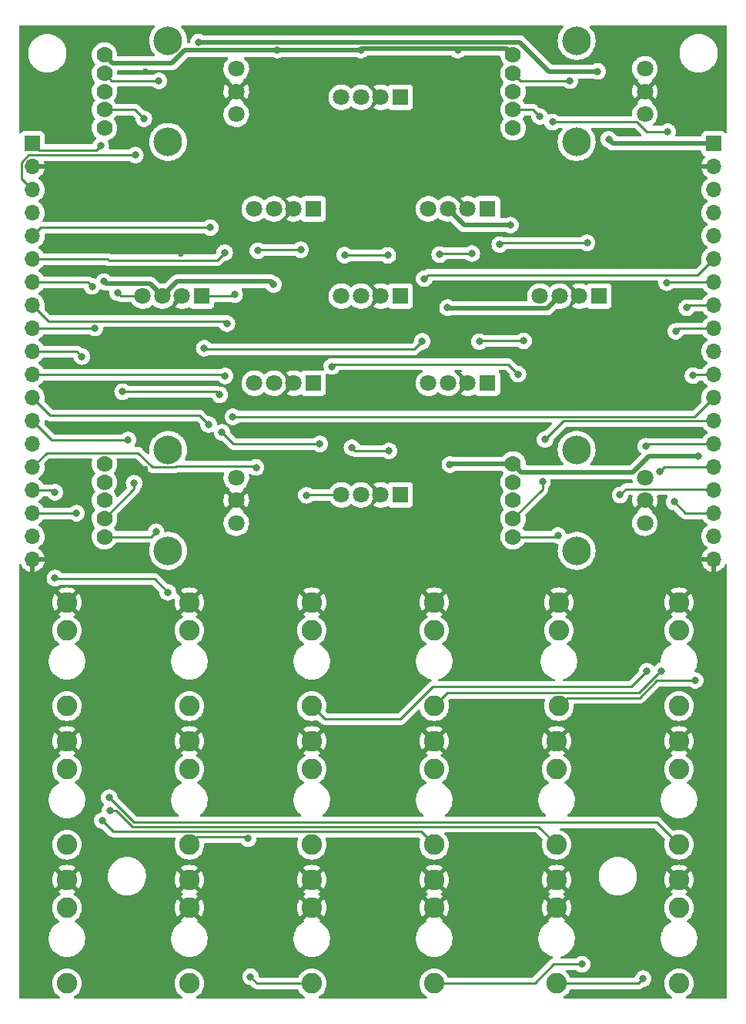
<source format=gbr>
G04 #@! TF.GenerationSoftware,KiCad,Pcbnew,(6.0.5-0)*
G04 #@! TF.CreationDate,2023-09-16T19:39:01-05:00*
G04 #@! TF.ProjectId,bells-venn,62656c6c-732d-4766-956e-6e2e6b696361,rev?*
G04 #@! TF.SameCoordinates,Original*
G04 #@! TF.FileFunction,Copper,L1,Top*
G04 #@! TF.FilePolarity,Positive*
%FSLAX46Y46*%
G04 Gerber Fmt 4.6, Leading zero omitted, Abs format (unit mm)*
G04 Created by KiCad (PCBNEW (6.0.5-0)) date 2023-09-16 19:39:01*
%MOMM*%
%LPD*%
G01*
G04 APERTURE LIST*
G04 #@! TA.AperFunction,ComponentPad*
%ADD10C,2.250000*%
G04 #@! TD*
G04 #@! TA.AperFunction,ComponentPad*
%ADD11C,0.600000*%
G04 #@! TD*
G04 #@! TA.AperFunction,ComponentPad*
%ADD12R,1.800000X1.800000*%
G04 #@! TD*
G04 #@! TA.AperFunction,ComponentPad*
%ADD13C,1.800000*%
G04 #@! TD*
G04 #@! TA.AperFunction,ComponentPad*
%ADD14C,1.778000*%
G04 #@! TD*
G04 #@! TA.AperFunction,ComponentPad*
%ADD15C,3.150000*%
G04 #@! TD*
G04 #@! TA.AperFunction,ComponentPad*
%ADD16C,3.149999*%
G04 #@! TD*
G04 #@! TA.AperFunction,ComponentPad*
%ADD17R,1.700000X1.700000*%
G04 #@! TD*
G04 #@! TA.AperFunction,ComponentPad*
%ADD18O,1.700000X1.700000*%
G04 #@! TD*
G04 #@! TA.AperFunction,ViaPad*
%ADD19C,0.800000*%
G04 #@! TD*
G04 #@! TA.AperFunction,Conductor*
%ADD20C,0.250000*%
G04 #@! TD*
G04 #@! TA.AperFunction,Conductor*
%ADD21C,0.508000*%
G04 #@! TD*
G04 APERTURE END LIST*
D10*
X144018000Y-118458000D03*
X144018000Y-110158000D03*
X144018000Y-107058000D03*
X170942000Y-118458000D03*
X170942000Y-110158000D03*
X170942000Y-107058000D03*
X157480000Y-118458000D03*
X157480000Y-110158000D03*
X157480000Y-107058000D03*
X130556000Y-118458000D03*
X130556000Y-110158000D03*
X130556000Y-107058000D03*
D11*
X156794200Y-40335200D03*
X129616200Y-53594000D03*
X121513600Y-55321200D03*
X125069600Y-30988000D03*
X178181000Y-91668600D03*
D12*
X144170400Y-48590200D03*
D13*
X142011400Y-48590200D03*
X139852400Y-48590200D03*
X137693400Y-48590200D03*
D12*
X144170400Y-67741800D03*
D13*
X142011400Y-67741800D03*
X139852400Y-67741800D03*
X137693400Y-67741800D03*
D12*
X153746200Y-58166000D03*
D13*
X151587200Y-58166000D03*
X149428200Y-58166000D03*
X147269200Y-58166000D03*
D12*
X153746200Y-80010000D03*
D13*
X151587200Y-80010000D03*
X149428200Y-80010000D03*
X147269200Y-80010000D03*
D12*
X163322000Y-48590200D03*
D13*
X161163000Y-48590200D03*
X159004000Y-48590200D03*
X156845000Y-48590200D03*
D12*
X163322000Y-67741800D03*
D13*
X161163000Y-67741800D03*
X159004000Y-67741800D03*
X156845000Y-67741800D03*
D12*
X175590200Y-58166000D03*
D13*
X173431200Y-58166000D03*
X171272200Y-58166000D03*
X169113200Y-58166000D03*
D12*
X153746200Y-36322000D03*
D13*
X151587200Y-36322000D03*
X149428200Y-36322000D03*
X147269200Y-36322000D03*
D12*
X131902200Y-58166000D03*
D13*
X129743200Y-58166000D03*
X127584200Y-58166000D03*
X125425200Y-58166000D03*
D11*
X125704600Y-33451800D03*
X162052000Y-36322000D03*
X171754800Y-35560000D03*
X176301400Y-69697600D03*
D10*
X144018000Y-133698000D03*
X144018000Y-125398000D03*
X144018000Y-122298000D03*
X117094000Y-103218000D03*
X117094000Y-94918000D03*
X117094000Y-91818000D03*
D14*
X121219200Y-84619600D03*
X121219200Y-82619600D03*
X121219200Y-80619600D03*
X121219200Y-78619600D03*
X121219200Y-76619600D03*
D13*
X135719200Y-83119600D03*
X135719200Y-78119600D03*
X135719200Y-80619600D03*
D15*
X128219200Y-86169600D03*
D16*
X128219200Y-75069600D03*
D11*
X117932200Y-68275200D03*
X181610000Y-46990000D03*
X173228000Y-90779600D03*
X178638200Y-84810600D03*
X116255800Y-45034200D03*
X161544000Y-84480400D03*
D10*
X157480000Y-133698000D03*
X157480000Y-125398000D03*
X157480000Y-122298000D03*
D11*
X117525800Y-80086200D03*
D14*
X121219200Y-39687000D03*
X121219200Y-37687000D03*
X121219200Y-35687000D03*
X121219200Y-33687000D03*
X121219200Y-31687000D03*
D13*
X135719200Y-38187000D03*
X135719200Y-33187000D03*
X135719200Y-35687000D03*
D15*
X128219200Y-41237000D03*
X128219200Y-30137000D03*
D14*
X166151800Y-39687000D03*
X166151800Y-37687000D03*
X166151800Y-35687000D03*
X166151800Y-33687000D03*
X166151800Y-31687000D03*
D13*
X180651800Y-38187000D03*
X180651800Y-33187000D03*
X180651800Y-35687000D03*
D16*
X173151800Y-41237000D03*
D15*
X173151800Y-30137000D03*
D14*
X166151800Y-84619600D03*
X166151800Y-82619600D03*
X166151800Y-80619600D03*
X166151800Y-78619600D03*
X166151800Y-76619600D03*
D13*
X180651800Y-83119600D03*
X180651800Y-78119600D03*
X180651800Y-80619600D03*
D15*
X173151800Y-86169600D03*
X173151800Y-75069600D03*
D10*
X117094000Y-118458000D03*
X117094000Y-110158000D03*
X117094000Y-107058000D03*
X117094000Y-133698000D03*
X117094000Y-125398000D03*
X117094000Y-122298000D03*
X130556000Y-133698000D03*
X130556000Y-125398000D03*
X130556000Y-122298000D03*
X130556000Y-103218000D03*
X130556000Y-94918000D03*
X130556000Y-91818000D03*
X144018000Y-103218000D03*
X144018000Y-94918000D03*
X144018000Y-91818000D03*
X157480000Y-103218000D03*
X157480000Y-94918000D03*
X157480000Y-91818000D03*
X171196000Y-103218000D03*
X171196000Y-94918000D03*
X171196000Y-91818000D03*
X184404000Y-103218000D03*
X184404000Y-94918000D03*
X184404000Y-91818000D03*
X184404000Y-133698000D03*
X184404000Y-125398000D03*
X184404000Y-122298000D03*
X184404000Y-118458000D03*
X184404000Y-110158000D03*
X184404000Y-107058000D03*
D11*
X123571000Y-64668400D03*
X125755400Y-77114400D03*
X170611800Y-78841600D03*
D10*
X170942000Y-133698000D03*
X170942000Y-125398000D03*
X170942000Y-122298000D03*
D17*
X113284000Y-41402000D03*
D18*
X113284000Y-43942000D03*
X113284000Y-46482000D03*
X113284000Y-49022000D03*
X113284000Y-51562000D03*
X113284000Y-54102000D03*
X113284000Y-56642000D03*
X113284000Y-59182000D03*
X113284000Y-61722000D03*
X113284000Y-64262000D03*
X113284000Y-66802000D03*
X113284000Y-69342000D03*
X113284000Y-71882000D03*
X113284000Y-74422000D03*
X113284000Y-76962000D03*
X113284000Y-79502000D03*
X113284000Y-82042000D03*
X113284000Y-84582000D03*
X113284000Y-87122000D03*
D17*
X188214000Y-41402000D03*
D18*
X188214000Y-43942000D03*
X188214000Y-46482000D03*
X188214000Y-49022000D03*
X188214000Y-51562000D03*
X188214000Y-54102000D03*
X188214000Y-56642000D03*
X188214000Y-59182000D03*
X188214000Y-61722000D03*
X188214000Y-64262000D03*
X188214000Y-66802000D03*
X188214000Y-69342000D03*
X188214000Y-71882000D03*
X188214000Y-74422000D03*
X188214000Y-76962000D03*
X188214000Y-79502000D03*
X188214000Y-82042000D03*
X188214000Y-84582000D03*
X188214000Y-87122000D03*
D19*
X135534400Y-58013600D03*
X147624800Y-53670200D03*
X137884366Y-77001346D03*
X137287000Y-132969000D03*
X128193800Y-90728800D03*
X115773199Y-89154000D03*
X115773200Y-79730600D03*
X118148104Y-82028198D03*
X169672000Y-73914000D03*
X180746400Y-74676000D03*
X182333300Y-77444600D03*
X123825000Y-73990200D03*
X134479700Y-66954400D03*
X132675114Y-72274194D03*
X183159400Y-40106600D03*
X170484800Y-39039800D03*
X124612400Y-42672000D03*
X132842000Y-50647600D03*
X134442200Y-53390800D03*
X186543211Y-75769342D03*
X121158000Y-56565800D03*
X160070800Y-31140400D03*
X149402800Y-31140400D03*
X158953200Y-59436000D03*
X139827000Y-56896000D03*
X159207200Y-76682600D03*
X140233400Y-31140400D03*
X165862000Y-50368200D03*
X156387800Y-56261000D03*
X132187298Y-63906400D03*
X156159200Y-63144400D03*
X135343300Y-71434237D03*
X137033000Y-117779800D03*
X180873400Y-99390200D03*
X183057800Y-56692800D03*
X184048400Y-62052200D03*
X182463885Y-99358680D03*
X120980200Y-115798600D03*
X118731700Y-64820800D03*
X134696200Y-61188600D03*
X185267600Y-59461400D03*
X186182000Y-100406200D03*
X120802400Y-41681400D03*
X138099800Y-53187600D03*
X142798800Y-53086000D03*
X133894299Y-69011800D03*
X144907000Y-74422000D03*
X134149500Y-73152000D03*
X166700200Y-66751200D03*
X146227800Y-65913000D03*
X164693600Y-52501800D03*
X174294800Y-52324000D03*
X125552200Y-38684200D03*
X127203200Y-34518600D03*
X126898400Y-84074000D03*
X124485400Y-78740000D03*
X169087800Y-38430200D03*
X172415200Y-34493200D03*
X171094400Y-84480400D03*
X169392600Y-78562200D03*
X121742200Y-113284000D03*
X185941300Y-66903600D03*
X120167400Y-61671200D03*
X119862600Y-57099200D03*
X121818400Y-114731800D03*
X177927000Y-80035400D03*
X173736000Y-131597400D03*
X180467000Y-133172200D03*
X183858500Y-80786000D03*
X122656600Y-57785000D03*
X175463200Y-33477200D03*
X131548506Y-30261500D03*
X176682400Y-40944800D03*
X152374600Y-53695600D03*
X152501600Y-75184000D03*
X148437600Y-74828400D03*
X161620200Y-53492400D03*
X162458400Y-63169800D03*
X167309800Y-63093600D03*
X158089600Y-53619400D03*
X123215400Y-68681600D03*
X143433800Y-80060800D03*
D20*
X178567311Y-79395089D02*
X177927000Y-80035400D01*
X188214000Y-79502000D02*
X188107089Y-79395089D01*
X170637200Y-131597400D02*
X168536600Y-133698000D01*
X168536600Y-133698000D02*
X157480000Y-133698000D01*
X173736000Y-131597400D02*
X170637200Y-131597400D01*
X188107089Y-79395089D02*
X178567311Y-79395089D01*
X170942000Y-133698000D02*
X179941200Y-133698000D01*
X179941200Y-133698000D02*
X180467000Y-133172200D01*
X188214000Y-82042000D02*
X185114500Y-82042000D01*
X185114500Y-82042000D02*
X183858500Y-80786000D01*
X125425200Y-58166000D02*
X123037600Y-58166000D01*
X123037600Y-58166000D02*
X122656600Y-57785000D01*
D21*
X170103800Y-33477200D02*
X166903400Y-30276800D01*
X131563806Y-30276800D02*
X131548506Y-30261500D01*
X166903400Y-30276800D02*
X131563806Y-30276800D01*
X175463200Y-33477200D02*
X170103800Y-33477200D01*
X177139600Y-41402000D02*
X176682400Y-40944800D01*
X188214000Y-41402000D02*
X177139600Y-41402000D01*
D20*
X120345200Y-42138600D02*
X120802400Y-41681400D01*
X114020600Y-42138600D02*
X120345200Y-42138600D01*
X113284000Y-41402000D02*
X114020600Y-42138600D01*
X135534400Y-58013600D02*
X135382000Y-58166000D01*
X135382000Y-58166000D02*
X131902200Y-58166000D01*
X152349200Y-53670200D02*
X152374600Y-53695600D01*
X147624800Y-53670200D02*
X152349200Y-53670200D01*
X148793200Y-75184000D02*
X152501600Y-75184000D01*
X148437600Y-74828400D02*
X148793200Y-75184000D01*
X161620200Y-53492400D02*
X158216600Y-53492400D01*
X158216600Y-53492400D02*
X158089600Y-53619400D01*
X167309800Y-63093600D02*
X162534600Y-63093600D01*
X162534600Y-63093600D02*
X162458400Y-63169800D01*
X143484600Y-80010000D02*
X147269200Y-80010000D01*
X143433800Y-80060800D02*
X143484600Y-80010000D01*
X135419500Y-74422000D02*
X134149500Y-73152000D01*
X144907000Y-74422000D02*
X135419500Y-74422000D01*
X133564099Y-68681600D02*
X133894299Y-69011800D01*
X123215400Y-68681600D02*
X133564099Y-68681600D01*
X165608000Y-65659000D02*
X153771600Y-65659000D01*
X153771600Y-65659000D02*
X146481800Y-65659000D01*
X166700200Y-66751200D02*
X165608000Y-65659000D01*
X146481800Y-65659000D02*
X146227800Y-65913000D01*
X164871400Y-52324000D02*
X164693600Y-52501800D01*
X174294800Y-52324000D02*
X164871400Y-52324000D01*
X124555000Y-37687000D02*
X125552200Y-38684200D01*
X121219200Y-37687000D02*
X124555000Y-37687000D01*
X121219200Y-33687000D02*
X122050800Y-34518600D01*
X122050800Y-34518600D02*
X127203200Y-34518600D01*
X126352800Y-84619600D02*
X121219200Y-84619600D01*
X126898400Y-84074000D02*
X126352800Y-84619600D01*
X124485400Y-78740000D02*
X124485400Y-79353400D01*
X124485400Y-79353400D02*
X121219200Y-82619600D01*
X168344600Y-37687000D02*
X169087800Y-38430200D01*
X166151800Y-37687000D02*
X168344600Y-37687000D01*
X166151800Y-33687000D02*
X166958000Y-34493200D01*
X166958000Y-34493200D02*
X172415200Y-34493200D01*
X171094400Y-84480400D02*
X170955200Y-84619600D01*
X170955200Y-84619600D02*
X166151800Y-84619600D01*
X169392600Y-78562200D02*
X169392600Y-79378800D01*
X169392600Y-79378800D02*
X166151800Y-82619600D01*
X188214000Y-66802000D02*
X186042900Y-66802000D01*
X186042900Y-66802000D02*
X185941300Y-66903600D01*
X181947800Y-116001800D02*
X124460000Y-116001800D01*
X120167400Y-61671200D02*
X120116600Y-61722000D01*
X120116600Y-61722000D02*
X113284000Y-61722000D01*
X124460000Y-116001800D02*
X121742200Y-113284000D01*
X184404000Y-118458000D02*
X181947800Y-116001800D01*
X168935311Y-116451311D02*
X124273806Y-116451310D01*
X122554296Y-114731800D02*
X121818400Y-114731800D01*
X170942000Y-118458000D02*
X168935311Y-116451311D01*
X119405400Y-56642000D02*
X113284000Y-56642000D01*
X124273806Y-116451310D02*
X122554296Y-114731800D01*
X119862600Y-57099200D02*
X119405400Y-56642000D01*
X137761190Y-76878170D02*
X137884366Y-77001346D01*
X129096944Y-76878170D02*
X137761190Y-76878170D01*
X126493303Y-76969110D02*
X129006004Y-76969110D01*
X144018000Y-133698000D02*
X138016000Y-133698000D01*
X138016000Y-133698000D02*
X137287000Y-132969000D01*
X113284000Y-76962000D02*
X114858800Y-75387200D01*
X129006004Y-76969110D02*
X129096944Y-76878170D01*
X114858800Y-75387200D02*
X124911393Y-75387200D01*
X124911393Y-75387200D02*
X126493303Y-76969110D01*
X126720600Y-89255600D02*
X115874799Y-89255600D01*
X115544600Y-79502000D02*
X115773200Y-79730600D01*
X128193800Y-90728800D02*
X126720600Y-89255600D01*
X113284000Y-79502000D02*
X115544600Y-79502000D01*
X115874799Y-89255600D02*
X115773199Y-89154000D01*
X118134302Y-82042000D02*
X118148104Y-82028198D01*
X113284000Y-82042000D02*
X118134302Y-82042000D01*
X171704000Y-71882000D02*
X169672000Y-73914000D01*
X188214000Y-71882000D02*
X171704000Y-71882000D01*
X188214000Y-74422000D02*
X181000400Y-74422000D01*
X181000400Y-74422000D02*
X180746400Y-74676000D01*
X188214000Y-76962000D02*
X182815900Y-76962000D01*
X182815900Y-76962000D02*
X182333300Y-77444600D01*
X115392200Y-73990200D02*
X113284000Y-71882000D01*
X123825000Y-73990200D02*
X115392200Y-73990200D01*
X138201400Y-53086000D02*
X138099800Y-53187600D01*
X142798800Y-53086000D02*
X138201400Y-53086000D01*
X113284000Y-66802000D02*
X134327300Y-66802000D01*
X134327300Y-66802000D02*
X134479700Y-66954400D01*
X113284000Y-69342000D02*
X115239800Y-71297800D01*
X115239800Y-71297800D02*
X131698720Y-71297800D01*
X131698720Y-71297800D02*
X132675114Y-72274194D01*
X180839679Y-40106600D02*
X183159400Y-40106600D01*
X170484800Y-39039800D02*
X179772879Y-39039800D01*
X179772879Y-39039800D02*
X180839679Y-40106600D01*
X112090200Y-45288200D02*
X113284000Y-46482000D01*
X112892990Y-42672000D02*
X112090200Y-43474790D01*
X112090200Y-43474790D02*
X112090200Y-45288200D01*
X124612400Y-42672000D02*
X112892990Y-42672000D01*
X114198400Y-50647600D02*
X113284000Y-51562000D01*
X132842000Y-50647600D02*
X114198400Y-50647600D01*
X121583993Y-54102000D02*
X113284000Y-54102000D01*
X134442200Y-53390800D02*
X133614489Y-54218511D01*
X133614489Y-54218511D02*
X121700504Y-54218511D01*
X121700504Y-54218511D02*
X121583993Y-54102000D01*
D21*
X121219200Y-31687000D02*
X122108199Y-32575999D01*
X129184400Y-56565800D02*
X139496800Y-56565800D01*
X159918400Y-30988000D02*
X160070800Y-31140400D01*
X159036711Y-59519511D02*
X158953200Y-59436000D01*
X127584200Y-58166000D02*
X129184400Y-56565800D01*
X179348646Y-77508599D02*
X181087903Y-75769342D01*
X171272200Y-58166000D02*
X169918689Y-59519511D01*
X130084549Y-31140400D02*
X149402800Y-31140400D01*
X128648950Y-32575999D02*
X130084549Y-31140400D01*
X166151800Y-76619600D02*
X167040799Y-77508599D01*
X165862000Y-50368200D02*
X160782000Y-50368200D01*
X149555200Y-30988000D02*
X159918400Y-30988000D01*
X159207200Y-76682600D02*
X159270200Y-76619600D01*
X121404689Y-56812489D02*
X121158000Y-56565800D01*
X159270200Y-76619600D02*
X166151800Y-76619600D01*
X166151800Y-31687000D02*
X165452800Y-30988000D01*
X160223200Y-30988000D02*
X160070800Y-31140400D01*
X165452800Y-30988000D02*
X160223200Y-30988000D01*
X149402800Y-31140400D02*
X149555200Y-30988000D01*
X126230689Y-56812489D02*
X121404689Y-56812489D01*
X181087903Y-75769342D02*
X186543211Y-75769342D01*
X127584200Y-58166000D02*
X126230689Y-56812489D01*
X160782000Y-50368200D02*
X159004000Y-48590200D01*
X122108199Y-32575999D02*
X128648950Y-32575999D01*
X169918689Y-59519511D02*
X159036711Y-59519511D01*
X139496800Y-56565800D02*
X139827000Y-56896000D01*
X167040799Y-77508599D02*
X179348646Y-77508599D01*
D20*
X132314298Y-64033400D02*
X132187298Y-63906400D01*
X156794200Y-55854600D02*
X156387800Y-56261000D01*
X155270200Y-64033400D02*
X132314298Y-64033400D01*
X156159200Y-63144400D02*
X155270200Y-64033400D01*
X186461400Y-55854600D02*
X156794200Y-55854600D01*
X188214000Y-54102000D02*
X186461400Y-55854600D01*
X186127298Y-71428702D02*
X135348835Y-71428702D01*
X131386600Y-117627400D02*
X136880600Y-117627400D01*
X188214000Y-69342000D02*
X186127298Y-71428702D01*
X135348835Y-71428702D02*
X135343300Y-71434237D01*
X130556000Y-118458000D02*
X131386600Y-117627400D01*
X136880600Y-117627400D02*
X137033000Y-117779800D01*
X179146200Y-101117400D02*
X180873400Y-99390200D01*
X153777489Y-104667511D02*
X157327600Y-101117400D01*
X183108600Y-56642000D02*
X188214000Y-56642000D01*
X157327600Y-101117400D02*
X179146200Y-101117400D01*
X144018000Y-103218000D02*
X145467511Y-104667511D01*
X145467511Y-104667511D02*
X153777489Y-104667511D01*
X183057800Y-56692800D02*
X183108600Y-56642000D01*
X184048400Y-62052200D02*
X184378600Y-61722000D01*
X157480000Y-103218000D02*
X158929511Y-101768489D01*
X179968311Y-101768489D02*
X182378120Y-99358680D01*
X158929511Y-101768489D02*
X179968311Y-101768489D01*
X184378600Y-61722000D02*
X188214000Y-61722000D01*
X182378120Y-99358680D02*
X182463885Y-99358680D01*
X157480000Y-118458000D02*
X156030489Y-117008489D01*
X122190089Y-117008489D02*
X120980200Y-115798600D01*
X156030489Y-117008489D02*
X122190089Y-117008489D01*
X118172900Y-64262000D02*
X118731700Y-64820800D01*
X113284000Y-64262000D02*
X118172900Y-64262000D01*
X134442200Y-60934600D02*
X134696200Y-61188600D01*
X113284000Y-59182000D02*
X115036600Y-60934600D01*
X115036600Y-60934600D02*
X134442200Y-60934600D01*
X185267600Y-59461400D02*
X185547000Y-59182000D01*
X180061304Y-102311200D02*
X181966304Y-100406200D01*
X172102800Y-102311200D02*
X180061304Y-102311200D01*
X185547000Y-59182000D02*
X188214000Y-59182000D01*
X181966304Y-100406200D02*
X186182000Y-100406200D01*
X171196000Y-103218000D02*
X172102800Y-102311200D01*
G04 #@! TA.AperFunction,Conductor*
G36*
X159409653Y-31770502D02*
G01*
X159435164Y-31792185D01*
X159459547Y-31819266D01*
X159539015Y-31877003D01*
X159607472Y-31926740D01*
X159614048Y-31931518D01*
X159620076Y-31934202D01*
X159620078Y-31934203D01*
X159782481Y-32006509D01*
X159788512Y-32009194D01*
X159881913Y-32029047D01*
X159968856Y-32047528D01*
X159968861Y-32047528D01*
X159975313Y-32048900D01*
X160166287Y-32048900D01*
X160172739Y-32047528D01*
X160172744Y-32047528D01*
X160259687Y-32029047D01*
X160353088Y-32009194D01*
X160359119Y-32006509D01*
X160521522Y-31934203D01*
X160521524Y-31934202D01*
X160527552Y-31931518D01*
X160534129Y-31926740D01*
X160602585Y-31877003D01*
X160682053Y-31819266D01*
X160706434Y-31792188D01*
X160766877Y-31754950D01*
X160800068Y-31750500D01*
X164636621Y-31750500D01*
X164704742Y-31770502D01*
X164751235Y-31824158D01*
X164762412Y-31869243D01*
X164763157Y-31882161D01*
X164764292Y-31887198D01*
X164764293Y-31887204D01*
X164811259Y-32095610D01*
X164813678Y-32106342D01*
X164900136Y-32319261D01*
X164902833Y-32323662D01*
X164902834Y-32323664D01*
X164995660Y-32475142D01*
X165020208Y-32515200D01*
X165094602Y-32601083D01*
X165096472Y-32603242D01*
X165125954Y-32667827D01*
X165115839Y-32738100D01*
X165092328Y-32772790D01*
X165071629Y-32794451D01*
X165062016Y-32804510D01*
X165059102Y-32808782D01*
X165059101Y-32808783D01*
X164981061Y-32923186D01*
X164932516Y-32994350D01*
X164884138Y-33098571D01*
X164848972Y-33174332D01*
X164835761Y-33202792D01*
X164774348Y-33424237D01*
X164749929Y-33652739D01*
X164750226Y-33657892D01*
X164750226Y-33657895D01*
X164754420Y-33730622D01*
X164763157Y-33882161D01*
X164764292Y-33887198D01*
X164764293Y-33887204D01*
X164795487Y-34025622D01*
X164813678Y-34106342D01*
X164900136Y-34319261D01*
X164902833Y-34323662D01*
X164902834Y-34323664D01*
X164940009Y-34384328D01*
X165020208Y-34515200D01*
X165023589Y-34519103D01*
X165096472Y-34603242D01*
X165125954Y-34667827D01*
X165115839Y-34738100D01*
X165092328Y-34772790D01*
X165062016Y-34804510D01*
X165059102Y-34808782D01*
X165059101Y-34808783D01*
X164988612Y-34912116D01*
X164932516Y-34994350D01*
X164906765Y-35049826D01*
X164842422Y-35188443D01*
X164835761Y-35202792D01*
X164774348Y-35424237D01*
X164773799Y-35429371D01*
X164773799Y-35429373D01*
X164771279Y-35452959D01*
X164749929Y-35652739D01*
X164763157Y-35882161D01*
X164764292Y-35887198D01*
X164764293Y-35887204D01*
X164784802Y-35978210D01*
X164813678Y-36106342D01*
X164900136Y-36319261D01*
X164902833Y-36323662D01*
X164902834Y-36323664D01*
X164995019Y-36474096D01*
X165020208Y-36515200D01*
X165094602Y-36601083D01*
X165096472Y-36603242D01*
X165125954Y-36667827D01*
X165115839Y-36738100D01*
X165092328Y-36772790D01*
X165062016Y-36804510D01*
X165059102Y-36808782D01*
X165059101Y-36808783D01*
X165032073Y-36848405D01*
X164932516Y-36994350D01*
X164895628Y-37073819D01*
X164855322Y-37160652D01*
X164835761Y-37202792D01*
X164774348Y-37424237D01*
X164749929Y-37652739D01*
X164750226Y-37657892D01*
X164750226Y-37657895D01*
X164754199Y-37726797D01*
X164763157Y-37882161D01*
X164764292Y-37887198D01*
X164764293Y-37887204D01*
X164812541Y-38101297D01*
X164813678Y-38106342D01*
X164900136Y-38319261D01*
X164902833Y-38323662D01*
X164902834Y-38323664D01*
X165003536Y-38487994D01*
X165020208Y-38515200D01*
X165094602Y-38601083D01*
X165096472Y-38603242D01*
X165125954Y-38667827D01*
X165115839Y-38738100D01*
X165092328Y-38772790D01*
X165062016Y-38804510D01*
X165059102Y-38808782D01*
X165059101Y-38808783D01*
X165019003Y-38867565D01*
X164932516Y-38994350D01*
X164901356Y-39061479D01*
X164838550Y-39196784D01*
X164835761Y-39202792D01*
X164774348Y-39424237D01*
X164749929Y-39652739D01*
X164750226Y-39657892D01*
X164750226Y-39657895D01*
X164753342Y-39711929D01*
X164763157Y-39882161D01*
X164764292Y-39887198D01*
X164764293Y-39887204D01*
X164812257Y-40100035D01*
X164813678Y-40106342D01*
X164900136Y-40319261D01*
X164902833Y-40323662D01*
X164902834Y-40323664D01*
X165008177Y-40495568D01*
X165020208Y-40515200D01*
X165170669Y-40688898D01*
X165347479Y-40835689D01*
X165545890Y-40951631D01*
X165550710Y-40953471D01*
X165550715Y-40953474D01*
X165657096Y-40994096D01*
X165760574Y-41033610D01*
X165765642Y-41034641D01*
X165765645Y-41034642D01*
X165876334Y-41057162D01*
X165985763Y-41079426D01*
X165990936Y-41079616D01*
X165990939Y-41079616D01*
X166210248Y-41087657D01*
X166210252Y-41087657D01*
X166215412Y-41087846D01*
X166220532Y-41087190D01*
X166220534Y-41087190D01*
X166438225Y-41059304D01*
X166438228Y-41059303D01*
X166443352Y-41058647D01*
X166567449Y-41021416D01*
X166658510Y-40994096D01*
X166663463Y-40992610D01*
X166869833Y-40891511D01*
X166907996Y-40864290D01*
X167052716Y-40761062D01*
X167056919Y-40758064D01*
X167219698Y-40595852D01*
X167229124Y-40582735D01*
X167350779Y-40413433D01*
X167353797Y-40409233D01*
X167362507Y-40391611D01*
X167424619Y-40265934D01*
X167455616Y-40203217D01*
X167474729Y-40140311D01*
X167520917Y-39988291D01*
X167520918Y-39988285D01*
X167522421Y-39983339D01*
X167552416Y-39755502D01*
X167553221Y-39722549D01*
X167554008Y-39690365D01*
X167554008Y-39690361D01*
X167554090Y-39687000D01*
X167544479Y-39570099D01*
X167535684Y-39463121D01*
X167535683Y-39463115D01*
X167535260Y-39457970D01*
X167479277Y-39235090D01*
X167387643Y-39024347D01*
X167371275Y-38999045D01*
X167265630Y-38835744D01*
X167262820Y-38831400D01*
X167251947Y-38819450D01*
X167210944Y-38774389D01*
X167179892Y-38710543D01*
X167188287Y-38640044D01*
X167212943Y-38603661D01*
X167212684Y-38603440D01*
X167214690Y-38601083D01*
X167215190Y-38600345D01*
X167216034Y-38599504D01*
X167216038Y-38599499D01*
X167219698Y-38595852D01*
X167287975Y-38500835D01*
X167350779Y-38413433D01*
X167353797Y-38409233D01*
X167362969Y-38390675D01*
X167411082Y-38338467D01*
X167475927Y-38320500D01*
X168030006Y-38320500D01*
X168098127Y-38340502D01*
X168119101Y-38357405D01*
X168140678Y-38378982D01*
X168174704Y-38441294D01*
X168176893Y-38454907D01*
X168191707Y-38595852D01*
X168194258Y-38620128D01*
X168253273Y-38801756D01*
X168348760Y-38967144D01*
X168353178Y-38972051D01*
X168353179Y-38972052D01*
X168467311Y-39098808D01*
X168476547Y-39109066D01*
X168631048Y-39221318D01*
X168637076Y-39224002D01*
X168637078Y-39224003D01*
X168748970Y-39273820D01*
X168805512Y-39298994D01*
X168870450Y-39312797D01*
X168985856Y-39337328D01*
X168985861Y-39337328D01*
X168992313Y-39338700D01*
X169183287Y-39338700D01*
X169189739Y-39337328D01*
X169189744Y-39337328D01*
X169305150Y-39312797D01*
X169370088Y-39298994D01*
X169455131Y-39261131D01*
X169525496Y-39251697D01*
X169589793Y-39281803D01*
X169626211Y-39337301D01*
X169650273Y-39411356D01*
X169653576Y-39417078D01*
X169653577Y-39417079D01*
X169674373Y-39453098D01*
X169745760Y-39576744D01*
X169750178Y-39581651D01*
X169750179Y-39581652D01*
X169832699Y-39673300D01*
X169873547Y-39718666D01*
X169919634Y-39752150D01*
X170015160Y-39821554D01*
X170028048Y-39830918D01*
X170034076Y-39833602D01*
X170034078Y-39833603D01*
X170196481Y-39905909D01*
X170202512Y-39908594D01*
X170285591Y-39926253D01*
X170382856Y-39946928D01*
X170382861Y-39946928D01*
X170389313Y-39948300D01*
X170580287Y-39948300D01*
X170586739Y-39946928D01*
X170586744Y-39946928D01*
X170684009Y-39926253D01*
X170767088Y-39908594D01*
X170773119Y-39905909D01*
X170935522Y-39833603D01*
X170935524Y-39833602D01*
X170941552Y-39830918D01*
X170954441Y-39821554D01*
X171081388Y-39729321D01*
X171096053Y-39718666D01*
X171100468Y-39713763D01*
X171105380Y-39709340D01*
X171106505Y-39710589D01*
X171159814Y-39677749D01*
X171193000Y-39673300D01*
X171470071Y-39673300D01*
X171538192Y-39693302D01*
X171584685Y-39746958D01*
X171594789Y-39817232D01*
X171561468Y-39886033D01*
X171542686Y-39905825D01*
X171376912Y-40136523D01*
X171243982Y-40387585D01*
X171242510Y-40391608D01*
X171242508Y-40391612D01*
X171151911Y-40639179D01*
X171146354Y-40654364D01*
X171145440Y-40658556D01*
X171087387Y-40924813D01*
X171085836Y-40931925D01*
X171085500Y-40936194D01*
X171069382Y-41141006D01*
X171063548Y-41215131D01*
X171079900Y-41498742D01*
X171080725Y-41502947D01*
X171080726Y-41502955D01*
X171104409Y-41623666D01*
X171134592Y-41777509D01*
X171135979Y-41781560D01*
X171135980Y-41781564D01*
X171202185Y-41974933D01*
X171226611Y-42046275D01*
X171228533Y-42050096D01*
X171228534Y-42050099D01*
X171276686Y-42145837D01*
X171354255Y-42300065D01*
X171356682Y-42303596D01*
X171508302Y-42524206D01*
X171515160Y-42534185D01*
X171706351Y-42744300D01*
X171709640Y-42747050D01*
X171920997Y-42923772D01*
X171921002Y-42923776D01*
X171924289Y-42926524D01*
X171984426Y-42964248D01*
X172161301Y-43075202D01*
X172161303Y-43075203D01*
X172164941Y-43077485D01*
X172294398Y-43135937D01*
X172419942Y-43192623D01*
X172419945Y-43192624D01*
X172423854Y-43194389D01*
X172472991Y-43208944D01*
X172692124Y-43273854D01*
X172692128Y-43273855D01*
X172696237Y-43275072D01*
X172700474Y-43275720D01*
X172700477Y-43275721D01*
X172877529Y-43302814D01*
X172977050Y-43318043D01*
X173121689Y-43320315D01*
X173256806Y-43322438D01*
X173256812Y-43322438D01*
X173261097Y-43322505D01*
X173543121Y-43288376D01*
X173817904Y-43216288D01*
X174080361Y-43107575D01*
X174131853Y-43077486D01*
X174321938Y-42966409D01*
X174321939Y-42966409D01*
X174325636Y-42964248D01*
X174549190Y-42788959D01*
X174746886Y-42584953D01*
X174915067Y-42356003D01*
X174945233Y-42300444D01*
X175048571Y-42110120D01*
X175048574Y-42110113D01*
X175050619Y-42106347D01*
X175134611Y-41884066D01*
X175149519Y-41844614D01*
X175149520Y-41844611D01*
X175151034Y-41840604D01*
X175214456Y-41563693D01*
X175239709Y-41280735D01*
X175240167Y-41237000D01*
X175238385Y-41210860D01*
X175221137Y-40957853D01*
X175221136Y-40957847D01*
X175220845Y-40953576D01*
X175217246Y-40936194D01*
X175164106Y-40679594D01*
X175164106Y-40679593D01*
X175163237Y-40675397D01*
X175068408Y-40407609D01*
X175020340Y-40314478D01*
X174940079Y-40158976D01*
X174940079Y-40158975D01*
X174938114Y-40155169D01*
X174935645Y-40151655D01*
X174777229Y-39926253D01*
X174774766Y-39922748D01*
X174739754Y-39885070D01*
X174708035Y-39821554D01*
X174715691Y-39750972D01*
X174760291Y-39695733D01*
X174832054Y-39673300D01*
X179458284Y-39673300D01*
X179526405Y-39693302D01*
X179547380Y-39710205D01*
X180261579Y-40424405D01*
X180295604Y-40486717D01*
X180290539Y-40557533D01*
X180247992Y-40614368D01*
X180181472Y-40639179D01*
X180172483Y-40639500D01*
X177627496Y-40639500D01*
X177559375Y-40619498D01*
X177518765Y-40572183D01*
X177516927Y-40573244D01*
X177477583Y-40505098D01*
X177421440Y-40407856D01*
X177322624Y-40298109D01*
X177298075Y-40270845D01*
X177298074Y-40270844D01*
X177293653Y-40265934D01*
X177139152Y-40153682D01*
X177133124Y-40150998D01*
X177133122Y-40150997D01*
X176970719Y-40078691D01*
X176970718Y-40078691D01*
X176964688Y-40076006D01*
X176871288Y-40056153D01*
X176784344Y-40037672D01*
X176784339Y-40037672D01*
X176777887Y-40036300D01*
X176586913Y-40036300D01*
X176580461Y-40037672D01*
X176580456Y-40037672D01*
X176493512Y-40056153D01*
X176400112Y-40076006D01*
X176394082Y-40078691D01*
X176394081Y-40078691D01*
X176231678Y-40150997D01*
X176231676Y-40150998D01*
X176225648Y-40153682D01*
X176071147Y-40265934D01*
X176066726Y-40270844D01*
X176066725Y-40270845D01*
X176042177Y-40298109D01*
X175943360Y-40407856D01*
X175887217Y-40505098D01*
X175852147Y-40565842D01*
X175847873Y-40573244D01*
X175788858Y-40754872D01*
X175788168Y-40761433D01*
X175788168Y-40761435D01*
X175778946Y-40849180D01*
X175768896Y-40944800D01*
X175769586Y-40951365D01*
X175783931Y-41087846D01*
X175788858Y-41134728D01*
X175847873Y-41316356D01*
X175943360Y-41481744D01*
X175947778Y-41486651D01*
X175947779Y-41486652D01*
X175964390Y-41505100D01*
X176071147Y-41623666D01*
X176225648Y-41735918D01*
X176231676Y-41738602D01*
X176231678Y-41738603D01*
X176394081Y-41810909D01*
X176400112Y-41813594D01*
X176406567Y-41814966D01*
X176406576Y-41814969D01*
X176455988Y-41825472D01*
X176518885Y-41859623D01*
X176552790Y-41893528D01*
X176565177Y-41907941D01*
X176578146Y-41925564D01*
X176583729Y-41930307D01*
X176618655Y-41959979D01*
X176626171Y-41966909D01*
X176631915Y-41972653D01*
X176634789Y-41974927D01*
X176634796Y-41974933D01*
X176654311Y-41990372D01*
X176657715Y-41993163D01*
X176708072Y-42035945D01*
X176708076Y-42035948D01*
X176713651Y-42040684D01*
X176720166Y-42044011D01*
X176725236Y-42047392D01*
X176730458Y-42050617D01*
X176736200Y-42055160D01*
X176802712Y-42086246D01*
X176806606Y-42088149D01*
X176872004Y-42121543D01*
X176879121Y-42123284D01*
X176884839Y-42125411D01*
X176890645Y-42127342D01*
X176897279Y-42130443D01*
X176904447Y-42131934D01*
X176904450Y-42131935D01*
X176946944Y-42140774D01*
X176969139Y-42145391D01*
X176973397Y-42146354D01*
X177044712Y-42163804D01*
X177050318Y-42164152D01*
X177050319Y-42164152D01*
X177055930Y-42164500D01*
X177055928Y-42164539D01*
X177059829Y-42164772D01*
X177064188Y-42165161D01*
X177071356Y-42166652D01*
X177078673Y-42166454D01*
X177149176Y-42164546D01*
X177152585Y-42164500D01*
X186729500Y-42164500D01*
X186797621Y-42184502D01*
X186844114Y-42238158D01*
X186855500Y-42290500D01*
X186855500Y-42300134D01*
X186862255Y-42362316D01*
X186913385Y-42498705D01*
X187000739Y-42615261D01*
X187117295Y-42702615D01*
X187125704Y-42705767D01*
X187125705Y-42705768D01*
X187234960Y-42746726D01*
X187291725Y-42789367D01*
X187316425Y-42855929D01*
X187301218Y-42925278D01*
X187281825Y-42951759D01*
X187158590Y-43080717D01*
X187152104Y-43088727D01*
X187032098Y-43264649D01*
X187027000Y-43273623D01*
X186937338Y-43466783D01*
X186933775Y-43476470D01*
X186878389Y-43676183D01*
X186879912Y-43684607D01*
X186892292Y-43688000D01*
X188342000Y-43688000D01*
X188410121Y-43708002D01*
X188456614Y-43761658D01*
X188468000Y-43814000D01*
X188468000Y-44070000D01*
X188447998Y-44138121D01*
X188394342Y-44184614D01*
X188342000Y-44196000D01*
X186897225Y-44196000D01*
X186883694Y-44199973D01*
X186882257Y-44209966D01*
X186912565Y-44344446D01*
X186915645Y-44354275D01*
X186995770Y-44551603D01*
X187000413Y-44560794D01*
X187111694Y-44742388D01*
X187117777Y-44750699D01*
X187257213Y-44911667D01*
X187264580Y-44918883D01*
X187428434Y-45054916D01*
X187436881Y-45060831D01*
X187505969Y-45101203D01*
X187554693Y-45152842D01*
X187567764Y-45222625D01*
X187541033Y-45288396D01*
X187500584Y-45321752D01*
X187487607Y-45328507D01*
X187483474Y-45331610D01*
X187483471Y-45331612D01*
X187459247Y-45349800D01*
X187308965Y-45462635D01*
X187154629Y-45624138D01*
X187028743Y-45808680D01*
X187013003Y-45842590D01*
X186962519Y-45951349D01*
X186934688Y-46011305D01*
X186874989Y-46226570D01*
X186851251Y-46448695D01*
X186851548Y-46453848D01*
X186851548Y-46453851D01*
X186857011Y-46548590D01*
X186864110Y-46671715D01*
X186865247Y-46676761D01*
X186865248Y-46676767D01*
X186885119Y-46764939D01*
X186913222Y-46889639D01*
X186950668Y-46981858D01*
X186995321Y-47091825D01*
X186997266Y-47096616D01*
X187048019Y-47179438D01*
X187076239Y-47225488D01*
X187113987Y-47287088D01*
X187260250Y-47455938D01*
X187336846Y-47519529D01*
X187419007Y-47587740D01*
X187432126Y-47598632D01*
X187462834Y-47616576D01*
X187505445Y-47641476D01*
X187554169Y-47693114D01*
X187567240Y-47762897D01*
X187540509Y-47828669D01*
X187500055Y-47862027D01*
X187487607Y-47868507D01*
X187483474Y-47871610D01*
X187483471Y-47871612D01*
X187313100Y-47999530D01*
X187308965Y-48002635D01*
X187305393Y-48006373D01*
X187213837Y-48102181D01*
X187154629Y-48164138D01*
X187028743Y-48348680D01*
X187013003Y-48382590D01*
X186962519Y-48491349D01*
X186934688Y-48551305D01*
X186874989Y-48766570D01*
X186851251Y-48988695D01*
X186851548Y-48993848D01*
X186851548Y-48993851D01*
X186863812Y-49206547D01*
X186864110Y-49211715D01*
X186865247Y-49216761D01*
X186865248Y-49216767D01*
X186885119Y-49304939D01*
X186913222Y-49429639D01*
X186959633Y-49543936D01*
X186995321Y-49631825D01*
X186997266Y-49636616D01*
X187015303Y-49666050D01*
X187098119Y-49801193D01*
X187113987Y-49827088D01*
X187260250Y-49995938D01*
X187432126Y-50138632D01*
X187499962Y-50178272D01*
X187505445Y-50181476D01*
X187554169Y-50233114D01*
X187567240Y-50302897D01*
X187540509Y-50368669D01*
X187500055Y-50402027D01*
X187487607Y-50408507D01*
X187483474Y-50411610D01*
X187483471Y-50411612D01*
X187422125Y-50457672D01*
X187308965Y-50542635D01*
X187154629Y-50704138D01*
X187028743Y-50888680D01*
X187013003Y-50922590D01*
X186937887Y-51084414D01*
X186934688Y-51091305D01*
X186874989Y-51306570D01*
X186851251Y-51528695D01*
X186851548Y-51533848D01*
X186851548Y-51533851D01*
X186857011Y-51628590D01*
X186864110Y-51751715D01*
X186865247Y-51756761D01*
X186865248Y-51756767D01*
X186873363Y-51792774D01*
X186913222Y-51969639D01*
X186950668Y-52061858D01*
X186995321Y-52171825D01*
X186997266Y-52176616D01*
X187021299Y-52215834D01*
X187084173Y-52318435D01*
X187113987Y-52367088D01*
X187260250Y-52535938D01*
X187432126Y-52678632D01*
X187487346Y-52710900D01*
X187505445Y-52721476D01*
X187554169Y-52773114D01*
X187567240Y-52842897D01*
X187540509Y-52908669D01*
X187500055Y-52942027D01*
X187487607Y-52948507D01*
X187483474Y-52951610D01*
X187483471Y-52951612D01*
X187315740Y-53077548D01*
X187308965Y-53082635D01*
X187277921Y-53115121D01*
X187165751Y-53232500D01*
X187154629Y-53244138D01*
X187151715Y-53248410D01*
X187151714Y-53248411D01*
X187114836Y-53302472D01*
X187028743Y-53428680D01*
X186990011Y-53512121D01*
X186937167Y-53625965D01*
X186934688Y-53631305D01*
X186874989Y-53846570D01*
X186851251Y-54068695D01*
X186851548Y-54073848D01*
X186851548Y-54073851D01*
X186855975Y-54150626D01*
X186864110Y-54291715D01*
X186865247Y-54296761D01*
X186865248Y-54296767D01*
X186897453Y-54439668D01*
X186892917Y-54510520D01*
X186863631Y-54556464D01*
X186235900Y-55184195D01*
X186173588Y-55218221D01*
X186146805Y-55221100D01*
X156872963Y-55221100D01*
X156861779Y-55220573D01*
X156854291Y-55218899D01*
X156846368Y-55219148D01*
X156786233Y-55221038D01*
X156782275Y-55221100D01*
X156754344Y-55221100D01*
X156750429Y-55221595D01*
X156750425Y-55221595D01*
X156750367Y-55221603D01*
X156750338Y-55221606D01*
X156738496Y-55222539D01*
X156694310Y-55223927D01*
X156676944Y-55228972D01*
X156674858Y-55229578D01*
X156655506Y-55233586D01*
X156643268Y-55235132D01*
X156643266Y-55235133D01*
X156635403Y-55236126D01*
X156594286Y-55252406D01*
X156583085Y-55256241D01*
X156540606Y-55268582D01*
X156533787Y-55272615D01*
X156533782Y-55272617D01*
X156523171Y-55278893D01*
X156505421Y-55287590D01*
X156486583Y-55295048D01*
X156480167Y-55299709D01*
X156480166Y-55299710D01*
X156450825Y-55321028D01*
X156440901Y-55327547D01*
X156428376Y-55334954D01*
X156364238Y-55352500D01*
X156292313Y-55352500D01*
X156285861Y-55353872D01*
X156285856Y-55353872D01*
X156204600Y-55371144D01*
X156105512Y-55392206D01*
X156099482Y-55394891D01*
X156099481Y-55394891D01*
X155937078Y-55467197D01*
X155937076Y-55467198D01*
X155931048Y-55469882D01*
X155776547Y-55582134D01*
X155772126Y-55587044D01*
X155772125Y-55587045D01*
X155742876Y-55619530D01*
X155648760Y-55724056D01*
X155595426Y-55816433D01*
X155559092Y-55879366D01*
X155553273Y-55889444D01*
X155494258Y-56071072D01*
X155493568Y-56077633D01*
X155493568Y-56077635D01*
X155477229Y-56233092D01*
X155474296Y-56261000D01*
X155494258Y-56450928D01*
X155553273Y-56632556D01*
X155556576Y-56638278D01*
X155556577Y-56638279D01*
X155584265Y-56686235D01*
X155648760Y-56797944D01*
X155653178Y-56802851D01*
X155653179Y-56802852D01*
X155759259Y-56920666D01*
X155776547Y-56939866D01*
X155931048Y-57052118D01*
X155937076Y-57054802D01*
X155937078Y-57054803D01*
X156052096Y-57106012D01*
X156105512Y-57129794D01*
X156185222Y-57146737D01*
X156285856Y-57168128D01*
X156285861Y-57168128D01*
X156292313Y-57169500D01*
X156483287Y-57169500D01*
X156489739Y-57168128D01*
X156489744Y-57168128D01*
X156590378Y-57146737D01*
X156670088Y-57129794D01*
X156723504Y-57106012D01*
X156838522Y-57054803D01*
X156838524Y-57054802D01*
X156844552Y-57052118D01*
X156999053Y-56939866D01*
X157016341Y-56920666D01*
X157122421Y-56802852D01*
X157122422Y-56802851D01*
X157126840Y-56797944D01*
X157191335Y-56686235D01*
X157219023Y-56638279D01*
X157219024Y-56638278D01*
X157222327Y-56632556D01*
X157240976Y-56575162D01*
X157281049Y-56516558D01*
X157346445Y-56488921D01*
X157360808Y-56488100D01*
X182025873Y-56488100D01*
X182093994Y-56508102D01*
X182140487Y-56561758D01*
X182151183Y-56627270D01*
X182150026Y-56638279D01*
X182144296Y-56692800D01*
X182144986Y-56699365D01*
X182163462Y-56875150D01*
X182164258Y-56882728D01*
X182223273Y-57064356D01*
X182226576Y-57070078D01*
X182226577Y-57070079D01*
X182239352Y-57092206D01*
X182318760Y-57229744D01*
X182323178Y-57234651D01*
X182323179Y-57234652D01*
X182442125Y-57366755D01*
X182446547Y-57371666D01*
X182524077Y-57427995D01*
X182591510Y-57476988D01*
X182601048Y-57483918D01*
X182607076Y-57486602D01*
X182607078Y-57486603D01*
X182764870Y-57556856D01*
X182775512Y-57561594D01*
X182868912Y-57581447D01*
X182955856Y-57599928D01*
X182955861Y-57599928D01*
X182962313Y-57601300D01*
X183153287Y-57601300D01*
X183159739Y-57599928D01*
X183159744Y-57599928D01*
X183246688Y-57581447D01*
X183340088Y-57561594D01*
X183350730Y-57556856D01*
X183508522Y-57486603D01*
X183508524Y-57486602D01*
X183514552Y-57483918D01*
X183524091Y-57476988D01*
X183591523Y-57427995D01*
X183669053Y-57371666D01*
X183718105Y-57317188D01*
X183778548Y-57279950D01*
X183811739Y-57275500D01*
X186938274Y-57275500D01*
X187006395Y-57295502D01*
X187045707Y-57335665D01*
X187113987Y-57447088D01*
X187260250Y-57615938D01*
X187432126Y-57758632D01*
X187477250Y-57785000D01*
X187505445Y-57801476D01*
X187554169Y-57853114D01*
X187567240Y-57922897D01*
X187540509Y-57988669D01*
X187500055Y-58022027D01*
X187487607Y-58028507D01*
X187483474Y-58031610D01*
X187483471Y-58031612D01*
X187317061Y-58156556D01*
X187308965Y-58162635D01*
X187154629Y-58324138D01*
X187151715Y-58328410D01*
X187151714Y-58328411D01*
X187039095Y-58493504D01*
X186984184Y-58538507D01*
X186935007Y-58548500D01*
X185625767Y-58548500D01*
X185614584Y-58547973D01*
X185607091Y-58546298D01*
X185599165Y-58546547D01*
X185599164Y-58546547D01*
X185539014Y-58548438D01*
X185535055Y-58548500D01*
X185507144Y-58548500D01*
X185503210Y-58548997D01*
X185503209Y-58548997D01*
X185503144Y-58549005D01*
X185491307Y-58549938D01*
X185459490Y-58550938D01*
X185455029Y-58551078D01*
X185447110Y-58551327D01*
X185438869Y-58553721D01*
X185438187Y-58553746D01*
X185431672Y-58554778D01*
X185431547Y-58553989D01*
X185377530Y-58555969D01*
X185369551Y-58554273D01*
X185369542Y-58554272D01*
X185363087Y-58552900D01*
X185172113Y-58552900D01*
X185165661Y-58554272D01*
X185165656Y-58554272D01*
X185092177Y-58569891D01*
X184985312Y-58592606D01*
X184979282Y-58595291D01*
X184979281Y-58595291D01*
X184816878Y-58667597D01*
X184816876Y-58667598D01*
X184810848Y-58670282D01*
X184805507Y-58674162D01*
X184805506Y-58674163D01*
X184780780Y-58692128D01*
X184656347Y-58782534D01*
X184651926Y-58787444D01*
X184651925Y-58787445D01*
X184552277Y-58898116D01*
X184528560Y-58924456D01*
X184433073Y-59089844D01*
X184374058Y-59271472D01*
X184373368Y-59278033D01*
X184373368Y-59278035D01*
X184362652Y-59379991D01*
X184354096Y-59461400D01*
X184354786Y-59467965D01*
X184370699Y-59619365D01*
X184374058Y-59651328D01*
X184433073Y-59832956D01*
X184528560Y-59998344D01*
X184532978Y-60003251D01*
X184532979Y-60003252D01*
X184651925Y-60135355D01*
X184656347Y-60140266D01*
X184741220Y-60201930D01*
X184794749Y-60240821D01*
X184810848Y-60252518D01*
X184816876Y-60255202D01*
X184816878Y-60255203D01*
X184979281Y-60327509D01*
X184985312Y-60330194D01*
X185078712Y-60350047D01*
X185165656Y-60368528D01*
X185165661Y-60368528D01*
X185172113Y-60369900D01*
X185363087Y-60369900D01*
X185369539Y-60368528D01*
X185369544Y-60368528D01*
X185456488Y-60350047D01*
X185549888Y-60330194D01*
X185555919Y-60327509D01*
X185718322Y-60255203D01*
X185718324Y-60255202D01*
X185724352Y-60252518D01*
X185740452Y-60240821D01*
X185793980Y-60201930D01*
X185878853Y-60140266D01*
X185883275Y-60135355D01*
X186002221Y-60003252D01*
X186002222Y-60003251D01*
X186006640Y-59998344D01*
X186075832Y-59878500D01*
X186127214Y-59829507D01*
X186184951Y-59815500D01*
X186938274Y-59815500D01*
X187006395Y-59835502D01*
X187045707Y-59875665D01*
X187113987Y-59987088D01*
X187260250Y-60155938D01*
X187396275Y-60268868D01*
X187425227Y-60292904D01*
X187432126Y-60298632D01*
X187442671Y-60304794D01*
X187505445Y-60341476D01*
X187554169Y-60393114D01*
X187567240Y-60462897D01*
X187540509Y-60528669D01*
X187500055Y-60562027D01*
X187487607Y-60568507D01*
X187483474Y-60571610D01*
X187483471Y-60571612D01*
X187369247Y-60657374D01*
X187308965Y-60702635D01*
X187154629Y-60864138D01*
X187151715Y-60868410D01*
X187151714Y-60868411D01*
X187039095Y-61033504D01*
X186984184Y-61078507D01*
X186935007Y-61088500D01*
X184457363Y-61088500D01*
X184446179Y-61087973D01*
X184438691Y-61086299D01*
X184430768Y-61086548D01*
X184370633Y-61088438D01*
X184366675Y-61088500D01*
X184338744Y-61088500D01*
X184334829Y-61088995D01*
X184334825Y-61088995D01*
X184334767Y-61089003D01*
X184334738Y-61089006D01*
X184322896Y-61089939D01*
X184278710Y-61091327D01*
X184262194Y-61096125D01*
X184259258Y-61096978D01*
X184239906Y-61100986D01*
X184232835Y-61101880D01*
X184219803Y-61103526D01*
X184212434Y-61106443D01*
X184212432Y-61106444D01*
X184178697Y-61119800D01*
X184167469Y-61123645D01*
X184125008Y-61135982D01*
X184124772Y-61135169D01*
X184083579Y-61143700D01*
X183952913Y-61143700D01*
X183946461Y-61145072D01*
X183946456Y-61145072D01*
X183859512Y-61163553D01*
X183766112Y-61183406D01*
X183760082Y-61186091D01*
X183760081Y-61186091D01*
X183597678Y-61258397D01*
X183597676Y-61258398D01*
X183591648Y-61261082D01*
X183437147Y-61373334D01*
X183432726Y-61378244D01*
X183432725Y-61378245D01*
X183426818Y-61384806D01*
X183309360Y-61515256D01*
X183275073Y-61574643D01*
X183219326Y-61671200D01*
X183213873Y-61680644D01*
X183154858Y-61862272D01*
X183134896Y-62052200D01*
X183135586Y-62058765D01*
X183153320Y-62227491D01*
X183154858Y-62242128D01*
X183213873Y-62423756D01*
X183309360Y-62589144D01*
X183313778Y-62594051D01*
X183313779Y-62594052D01*
X183432725Y-62726155D01*
X183437147Y-62731066D01*
X183591648Y-62843318D01*
X183597676Y-62846002D01*
X183597678Y-62846003D01*
X183758300Y-62917516D01*
X183766112Y-62920994D01*
X183859512Y-62940847D01*
X183946456Y-62959328D01*
X183946461Y-62959328D01*
X183952913Y-62960700D01*
X184143887Y-62960700D01*
X184150339Y-62959328D01*
X184150344Y-62959328D01*
X184237288Y-62940847D01*
X184330688Y-62920994D01*
X184338500Y-62917516D01*
X184499122Y-62846003D01*
X184499124Y-62846002D01*
X184505152Y-62843318D01*
X184659653Y-62731066D01*
X184664075Y-62726155D01*
X184783021Y-62594052D01*
X184783022Y-62594051D01*
X184787440Y-62589144D01*
X184882927Y-62423756D01*
X184884184Y-62424481D01*
X184925257Y-62376157D01*
X184994386Y-62355500D01*
X186938274Y-62355500D01*
X187006395Y-62375502D01*
X187045707Y-62415665D01*
X187053436Y-62428277D01*
X187113987Y-62527088D01*
X187260250Y-62695938D01*
X187432126Y-62838632D01*
X187444740Y-62846003D01*
X187505445Y-62881476D01*
X187554169Y-62933114D01*
X187567240Y-63002897D01*
X187540509Y-63068669D01*
X187500055Y-63102027D01*
X187487607Y-63108507D01*
X187483474Y-63111610D01*
X187483471Y-63111612D01*
X187313100Y-63239530D01*
X187308965Y-63242635D01*
X187154629Y-63404138D01*
X187028743Y-63588680D01*
X186990011Y-63672121D01*
X186943433Y-63772466D01*
X186934688Y-63791305D01*
X186874989Y-64006570D01*
X186851251Y-64228695D01*
X186851548Y-64233848D01*
X186851548Y-64233851D01*
X186854761Y-64289574D01*
X186864110Y-64451715D01*
X186865247Y-64456761D01*
X186865248Y-64456767D01*
X186867059Y-64464802D01*
X186913222Y-64669639D01*
X186925633Y-64700203D01*
X186995321Y-64871825D01*
X186997266Y-64876616D01*
X187008838Y-64895500D01*
X187105883Y-65053863D01*
X187113987Y-65067088D01*
X187260250Y-65235938D01*
X187432126Y-65378632D01*
X187437503Y-65381774D01*
X187505445Y-65421476D01*
X187554169Y-65473114D01*
X187567240Y-65542897D01*
X187540509Y-65608669D01*
X187500055Y-65642027D01*
X187487607Y-65648507D01*
X187483474Y-65651610D01*
X187483471Y-65651612D01*
X187379554Y-65729635D01*
X187308965Y-65782635D01*
X187250254Y-65844072D01*
X187178112Y-65919565D01*
X187154629Y-65944138D01*
X187151715Y-65948410D01*
X187151714Y-65948411D01*
X187039095Y-66113504D01*
X186984184Y-66158507D01*
X186935007Y-66168500D01*
X186516094Y-66168500D01*
X186442033Y-66144436D01*
X186403394Y-66116363D01*
X186403393Y-66116362D01*
X186398052Y-66112482D01*
X186392024Y-66109798D01*
X186392022Y-66109797D01*
X186229619Y-66037491D01*
X186229618Y-66037491D01*
X186223588Y-66034806D01*
X186130188Y-66014953D01*
X186043244Y-65996472D01*
X186043239Y-65996472D01*
X186036787Y-65995100D01*
X185845813Y-65995100D01*
X185839361Y-65996472D01*
X185839356Y-65996472D01*
X185752412Y-66014953D01*
X185659012Y-66034806D01*
X185652982Y-66037491D01*
X185652981Y-66037491D01*
X185490578Y-66109797D01*
X185490576Y-66109798D01*
X185484548Y-66112482D01*
X185330047Y-66224734D01*
X185325626Y-66229644D01*
X185325625Y-66229645D01*
X185226212Y-66340055D01*
X185202260Y-66366656D01*
X185106773Y-66532044D01*
X185047758Y-66713672D01*
X185047068Y-66720233D01*
X185047068Y-66720235D01*
X185042648Y-66762294D01*
X185027796Y-66903600D01*
X185028486Y-66910165D01*
X185043014Y-67048387D01*
X185047758Y-67093528D01*
X185106773Y-67275156D01*
X185110076Y-67280878D01*
X185110077Y-67280879D01*
X185116457Y-67291930D01*
X185202260Y-67440544D01*
X185206678Y-67445451D01*
X185206679Y-67445452D01*
X185296315Y-67545003D01*
X185330047Y-67582466D01*
X185484548Y-67694718D01*
X185490576Y-67697402D01*
X185490578Y-67697403D01*
X185652981Y-67769709D01*
X185659012Y-67772394D01*
X185752412Y-67792247D01*
X185839356Y-67810728D01*
X185839361Y-67810728D01*
X185845813Y-67812100D01*
X186036787Y-67812100D01*
X186043239Y-67810728D01*
X186043244Y-67810728D01*
X186130188Y-67792247D01*
X186223588Y-67772394D01*
X186229619Y-67769709D01*
X186392022Y-67697403D01*
X186392024Y-67697402D01*
X186398052Y-67694718D01*
X186552553Y-67582466D01*
X186586285Y-67545003D01*
X186647344Y-67477190D01*
X186707790Y-67439950D01*
X186740980Y-67435500D01*
X186938274Y-67435500D01*
X187006395Y-67455502D01*
X187045707Y-67495665D01*
X187046067Y-67496252D01*
X187113987Y-67607088D01*
X187260250Y-67775938D01*
X187432126Y-67918632D01*
X187457277Y-67933329D01*
X187505445Y-67961476D01*
X187554169Y-68013114D01*
X187567240Y-68082897D01*
X187540509Y-68148669D01*
X187500055Y-68182027D01*
X187487607Y-68188507D01*
X187483474Y-68191610D01*
X187483471Y-68191612D01*
X187313100Y-68319530D01*
X187308965Y-68322635D01*
X187154629Y-68484138D01*
X187151715Y-68488410D01*
X187151714Y-68488411D01*
X187066556Y-68613249D01*
X187028743Y-68668680D01*
X186988728Y-68754886D01*
X186954588Y-68828435D01*
X186934688Y-68871305D01*
X186874989Y-69086570D01*
X186874440Y-69091707D01*
X186873908Y-69096683D01*
X186851251Y-69308695D01*
X186851548Y-69313848D01*
X186851548Y-69313851D01*
X186860708Y-69472718D01*
X186864110Y-69531715D01*
X186865247Y-69536761D01*
X186865248Y-69536767D01*
X186897453Y-69679668D01*
X186892917Y-69750520D01*
X186863631Y-69796464D01*
X185901798Y-70758297D01*
X185839486Y-70792323D01*
X185812703Y-70795202D01*
X136046124Y-70795202D01*
X135978003Y-70775200D01*
X135961811Y-70762836D01*
X135958975Y-70760282D01*
X135954553Y-70755371D01*
X135800052Y-70643119D01*
X135794024Y-70640435D01*
X135794022Y-70640434D01*
X135631619Y-70568128D01*
X135631618Y-70568128D01*
X135625588Y-70565443D01*
X135532188Y-70545590D01*
X135445244Y-70527109D01*
X135445239Y-70527109D01*
X135438787Y-70525737D01*
X135247813Y-70525737D01*
X135241361Y-70527109D01*
X135241356Y-70527109D01*
X135154412Y-70545590D01*
X135061012Y-70565443D01*
X135054982Y-70568128D01*
X135054981Y-70568128D01*
X134892578Y-70640434D01*
X134892576Y-70640435D01*
X134886548Y-70643119D01*
X134732047Y-70755371D01*
X134727626Y-70760281D01*
X134727625Y-70760282D01*
X134610123Y-70890782D01*
X134604260Y-70897293D01*
X134508773Y-71062681D01*
X134449758Y-71244309D01*
X134449068Y-71250870D01*
X134449068Y-71250872D01*
X134441356Y-71324246D01*
X134429796Y-71434237D01*
X134449758Y-71624165D01*
X134508773Y-71805793D01*
X134512076Y-71811515D01*
X134512077Y-71811516D01*
X134534620Y-71850562D01*
X134604260Y-71971181D01*
X134608678Y-71976088D01*
X134608679Y-71976089D01*
X134690221Y-72066651D01*
X134732047Y-72113103D01*
X134886548Y-72225355D01*
X134892576Y-72228039D01*
X134892578Y-72228040D01*
X135054981Y-72300346D01*
X135061012Y-72303031D01*
X135154413Y-72322884D01*
X135241356Y-72341365D01*
X135241361Y-72341365D01*
X135247813Y-72342737D01*
X135438787Y-72342737D01*
X135445239Y-72341365D01*
X135445244Y-72341365D01*
X135532187Y-72322884D01*
X135625588Y-72303031D01*
X135631619Y-72300346D01*
X135794022Y-72228040D01*
X135794024Y-72228039D01*
X135800052Y-72225355D01*
X135818999Y-72211589D01*
X135949209Y-72116986D01*
X135949211Y-72116984D01*
X135954553Y-72113103D01*
X135958975Y-72108192D01*
X135962850Y-72103889D01*
X136023297Y-72066651D01*
X136056484Y-72062202D01*
X170323703Y-72062202D01*
X170391824Y-72082204D01*
X170438317Y-72135860D01*
X170448421Y-72206134D01*
X170418927Y-72270714D01*
X170412801Y-72277295D01*
X170050630Y-72639465D01*
X169721499Y-72968596D01*
X169659187Y-73002621D01*
X169632404Y-73005500D01*
X169576513Y-73005500D01*
X169570061Y-73006872D01*
X169570056Y-73006872D01*
X169491515Y-73023567D01*
X169389712Y-73045206D01*
X169383682Y-73047891D01*
X169383681Y-73047891D01*
X169221278Y-73120197D01*
X169221276Y-73120198D01*
X169215248Y-73122882D01*
X169209907Y-73126762D01*
X169209906Y-73126763D01*
X169175171Y-73152000D01*
X169060747Y-73235134D01*
X169056326Y-73240044D01*
X169056325Y-73240045D01*
X168941733Y-73367313D01*
X168932960Y-73377056D01*
X168888966Y-73453256D01*
X168843296Y-73532359D01*
X168837473Y-73542444D01*
X168778458Y-73724072D01*
X168777768Y-73730633D01*
X168777768Y-73730635D01*
X168763879Y-73862782D01*
X168758496Y-73914000D01*
X168759186Y-73920565D01*
X168773894Y-74060500D01*
X168778458Y-74103928D01*
X168837473Y-74285556D01*
X168932960Y-74450944D01*
X168937378Y-74455851D01*
X168937379Y-74455852D01*
X169030914Y-74559733D01*
X169060747Y-74592866D01*
X169109683Y-74628420D01*
X169184207Y-74682565D01*
X169215248Y-74705118D01*
X169221276Y-74707802D01*
X169221278Y-74707803D01*
X169358267Y-74768794D01*
X169389712Y-74782794D01*
X169476216Y-74801181D01*
X169570056Y-74821128D01*
X169570061Y-74821128D01*
X169576513Y-74822500D01*
X169767487Y-74822500D01*
X169773939Y-74821128D01*
X169773944Y-74821128D01*
X169867784Y-74801181D01*
X169954288Y-74782794D01*
X169985733Y-74768794D01*
X170122722Y-74707803D01*
X170122724Y-74707802D01*
X170128752Y-74705118D01*
X170159794Y-74682565D01*
X170234317Y-74628420D01*
X170283253Y-74592866D01*
X170313086Y-74559733D01*
X170406621Y-74455852D01*
X170406622Y-74455851D01*
X170411040Y-74450944D01*
X170506527Y-74285556D01*
X170565542Y-74103928D01*
X170570107Y-74060500D01*
X170577350Y-73991582D01*
X170582907Y-73938706D01*
X170609920Y-73873050D01*
X170619122Y-73862782D01*
X171929500Y-72552405D01*
X171991812Y-72518379D01*
X172018595Y-72515500D01*
X186938274Y-72515500D01*
X187006395Y-72535502D01*
X187045707Y-72575665D01*
X187113987Y-72687088D01*
X187260250Y-72855938D01*
X187432126Y-72998632D01*
X187479411Y-73026263D01*
X187505445Y-73041476D01*
X187554169Y-73093114D01*
X187567240Y-73162897D01*
X187540509Y-73228669D01*
X187500055Y-73262027D01*
X187487607Y-73268507D01*
X187483474Y-73271610D01*
X187483471Y-73271612D01*
X187343033Y-73377056D01*
X187308965Y-73402635D01*
X187305393Y-73406373D01*
X187182030Y-73535465D01*
X187154629Y-73564138D01*
X187151715Y-73568410D01*
X187151714Y-73568411D01*
X187039095Y-73733504D01*
X186984184Y-73778507D01*
X186935007Y-73788500D01*
X181079167Y-73788500D01*
X181067984Y-73787973D01*
X181060491Y-73786298D01*
X181052565Y-73786547D01*
X181052564Y-73786547D01*
X180992414Y-73788438D01*
X180988455Y-73788500D01*
X180960544Y-73788500D01*
X180960544Y-73788368D01*
X180929242Y-73786068D01*
X180841887Y-73767500D01*
X180650913Y-73767500D01*
X180644461Y-73768872D01*
X180644456Y-73768872D01*
X180573047Y-73784051D01*
X180464112Y-73807206D01*
X180458082Y-73809891D01*
X180458081Y-73809891D01*
X180295678Y-73882197D01*
X180295676Y-73882198D01*
X180289648Y-73884882D01*
X180284307Y-73888762D01*
X180284306Y-73888763D01*
X180254059Y-73910739D01*
X180135147Y-73997134D01*
X180130726Y-74002044D01*
X180130725Y-74002045D01*
X180033337Y-74110206D01*
X180007360Y-74139056D01*
X179960521Y-74220184D01*
X179919372Y-74291456D01*
X179911873Y-74304444D01*
X179852858Y-74486072D01*
X179852168Y-74492633D01*
X179852168Y-74492635D01*
X179835938Y-74647056D01*
X179832896Y-74676000D01*
X179833586Y-74682565D01*
X179850390Y-74842442D01*
X179852858Y-74865928D01*
X179911873Y-75047556D01*
X179915176Y-75053278D01*
X179915177Y-75053279D01*
X179923168Y-75067119D01*
X180007360Y-75212944D01*
X180011778Y-75217851D01*
X180011779Y-75217852D01*
X180124504Y-75343046D01*
X180135147Y-75354866D01*
X180140489Y-75358747D01*
X180140491Y-75358749D01*
X180152350Y-75367365D01*
X180170025Y-75380206D01*
X180183121Y-75389721D01*
X180226475Y-75445943D01*
X180232550Y-75516679D01*
X180198155Y-75580752D01*
X179069713Y-76709194D01*
X179007401Y-76743220D01*
X178980618Y-76746099D01*
X174726063Y-76746099D01*
X174657942Y-76726097D01*
X174611449Y-76672441D01*
X174601345Y-76602167D01*
X174635579Y-76532414D01*
X174636134Y-76531842D01*
X174746887Y-76417553D01*
X174749420Y-76414105D01*
X174749424Y-76414100D01*
X174912529Y-76192059D01*
X174915067Y-76188604D01*
X174924619Y-76171012D01*
X175048570Y-75942723D01*
X175048571Y-75942720D01*
X175050620Y-75938947D01*
X175151035Y-75673205D01*
X175193261Y-75488838D01*
X175213500Y-75400473D01*
X175213501Y-75400468D01*
X175214457Y-75396293D01*
X175239710Y-75113335D01*
X175240168Y-75069600D01*
X175239444Y-75058980D01*
X175221138Y-74790453D01*
X175221137Y-74790447D01*
X175220846Y-74786176D01*
X175218329Y-74774019D01*
X175165009Y-74516548D01*
X175163238Y-74507996D01*
X175068409Y-74240209D01*
X174938115Y-73987769D01*
X174774767Y-73755347D01*
X174771842Y-73752199D01*
X174584307Y-73550388D01*
X174584304Y-73550386D01*
X174581386Y-73547245D01*
X174361552Y-73367313D01*
X174119333Y-73218881D01*
X174115416Y-73217162D01*
X174115413Y-73217160D01*
X173966973Y-73152000D01*
X173859209Y-73104695D01*
X173855081Y-73103519D01*
X173855078Y-73103518D01*
X173720954Y-73065312D01*
X173585996Y-73026868D01*
X173581754Y-73026264D01*
X173581748Y-73026263D01*
X173308999Y-72987445D01*
X173304748Y-72986840D01*
X173155708Y-72986060D01*
X173024957Y-72985375D01*
X173024951Y-72985375D01*
X173020670Y-72985353D01*
X173016426Y-72985912D01*
X173016422Y-72985912D01*
X172899981Y-73001242D01*
X172739019Y-73022433D01*
X172734879Y-73023566D01*
X172734877Y-73023566D01*
X172472166Y-73095436D01*
X172465005Y-73097395D01*
X172203701Y-73208850D01*
X172200020Y-73211053D01*
X171963622Y-73352534D01*
X171963621Y-73352535D01*
X171959940Y-73354738D01*
X171738234Y-73532358D01*
X171622420Y-73654401D01*
X171556305Y-73724072D01*
X171542685Y-73738424D01*
X171376911Y-73969122D01*
X171243981Y-74220184D01*
X171242509Y-74224207D01*
X171242507Y-74224211D01*
X171150175Y-74476520D01*
X171146353Y-74486964D01*
X171145439Y-74491156D01*
X171087923Y-74754950D01*
X171085835Y-74764525D01*
X171085499Y-74768794D01*
X171068193Y-74988702D01*
X171063547Y-75047731D01*
X171079899Y-75331342D01*
X171080724Y-75335547D01*
X171080725Y-75335555D01*
X171092572Y-75395938D01*
X171134591Y-75610109D01*
X171135978Y-75614160D01*
X171135979Y-75614164D01*
X171225221Y-75874820D01*
X171225225Y-75874829D01*
X171226610Y-75878875D01*
X171265876Y-75956947D01*
X171334917Y-76094218D01*
X171354254Y-76132666D01*
X171356680Y-76136195D01*
X171356683Y-76136201D01*
X171488085Y-76327391D01*
X171515160Y-76366785D01*
X171518047Y-76369958D01*
X171518048Y-76369959D01*
X171668496Y-76535300D01*
X171699548Y-76599146D01*
X171691152Y-76669644D01*
X171645975Y-76724412D01*
X171575302Y-76746099D01*
X167679978Y-76746099D01*
X167611857Y-76726097D01*
X167565364Y-76672441D01*
X167554030Y-76623730D01*
X167554008Y-76622962D01*
X167554090Y-76619600D01*
X167544194Y-76499235D01*
X167535684Y-76395721D01*
X167535683Y-76395715D01*
X167535260Y-76390570D01*
X167479277Y-76167690D01*
X167387643Y-75956947D01*
X167384837Y-75952609D01*
X167265630Y-75768343D01*
X167265628Y-75768340D01*
X167262820Y-75764000D01*
X167255896Y-75756390D01*
X167111637Y-75597852D01*
X167111635Y-75597851D01*
X167108159Y-75594030D01*
X167104108Y-75590831D01*
X167104104Y-75590827D01*
X166931873Y-75454808D01*
X166927815Y-75451603D01*
X166726631Y-75340543D01*
X166590019Y-75292166D01*
X166514884Y-75265559D01*
X166514880Y-75265558D01*
X166510009Y-75263833D01*
X166504916Y-75262926D01*
X166504913Y-75262925D01*
X166288856Y-75224439D01*
X166288850Y-75224438D01*
X166283767Y-75223533D01*
X166210584Y-75222639D01*
X166059151Y-75220789D01*
X166059149Y-75220789D01*
X166053981Y-75220726D01*
X165902410Y-75243919D01*
X165831931Y-75254704D01*
X165831928Y-75254705D01*
X165826822Y-75255486D01*
X165821910Y-75257091D01*
X165821912Y-75257091D01*
X165613304Y-75325275D01*
X165613302Y-75325276D01*
X165608391Y-75326881D01*
X165577338Y-75343046D01*
X165433084Y-75418140D01*
X165404553Y-75432992D01*
X165400420Y-75436095D01*
X165400417Y-75436097D01*
X165233690Y-75561279D01*
X165220783Y-75570970D01*
X165062016Y-75737110D01*
X165059102Y-75741382D01*
X165017679Y-75802105D01*
X164962767Y-75847107D01*
X164913591Y-75857100D01*
X159613511Y-75857100D01*
X159562262Y-75846207D01*
X159495519Y-75816491D01*
X159495518Y-75816491D01*
X159489488Y-75813806D01*
X159373435Y-75789138D01*
X159309144Y-75775472D01*
X159309139Y-75775472D01*
X159302687Y-75774100D01*
X159111713Y-75774100D01*
X159105261Y-75775472D01*
X159105256Y-75775472D01*
X159040965Y-75789138D01*
X158924912Y-75813806D01*
X158918882Y-75816491D01*
X158918881Y-75816491D01*
X158756478Y-75888797D01*
X158756476Y-75888798D01*
X158750448Y-75891482D01*
X158595947Y-76003734D01*
X158591526Y-76008644D01*
X158591525Y-76008645D01*
X158478100Y-76134617D01*
X158468160Y-76145656D01*
X158372673Y-76311044D01*
X158313658Y-76492672D01*
X158312968Y-76499233D01*
X158312968Y-76499235D01*
X158302467Y-76599146D01*
X158293696Y-76682600D01*
X158294386Y-76689165D01*
X158308117Y-76819804D01*
X158313658Y-76872528D01*
X158372673Y-77054156D01*
X158468160Y-77219544D01*
X158595947Y-77361466D01*
X158657468Y-77406164D01*
X158740840Y-77466737D01*
X158750448Y-77473718D01*
X158756476Y-77476402D01*
X158756478Y-77476403D01*
X158918881Y-77548709D01*
X158924912Y-77551394D01*
X159000501Y-77567461D01*
X159105256Y-77589728D01*
X159105261Y-77589728D01*
X159111713Y-77591100D01*
X159302687Y-77591100D01*
X159309139Y-77589728D01*
X159309144Y-77589728D01*
X159413899Y-77567461D01*
X159489488Y-77551394D01*
X159495519Y-77548709D01*
X159657922Y-77476403D01*
X159657924Y-77476402D01*
X159663952Y-77473718D01*
X159673561Y-77466737D01*
X159756932Y-77406164D01*
X159823800Y-77382305D01*
X159830993Y-77382100D01*
X164909383Y-77382100D01*
X164977504Y-77402102D01*
X165014091Y-77439481D01*
X165014451Y-77439218D01*
X165016281Y-77441719D01*
X165016814Y-77442263D01*
X165017505Y-77443391D01*
X165017511Y-77443399D01*
X165020208Y-77447800D01*
X165094602Y-77533683D01*
X165096472Y-77535842D01*
X165125954Y-77600427D01*
X165115839Y-77670700D01*
X165092328Y-77705390D01*
X165062016Y-77737110D01*
X165059102Y-77741382D01*
X165059101Y-77741383D01*
X164978254Y-77859901D01*
X164932516Y-77926950D01*
X164904896Y-77986452D01*
X164842221Y-78121476D01*
X164835761Y-78135392D01*
X164774348Y-78356837D01*
X164773799Y-78361971D01*
X164773799Y-78361973D01*
X164772436Y-78374729D01*
X164749929Y-78585339D01*
X164750226Y-78590492D01*
X164750226Y-78590495D01*
X164753413Y-78645772D01*
X164763157Y-78814761D01*
X164764292Y-78819798D01*
X164764293Y-78819804D01*
X164797749Y-78968261D01*
X164813678Y-79038942D01*
X164900136Y-79251861D01*
X164902833Y-79256262D01*
X164902834Y-79256264D01*
X165016109Y-79441111D01*
X165020208Y-79447800D01*
X165094602Y-79533683D01*
X165096472Y-79535842D01*
X165125954Y-79600427D01*
X165115839Y-79670700D01*
X165092328Y-79705390D01*
X165062016Y-79737110D01*
X165059102Y-79741382D01*
X165059101Y-79741383D01*
X164980194Y-79857057D01*
X164932516Y-79926950D01*
X164894491Y-80008868D01*
X164839286Y-80127799D01*
X164835761Y-80135392D01*
X164774348Y-80356837D01*
X164773799Y-80361971D01*
X164773799Y-80361973D01*
X164771286Y-80385489D01*
X164749929Y-80585339D01*
X164750226Y-80590492D01*
X164750226Y-80590495D01*
X164751970Y-80620732D01*
X164763157Y-80814761D01*
X164764292Y-80819798D01*
X164764293Y-80819804D01*
X164809480Y-81020316D01*
X164813678Y-81038942D01*
X164900136Y-81251861D01*
X164902833Y-81256262D01*
X164902834Y-81256264D01*
X164995017Y-81406692D01*
X165020208Y-81447800D01*
X165057849Y-81491254D01*
X165096472Y-81535842D01*
X165125954Y-81600427D01*
X165115839Y-81670700D01*
X165092328Y-81705390D01*
X165083621Y-81714502D01*
X165062016Y-81737110D01*
X164932516Y-81926950D01*
X164835761Y-82135392D01*
X164774348Y-82356837D01*
X164749929Y-82585339D01*
X164750226Y-82590492D01*
X164750226Y-82590495D01*
X164754039Y-82656616D01*
X164763157Y-82814761D01*
X164764292Y-82819798D01*
X164764293Y-82819804D01*
X164790327Y-82935326D01*
X164813678Y-83038942D01*
X164900136Y-83251861D01*
X164902833Y-83256262D01*
X164902834Y-83256264D01*
X165004414Y-83422027D01*
X165020208Y-83447800D01*
X165094602Y-83533683D01*
X165096472Y-83535842D01*
X165125954Y-83600427D01*
X165115839Y-83670700D01*
X165092328Y-83705390D01*
X165062016Y-83737110D01*
X165059102Y-83741382D01*
X165059101Y-83741383D01*
X165020718Y-83797651D01*
X164932516Y-83926950D01*
X164906456Y-83983092D01*
X164838550Y-84129384D01*
X164835761Y-84135392D01*
X164774348Y-84356837D01*
X164749929Y-84585339D01*
X164763157Y-84814761D01*
X164764292Y-84819798D01*
X164764293Y-84819804D01*
X164801431Y-84984596D01*
X164813678Y-85038942D01*
X164900136Y-85251861D01*
X164902833Y-85256262D01*
X164902834Y-85256264D01*
X164983273Y-85387528D01*
X165020208Y-85447800D01*
X165170669Y-85621498D01*
X165174644Y-85624798D01*
X165174647Y-85624801D01*
X165233435Y-85673607D01*
X165347479Y-85768289D01*
X165545890Y-85884231D01*
X165550710Y-85886071D01*
X165550715Y-85886074D01*
X165657096Y-85926696D01*
X165760574Y-85966210D01*
X165765642Y-85967241D01*
X165765645Y-85967242D01*
X165850569Y-85984520D01*
X165985763Y-86012026D01*
X165990936Y-86012216D01*
X165990939Y-86012216D01*
X166210248Y-86020257D01*
X166210252Y-86020257D01*
X166215412Y-86020446D01*
X166220532Y-86019790D01*
X166220534Y-86019790D01*
X166438225Y-85991904D01*
X166438228Y-85991903D01*
X166443352Y-85991247D01*
X166601657Y-85943753D01*
X166658510Y-85926696D01*
X166663463Y-85925210D01*
X166869833Y-85824111D01*
X166912872Y-85793412D01*
X167052716Y-85693662D01*
X167056919Y-85690664D01*
X167219698Y-85528452D01*
X167353797Y-85341833D01*
X167359553Y-85330187D01*
X167362969Y-85323275D01*
X167411082Y-85271067D01*
X167475927Y-85253100D01*
X170573366Y-85253100D01*
X170635047Y-85269628D01*
X170637648Y-85271518D01*
X170643676Y-85274202D01*
X170643678Y-85274203D01*
X170805012Y-85346033D01*
X170812112Y-85349194D01*
X170905512Y-85369047D01*
X170992456Y-85387528D01*
X170992461Y-85387528D01*
X170998913Y-85388900D01*
X171038553Y-85388900D01*
X171106674Y-85408902D01*
X171153167Y-85462558D01*
X171163271Y-85532832D01*
X171156880Y-85558197D01*
X171146353Y-85586964D01*
X171145439Y-85591156D01*
X171094647Y-85824111D01*
X171085835Y-85864525D01*
X171085499Y-85868794D01*
X171076392Y-85984520D01*
X171063547Y-86147731D01*
X171079899Y-86431342D01*
X171080724Y-86435547D01*
X171080725Y-86435555D01*
X171111537Y-86592602D01*
X171134591Y-86710109D01*
X171135978Y-86714160D01*
X171135979Y-86714164D01*
X171225221Y-86974820D01*
X171225225Y-86974829D01*
X171226610Y-86978875D01*
X171354254Y-87232666D01*
X171356680Y-87236195D01*
X171356683Y-87236201D01*
X171465110Y-87393962D01*
X171515160Y-87466785D01*
X171518047Y-87469958D01*
X171518048Y-87469959D01*
X171703470Y-87673736D01*
X171706350Y-87676901D01*
X171731419Y-87697862D01*
X171920996Y-87856373D01*
X171921001Y-87856377D01*
X171924288Y-87859125D01*
X171980217Y-87894209D01*
X172161300Y-88007803D01*
X172161304Y-88007805D01*
X172164940Y-88010086D01*
X172231582Y-88040176D01*
X172419941Y-88125224D01*
X172419945Y-88125226D01*
X172423853Y-88126990D01*
X172427973Y-88128210D01*
X172427972Y-88128210D01*
X172692124Y-88206455D01*
X172692128Y-88206456D01*
X172696237Y-88207673D01*
X172700474Y-88208321D01*
X172700477Y-88208322D01*
X172937139Y-88244537D01*
X172977050Y-88250644D01*
X173121689Y-88252916D01*
X173256806Y-88255039D01*
X173256812Y-88255039D01*
X173261097Y-88255106D01*
X173543121Y-88220977D01*
X173753474Y-88165792D01*
X173813761Y-88149976D01*
X173813762Y-88149976D01*
X173817904Y-88148889D01*
X174080362Y-88040176D01*
X174325637Y-87896849D01*
X174512760Y-87750126D01*
X174545819Y-87724204D01*
X174549191Y-87721560D01*
X174587523Y-87682005D01*
X174743904Y-87520631D01*
X174746887Y-87517553D01*
X174749420Y-87514105D01*
X174749424Y-87514100D01*
X174840609Y-87389966D01*
X186882257Y-87389966D01*
X186912565Y-87524446D01*
X186915645Y-87534275D01*
X186995770Y-87731603D01*
X187000413Y-87740794D01*
X187111694Y-87922388D01*
X187117777Y-87930699D01*
X187257213Y-88091667D01*
X187264580Y-88098883D01*
X187428434Y-88234916D01*
X187436881Y-88240831D01*
X187620756Y-88348279D01*
X187630042Y-88352729D01*
X187829001Y-88428703D01*
X187838899Y-88431579D01*
X187942250Y-88452606D01*
X187956299Y-88451410D01*
X187960000Y-88441065D01*
X187960000Y-87394115D01*
X187955525Y-87378876D01*
X187954135Y-87377671D01*
X187946452Y-87376000D01*
X186897225Y-87376000D01*
X186883694Y-87379973D01*
X186882257Y-87389966D01*
X174840609Y-87389966D01*
X174912529Y-87292059D01*
X174915067Y-87288604D01*
X175050620Y-87038947D01*
X175151035Y-86773205D01*
X175202148Y-86550037D01*
X175213500Y-86500473D01*
X175213501Y-86500468D01*
X175214457Y-86496293D01*
X175239710Y-86213335D01*
X175240168Y-86169600D01*
X175229426Y-86012026D01*
X175221138Y-85890453D01*
X175221137Y-85890447D01*
X175220846Y-85886176D01*
X175217247Y-85868794D01*
X175164107Y-85612193D01*
X175163238Y-85607996D01*
X175068409Y-85340209D01*
X174938115Y-85087769D01*
X174774767Y-84855347D01*
X174771842Y-84852199D01*
X174584307Y-84650388D01*
X174584304Y-84650386D01*
X174581386Y-84647245D01*
X174361552Y-84467313D01*
X174119333Y-84318881D01*
X174115416Y-84317162D01*
X174115413Y-84317160D01*
X173993362Y-84263584D01*
X173859209Y-84204695D01*
X173855081Y-84203519D01*
X173855078Y-84203518D01*
X173770656Y-84179470D01*
X173585996Y-84126868D01*
X173581754Y-84126264D01*
X173581748Y-84126263D01*
X173308999Y-84087445D01*
X173304748Y-84086840D01*
X173155708Y-84086060D01*
X173024957Y-84085375D01*
X173024951Y-84085375D01*
X173020670Y-84085353D01*
X173016426Y-84085912D01*
X173016422Y-84085912D01*
X172892575Y-84102217D01*
X172739019Y-84122433D01*
X172734879Y-84123566D01*
X172734877Y-84123566D01*
X172472115Y-84195450D01*
X172465005Y-84197395D01*
X172203701Y-84308850D01*
X172163743Y-84332765D01*
X172095021Y-84350584D01*
X172027572Y-84328420D01*
X171982814Y-84273310D01*
X171979205Y-84263584D01*
X171960632Y-84206420D01*
X171928927Y-84108844D01*
X171915365Y-84085353D01*
X171861712Y-83992425D01*
X171833440Y-83943456D01*
X171828384Y-83937840D01*
X171710075Y-83806445D01*
X171710074Y-83806444D01*
X171705653Y-83801534D01*
X171599127Y-83724138D01*
X171556494Y-83693163D01*
X171556493Y-83693162D01*
X171551152Y-83689282D01*
X171545124Y-83686598D01*
X171545122Y-83686597D01*
X171382719Y-83614291D01*
X171382718Y-83614291D01*
X171376688Y-83611606D01*
X171269724Y-83588870D01*
X171196344Y-83573272D01*
X171196339Y-83573272D01*
X171189887Y-83571900D01*
X170998913Y-83571900D01*
X170992461Y-83573272D01*
X170992456Y-83573272D01*
X170919076Y-83588870D01*
X170812112Y-83611606D01*
X170806082Y-83614291D01*
X170806081Y-83614291D01*
X170643678Y-83686597D01*
X170643676Y-83686598D01*
X170637648Y-83689282D01*
X170632307Y-83693162D01*
X170632306Y-83693163D01*
X170589673Y-83724138D01*
X170483147Y-83801534D01*
X170478726Y-83806444D01*
X170478725Y-83806445D01*
X170406824Y-83886299D01*
X170355360Y-83943456D01*
X170353307Y-83941607D01*
X170306755Y-83977511D01*
X170261031Y-83986100D01*
X167475058Y-83986100D01*
X167406937Y-83966098D01*
X167369266Y-83928540D01*
X167265630Y-83768344D01*
X167262820Y-83764000D01*
X167251947Y-83752050D01*
X167210944Y-83706989D01*
X167179892Y-83643143D01*
X167188287Y-83572644D01*
X167212943Y-83536261D01*
X167212684Y-83536040D01*
X167214690Y-83533683D01*
X167215190Y-83532945D01*
X167216034Y-83532104D01*
X167216038Y-83532099D01*
X167219698Y-83528452D01*
X167353797Y-83341833D01*
X167368965Y-83311144D01*
X167429509Y-83188641D01*
X167455616Y-83135817D01*
X167471035Y-83085069D01*
X179238895Y-83085069D01*
X179239192Y-83090222D01*
X179239192Y-83090225D01*
X179246265Y-83212896D01*
X179252227Y-83316297D01*
X179253364Y-83321343D01*
X179253365Y-83321349D01*
X179282313Y-83449800D01*
X179303146Y-83542242D01*
X179305088Y-83547024D01*
X179305089Y-83547028D01*
X179384009Y-83741383D01*
X179390284Y-83756837D01*
X179468254Y-83884072D01*
X179501637Y-83938548D01*
X179511301Y-83954319D01*
X179662947Y-84129384D01*
X179841149Y-84277330D01*
X180041122Y-84394184D01*
X180257494Y-84476809D01*
X180262560Y-84477840D01*
X180262561Y-84477840D01*
X180315646Y-84488640D01*
X180484456Y-84522985D01*
X180615124Y-84527776D01*
X180710749Y-84531283D01*
X180710753Y-84531283D01*
X180715913Y-84531472D01*
X180721033Y-84530816D01*
X180721035Y-84530816D01*
X180794070Y-84521460D01*
X180945647Y-84502042D01*
X180950595Y-84500557D01*
X180950602Y-84500556D01*
X181162547Y-84436969D01*
X181167490Y-84435486D01*
X181172124Y-84433216D01*
X181370849Y-84335862D01*
X181370852Y-84335860D01*
X181375484Y-84333591D01*
X181564043Y-84199094D01*
X181728103Y-84035605D01*
X181863258Y-83847517D01*
X181904535Y-83764000D01*
X181963584Y-83644522D01*
X181963585Y-83644520D01*
X181965878Y-83639880D01*
X182033208Y-83418271D01*
X182063440Y-83188641D01*
X182063972Y-83166872D01*
X182065045Y-83122965D01*
X182065045Y-83122961D01*
X182065127Y-83119600D01*
X182049468Y-82929137D01*
X182046573Y-82893918D01*
X182046572Y-82893912D01*
X182046149Y-82888767D01*
X182017937Y-82776450D01*
X181990984Y-82669144D01*
X181990983Y-82669140D01*
X181989725Y-82664133D01*
X181984464Y-82652033D01*
X181899430Y-82456468D01*
X181899428Y-82456465D01*
X181897370Y-82451731D01*
X181771564Y-82257265D01*
X181748316Y-82231715D01*
X181703334Y-82182281D01*
X181615687Y-82085958D01*
X181611636Y-82082759D01*
X181611632Y-82082755D01*
X181460095Y-81963079D01*
X181419032Y-81905162D01*
X181415800Y-81834239D01*
X181439082Y-81786388D01*
X181445296Y-81778473D01*
X181438310Y-81765321D01*
X180664611Y-80991621D01*
X180650668Y-80984008D01*
X180648834Y-80984139D01*
X180642220Y-80988390D01*
X179861980Y-81768631D01*
X179855223Y-81781005D01*
X179863816Y-81792484D01*
X179888627Y-81859004D01*
X179873536Y-81928379D01*
X179838601Y-81968754D01*
X179750686Y-82034763D01*
X179713455Y-82062717D01*
X179709883Y-82066455D01*
X179571215Y-82211563D01*
X179553439Y-82230164D01*
X179550525Y-82234436D01*
X179550524Y-82234437D01*
X179534952Y-82257265D01*
X179422919Y-82421499D01*
X179325402Y-82631581D01*
X179263507Y-82854769D01*
X179238895Y-83085069D01*
X167471035Y-83085069D01*
X167472718Y-83079529D01*
X167520917Y-82920891D01*
X167520918Y-82920885D01*
X167522421Y-82915939D01*
X167546154Y-82735665D01*
X167551979Y-82691423D01*
X167551979Y-82691419D01*
X167552416Y-82688102D01*
X167553029Y-82663027D01*
X167554008Y-82622965D01*
X167554008Y-82622961D01*
X167554090Y-82619600D01*
X167545748Y-82518134D01*
X167535684Y-82395721D01*
X167535683Y-82395715D01*
X167535260Y-82390570D01*
X167521969Y-82337655D01*
X167500762Y-82253223D01*
X167503567Y-82182281D01*
X167533871Y-82133433D01*
X169784847Y-79882457D01*
X169793137Y-79874913D01*
X169799618Y-79870800D01*
X169846259Y-79821132D01*
X169849013Y-79818291D01*
X169868734Y-79798570D01*
X169871212Y-79795375D01*
X169878918Y-79786353D01*
X169903758Y-79759901D01*
X169909186Y-79754121D01*
X169918946Y-79736368D01*
X169929799Y-79719845D01*
X169930956Y-79718353D01*
X169942213Y-79703841D01*
X169959776Y-79663257D01*
X169964983Y-79652627D01*
X169986295Y-79613860D01*
X169988266Y-79606183D01*
X169988268Y-79606178D01*
X169991332Y-79594242D01*
X169997738Y-79575530D01*
X170000633Y-79568842D01*
X170005781Y-79556945D01*
X170007021Y-79549117D01*
X170007023Y-79549110D01*
X170012699Y-79513276D01*
X170015105Y-79501656D01*
X170024128Y-79466511D01*
X170024128Y-79466510D01*
X170026100Y-79458830D01*
X170026100Y-79438576D01*
X170027651Y-79418865D01*
X170029580Y-79406686D01*
X170030820Y-79398857D01*
X170026659Y-79354838D01*
X170026100Y-79342981D01*
X170026100Y-79264724D01*
X170046102Y-79196603D01*
X170058458Y-79180421D01*
X170131640Y-79099144D01*
X170198817Y-78982791D01*
X170223823Y-78939479D01*
X170223824Y-78939478D01*
X170227127Y-78933756D01*
X170286142Y-78752128D01*
X170295324Y-78664771D01*
X170305414Y-78568765D01*
X170306104Y-78562200D01*
X170304509Y-78547028D01*
X170290136Y-78410269D01*
X170302908Y-78340431D01*
X170351410Y-78288584D01*
X170415446Y-78271099D01*
X179141277Y-78271099D01*
X179209398Y-78291101D01*
X179255891Y-78344757D01*
X179264194Y-78369397D01*
X179303146Y-78542242D01*
X179305088Y-78547025D01*
X179305091Y-78547034D01*
X179321801Y-78588184D01*
X179328898Y-78658825D01*
X179296677Y-78722089D01*
X179235368Y-78757889D01*
X179205059Y-78761589D01*
X178646079Y-78761589D01*
X178634896Y-78761062D01*
X178627403Y-78759387D01*
X178619477Y-78759636D01*
X178619476Y-78759636D01*
X178559313Y-78761527D01*
X178555355Y-78761589D01*
X178527455Y-78761589D01*
X178523465Y-78762093D01*
X178511631Y-78763025D01*
X178467422Y-78764415D01*
X178459806Y-78766628D01*
X178459804Y-78766628D01*
X178447963Y-78770068D01*
X178428604Y-78774077D01*
X178427294Y-78774243D01*
X178408514Y-78776615D01*
X178401148Y-78779531D01*
X178401142Y-78779533D01*
X178367409Y-78792889D01*
X178356179Y-78796734D01*
X178321328Y-78806859D01*
X178313718Y-78809070D01*
X178306895Y-78813105D01*
X178296277Y-78819384D01*
X178278524Y-78828081D01*
X178270879Y-78831108D01*
X178259694Y-78835537D01*
X178253279Y-78840198D01*
X178223923Y-78861526D01*
X178214006Y-78868040D01*
X178175949Y-78890547D01*
X178161628Y-78904868D01*
X178146595Y-78917708D01*
X178130204Y-78929617D01*
X178125151Y-78935725D01*
X178102019Y-78963687D01*
X178094029Y-78972467D01*
X177976501Y-79089995D01*
X177914189Y-79124021D01*
X177887406Y-79126900D01*
X177831513Y-79126900D01*
X177825061Y-79128272D01*
X177825056Y-79128272D01*
X177759363Y-79142236D01*
X177644712Y-79166606D01*
X177638682Y-79169291D01*
X177638681Y-79169291D01*
X177476278Y-79241597D01*
X177476276Y-79241598D01*
X177470248Y-79244282D01*
X177464907Y-79248162D01*
X177464906Y-79248163D01*
X177423395Y-79278323D01*
X177315747Y-79356534D01*
X177311326Y-79361444D01*
X177311325Y-79361445D01*
X177230057Y-79451703D01*
X177187960Y-79498456D01*
X177143461Y-79575530D01*
X177116922Y-79621498D01*
X177092473Y-79663844D01*
X177033458Y-79845472D01*
X177032768Y-79852033D01*
X177032768Y-79852035D01*
X177017021Y-80001858D01*
X177013496Y-80035400D01*
X177014186Y-80041965D01*
X177026304Y-80157257D01*
X177033458Y-80225328D01*
X177092473Y-80406956D01*
X177187960Y-80572344D01*
X177192378Y-80577251D01*
X177192379Y-80577252D01*
X177295643Y-80691938D01*
X177315747Y-80714266D01*
X177470248Y-80826518D01*
X177476276Y-80829202D01*
X177476278Y-80829203D01*
X177598899Y-80883797D01*
X177644712Y-80904194D01*
X177709890Y-80918048D01*
X177825056Y-80942528D01*
X177825061Y-80942528D01*
X177831513Y-80943900D01*
X178022487Y-80943900D01*
X178028939Y-80942528D01*
X178028944Y-80942528D01*
X178144110Y-80918048D01*
X178209288Y-80904194D01*
X178255101Y-80883797D01*
X178377722Y-80829203D01*
X178377724Y-80829202D01*
X178383752Y-80826518D01*
X178538253Y-80714266D01*
X178558357Y-80691938D01*
X178661621Y-80577252D01*
X178661622Y-80577251D01*
X178666040Y-80572344D01*
X178761527Y-80406956D01*
X178820542Y-80225328D01*
X178829361Y-80141419D01*
X178856374Y-80075762D01*
X178914596Y-80035132D01*
X178954671Y-80028589D01*
X179188785Y-80028589D01*
X179256906Y-80048591D01*
X179303399Y-80102247D01*
X179313503Y-80172521D01*
X179310202Y-80188261D01*
X179265381Y-80349880D01*
X179263450Y-80360000D01*
X179239945Y-80579949D01*
X179239693Y-80590238D01*
X179252427Y-80811068D01*
X179253861Y-80821270D01*
X179302485Y-81037039D01*
X179305573Y-81046892D01*
X179388786Y-81251820D01*
X179393434Y-81261021D01*
X179481897Y-81405381D01*
X179492353Y-81414842D01*
X179501131Y-81411058D01*
X180562705Y-80349485D01*
X180625017Y-80315459D01*
X180695833Y-80320524D01*
X180740895Y-80349485D01*
X181798103Y-81406692D01*
X181810114Y-81413251D01*
X181821852Y-81404284D01*
X181859810Y-81351459D01*
X181865121Y-81342620D01*
X181963118Y-81144337D01*
X181966917Y-81134742D01*
X182031215Y-80923117D01*
X182033394Y-80913036D01*
X182062502Y-80691938D01*
X182063021Y-80685263D01*
X182064544Y-80622964D01*
X182064350Y-80616246D01*
X182046079Y-80394000D01*
X182044396Y-80383838D01*
X181994523Y-80185284D01*
X181997327Y-80114343D01*
X182038040Y-80056180D01*
X182103735Y-80029261D01*
X182116727Y-80028589D01*
X183034969Y-80028589D01*
X183103090Y-80048591D01*
X183149583Y-80102247D01*
X183159687Y-80172521D01*
X183128607Y-80238897D01*
X183119460Y-80249056D01*
X183023973Y-80414444D01*
X182964958Y-80596072D01*
X182964268Y-80602633D01*
X182964268Y-80602635D01*
X182952535Y-80714266D01*
X182944996Y-80786000D01*
X182945686Y-80792565D01*
X182962729Y-80954717D01*
X182964958Y-80975928D01*
X183023973Y-81157556D01*
X183027276Y-81163278D01*
X183027277Y-81163279D01*
X183039320Y-81184138D01*
X183119460Y-81322944D01*
X183123878Y-81327851D01*
X183123879Y-81327852D01*
X183202205Y-81414842D01*
X183247247Y-81464866D01*
X183401748Y-81577118D01*
X183407776Y-81579802D01*
X183407778Y-81579803D01*
X183570181Y-81652109D01*
X183576212Y-81654794D01*
X183669612Y-81674647D01*
X183756556Y-81693128D01*
X183756561Y-81693128D01*
X183763013Y-81694500D01*
X183818906Y-81694500D01*
X183887027Y-81714502D01*
X183908001Y-81731405D01*
X184610843Y-82434247D01*
X184618387Y-82442537D01*
X184622500Y-82449018D01*
X184628277Y-82454443D01*
X184672167Y-82495658D01*
X184675009Y-82498413D01*
X184694730Y-82518134D01*
X184697925Y-82520612D01*
X184706947Y-82528318D01*
X184739179Y-82558586D01*
X184746128Y-82562406D01*
X184756932Y-82568346D01*
X184773456Y-82579199D01*
X184789459Y-82591613D01*
X184830043Y-82609176D01*
X184840673Y-82614383D01*
X184879440Y-82635695D01*
X184887117Y-82637666D01*
X184887122Y-82637668D01*
X184899058Y-82640732D01*
X184917766Y-82647137D01*
X184936355Y-82655181D01*
X184944183Y-82656421D01*
X184944190Y-82656423D01*
X184980024Y-82662099D01*
X184991644Y-82664505D01*
X185018715Y-82671455D01*
X185034470Y-82675500D01*
X185054724Y-82675500D01*
X185074434Y-82677051D01*
X185094443Y-82680220D01*
X185102335Y-82679474D01*
X185138461Y-82676059D01*
X185150319Y-82675500D01*
X186938274Y-82675500D01*
X187006395Y-82695502D01*
X187045707Y-82735665D01*
X187113987Y-82847088D01*
X187117367Y-82850990D01*
X187125086Y-82859901D01*
X187260250Y-83015938D01*
X187432126Y-83158632D01*
X187489159Y-83191959D01*
X187505445Y-83201476D01*
X187554169Y-83253114D01*
X187567240Y-83322897D01*
X187540509Y-83388669D01*
X187500055Y-83422027D01*
X187487607Y-83428507D01*
X187483474Y-83431610D01*
X187483471Y-83431612D01*
X187313100Y-83559530D01*
X187308965Y-83562635D01*
X187154629Y-83724138D01*
X187151715Y-83728410D01*
X187151714Y-83728411D01*
X187129319Y-83761241D01*
X187028743Y-83908680D01*
X187002091Y-83966098D01*
X186937997Y-84104177D01*
X186934688Y-84111305D01*
X186874989Y-84326570D01*
X186851251Y-84548695D01*
X186851548Y-84553848D01*
X186851548Y-84553851D01*
X186856933Y-84647245D01*
X186864110Y-84771715D01*
X186865247Y-84776761D01*
X186865248Y-84776767D01*
X186883750Y-84858863D01*
X186913222Y-84989639D01*
X186956752Y-85096841D01*
X186995321Y-85191825D01*
X186997266Y-85196616D01*
X187043166Y-85271518D01*
X187090766Y-85349194D01*
X187113987Y-85387088D01*
X187260250Y-85555938D01*
X187432126Y-85698632D01*
X187505955Y-85741774D01*
X187554679Y-85793412D01*
X187567750Y-85863195D01*
X187541019Y-85928967D01*
X187500562Y-85962327D01*
X187492457Y-85966546D01*
X187483738Y-85972036D01*
X187313433Y-86099905D01*
X187305726Y-86106748D01*
X187158590Y-86260717D01*
X187152104Y-86268727D01*
X187032098Y-86444649D01*
X187027000Y-86453623D01*
X186937338Y-86646783D01*
X186933775Y-86656470D01*
X186878389Y-86856183D01*
X186879912Y-86864607D01*
X186892292Y-86868000D01*
X188342000Y-86868000D01*
X188410121Y-86888002D01*
X188456614Y-86941658D01*
X188468000Y-86994000D01*
X188468000Y-88440517D01*
X188472064Y-88454359D01*
X188485478Y-88456393D01*
X188492184Y-88455534D01*
X188502262Y-88453392D01*
X188706255Y-88392191D01*
X188715842Y-88388433D01*
X188907095Y-88294739D01*
X188915945Y-88289464D01*
X189089328Y-88165792D01*
X189097200Y-88159139D01*
X189248052Y-88008812D01*
X189254730Y-88000965D01*
X189379003Y-87828020D01*
X189384313Y-87819183D01*
X189447743Y-87690843D01*
X189495857Y-87638636D01*
X189564558Y-87620729D01*
X189632034Y-87642808D01*
X189676863Y-87697862D01*
X189686700Y-87746670D01*
X189686700Y-135230100D01*
X189666698Y-135298221D01*
X189613042Y-135344714D01*
X189560700Y-135356100D01*
X185271315Y-135356100D01*
X185203194Y-135336098D01*
X185156701Y-135282442D01*
X185146597Y-135212168D01*
X185176091Y-135147588D01*
X185205480Y-135122667D01*
X185362899Y-135026200D01*
X185367116Y-135023616D01*
X185562631Y-134856631D01*
X185729616Y-134661116D01*
X185863960Y-134441887D01*
X185865857Y-134437309D01*
X185960461Y-134208913D01*
X185960462Y-134208911D01*
X185962355Y-134204340D01*
X185998401Y-134054199D01*
X186021223Y-133959139D01*
X186021224Y-133959133D01*
X186022378Y-133954326D01*
X186042551Y-133698000D01*
X186022378Y-133441674D01*
X185962355Y-133191660D01*
X185957014Y-133178765D01*
X185865855Y-132958687D01*
X185865853Y-132958683D01*
X185863960Y-132954113D01*
X185729616Y-132734884D01*
X185562631Y-132539369D01*
X185367116Y-132372384D01*
X185147887Y-132238040D01*
X185143317Y-132236147D01*
X185143313Y-132236145D01*
X184914913Y-132141539D01*
X184914911Y-132141538D01*
X184910340Y-132139645D01*
X184823498Y-132118796D01*
X184665139Y-132080777D01*
X184665133Y-132080776D01*
X184660326Y-132079622D01*
X184404000Y-132059449D01*
X184147674Y-132079622D01*
X184142867Y-132080776D01*
X184142861Y-132080777D01*
X183984502Y-132118796D01*
X183897660Y-132139645D01*
X183893089Y-132141538D01*
X183893087Y-132141539D01*
X183664687Y-132236145D01*
X183664683Y-132236147D01*
X183660113Y-132238040D01*
X183440884Y-132372384D01*
X183245369Y-132539369D01*
X183078384Y-132734884D01*
X182944040Y-132954113D01*
X182942147Y-132958683D01*
X182942145Y-132958687D01*
X182850986Y-133178765D01*
X182845645Y-133191660D01*
X182785622Y-133441674D01*
X182765449Y-133698000D01*
X182785622Y-133954326D01*
X182786776Y-133959133D01*
X182786777Y-133959139D01*
X182809599Y-134054199D01*
X182845645Y-134204340D01*
X182847538Y-134208911D01*
X182847539Y-134208913D01*
X182942144Y-134437309D01*
X182944040Y-134441887D01*
X183078384Y-134661116D01*
X183245369Y-134856631D01*
X183440884Y-135023616D01*
X183445101Y-135026200D01*
X183602520Y-135122667D01*
X183650151Y-135175315D01*
X183661758Y-135245357D01*
X183633655Y-135310554D01*
X183574764Y-135350208D01*
X183536685Y-135356100D01*
X171809315Y-135356100D01*
X171741194Y-135336098D01*
X171694701Y-135282442D01*
X171684597Y-135212168D01*
X171714091Y-135147588D01*
X171743480Y-135122667D01*
X171900899Y-135026200D01*
X171905116Y-135023616D01*
X172100631Y-134856631D01*
X172267616Y-134661116D01*
X172401960Y-134441887D01*
X172403855Y-134437313D01*
X172403857Y-134437309D01*
X172415465Y-134409283D01*
X172460012Y-134354002D01*
X172531874Y-134331500D01*
X179862433Y-134331500D01*
X179873616Y-134332027D01*
X179881109Y-134333702D01*
X179889035Y-134333453D01*
X179889036Y-134333453D01*
X179949186Y-134331562D01*
X179953145Y-134331500D01*
X179981056Y-134331500D01*
X179984991Y-134331003D01*
X179985056Y-134330995D01*
X179996893Y-134330062D01*
X180029151Y-134329048D01*
X180033170Y-134328922D01*
X180041089Y-134328673D01*
X180060543Y-134323021D01*
X180079900Y-134319013D01*
X180092130Y-134317468D01*
X180092131Y-134317468D01*
X180099997Y-134316474D01*
X180107368Y-134313555D01*
X180107370Y-134313555D01*
X180141112Y-134300196D01*
X180152342Y-134296351D01*
X180187183Y-134286229D01*
X180187184Y-134286229D01*
X180194793Y-134284018D01*
X180201612Y-134279985D01*
X180201617Y-134279983D01*
X180212228Y-134273707D01*
X180229976Y-134265012D01*
X180248817Y-134257552D01*
X180284587Y-134231564D01*
X180294507Y-134225048D01*
X180325735Y-134206580D01*
X180325738Y-134206578D01*
X180332562Y-134202542D01*
X180346883Y-134188221D01*
X180361917Y-134175380D01*
X180363631Y-134174135D01*
X180378307Y-134163472D01*
X180406498Y-134129395D01*
X180414488Y-134120616D01*
X180417499Y-134117605D01*
X180479811Y-134083579D01*
X180506594Y-134080700D01*
X180562487Y-134080700D01*
X180568939Y-134079328D01*
X180568944Y-134079328D01*
X180655887Y-134060847D01*
X180749288Y-134040994D01*
X180755319Y-134038309D01*
X180917722Y-133966003D01*
X180917724Y-133966002D01*
X180923752Y-133963318D01*
X180936129Y-133954326D01*
X180991075Y-133914405D01*
X181078253Y-133851066D01*
X181206040Y-133709144D01*
X181301527Y-133543756D01*
X181360542Y-133362128D01*
X181380504Y-133172200D01*
X181378419Y-133152365D01*
X181361232Y-132988835D01*
X181361232Y-132988833D01*
X181360542Y-132982272D01*
X181301527Y-132800644D01*
X181289073Y-132779072D01*
X181209341Y-132640974D01*
X181206040Y-132635256D01*
X181123091Y-132543131D01*
X181082675Y-132498245D01*
X181082674Y-132498244D01*
X181078253Y-132493334D01*
X180940515Y-132393261D01*
X180929094Y-132384963D01*
X180929093Y-132384962D01*
X180923752Y-132381082D01*
X180917724Y-132378398D01*
X180917722Y-132378397D01*
X180755319Y-132306091D01*
X180755318Y-132306091D01*
X180749288Y-132303406D01*
X180639873Y-132280149D01*
X180568944Y-132265072D01*
X180568939Y-132265072D01*
X180562487Y-132263700D01*
X180371513Y-132263700D01*
X180365061Y-132265072D01*
X180365056Y-132265072D01*
X180294127Y-132280149D01*
X180184712Y-132303406D01*
X180178682Y-132306091D01*
X180178681Y-132306091D01*
X180016278Y-132378397D01*
X180016276Y-132378398D01*
X180010248Y-132381082D01*
X180004907Y-132384962D01*
X180004906Y-132384963D01*
X179993485Y-132393261D01*
X179855747Y-132493334D01*
X179851326Y-132498244D01*
X179851325Y-132498245D01*
X179810910Y-132543131D01*
X179727960Y-132635256D01*
X179724659Y-132640974D01*
X179644928Y-132779072D01*
X179632473Y-132800644D01*
X179581375Y-132957906D01*
X179575029Y-132977437D01*
X179534955Y-133036042D01*
X179469558Y-133063679D01*
X179455196Y-133064500D01*
X172531874Y-133064500D01*
X172463753Y-133044498D01*
X172415465Y-132986717D01*
X172403857Y-132958691D01*
X172403853Y-132958683D01*
X172401960Y-132954113D01*
X172267616Y-132734884D01*
X172100631Y-132539369D01*
X171999167Y-132452711D01*
X171960358Y-132393261D01*
X171959850Y-132322266D01*
X171997807Y-132262267D01*
X172062175Y-132232314D01*
X172080997Y-132230900D01*
X173027800Y-132230900D01*
X173095921Y-132250902D01*
X173115147Y-132267243D01*
X173115420Y-132266940D01*
X173120332Y-132271363D01*
X173124747Y-132276266D01*
X173138490Y-132286251D01*
X173265318Y-132378397D01*
X173279248Y-132388518D01*
X173285276Y-132391202D01*
X173285278Y-132391203D01*
X173447681Y-132463509D01*
X173453712Y-132466194D01*
X173547113Y-132486047D01*
X173634056Y-132504528D01*
X173634061Y-132504528D01*
X173640513Y-132505900D01*
X173831487Y-132505900D01*
X173837939Y-132504528D01*
X173837944Y-132504528D01*
X173924887Y-132486047D01*
X174018288Y-132466194D01*
X174024319Y-132463509D01*
X174186722Y-132391203D01*
X174186724Y-132391202D01*
X174192752Y-132388518D01*
X174206683Y-132378397D01*
X174248157Y-132348264D01*
X174347253Y-132276266D01*
X174357332Y-132265072D01*
X174470621Y-132139252D01*
X174470622Y-132139251D01*
X174475040Y-132134344D01*
X174570527Y-131968956D01*
X174629542Y-131787328D01*
X174649504Y-131597400D01*
X174629542Y-131407472D01*
X174570527Y-131225844D01*
X174475040Y-131060456D01*
X174458882Y-131042510D01*
X174351675Y-130923445D01*
X174351674Y-130923444D01*
X174347253Y-130918534D01*
X174192752Y-130806282D01*
X174186724Y-130803598D01*
X174186722Y-130803597D01*
X174024319Y-130731291D01*
X174024318Y-130731291D01*
X174018288Y-130728606D01*
X173924888Y-130708753D01*
X173837944Y-130690272D01*
X173837939Y-130690272D01*
X173831487Y-130688900D01*
X173640513Y-130688900D01*
X173634061Y-130690272D01*
X173634056Y-130690272D01*
X173547112Y-130708753D01*
X173453712Y-130728606D01*
X173447682Y-130731291D01*
X173447681Y-130731291D01*
X173285278Y-130803597D01*
X173285276Y-130803598D01*
X173279248Y-130806282D01*
X173124747Y-130918534D01*
X173120332Y-130923437D01*
X173115420Y-130927860D01*
X173114295Y-130926611D01*
X173060986Y-130959451D01*
X173027800Y-130963900D01*
X171517314Y-130963900D01*
X171449193Y-130943898D01*
X171402700Y-130890242D01*
X171392596Y-130819968D01*
X171422090Y-130755388D01*
X171481816Y-130717004D01*
X171491119Y-130714653D01*
X171492669Y-130714324D01*
X171492680Y-130714321D01*
X171496970Y-130713409D01*
X171501099Y-130711906D01*
X171501103Y-130711905D01*
X171756781Y-130618846D01*
X171756785Y-130618844D01*
X171760926Y-130617337D01*
X172008942Y-130485464D01*
X172113896Y-130409211D01*
X172232629Y-130322947D01*
X172232632Y-130322944D01*
X172236192Y-130320358D01*
X172438252Y-130125231D01*
X172611188Y-129903882D01*
X172613384Y-129900078D01*
X172613389Y-129900071D01*
X172749435Y-129664431D01*
X172751636Y-129660619D01*
X172856862Y-129400176D01*
X172890544Y-129265087D01*
X172923753Y-129131893D01*
X172923754Y-129131888D01*
X172924817Y-129127624D01*
X172954178Y-128848267D01*
X172949271Y-128707733D01*
X182391822Y-128707733D01*
X182401625Y-128988458D01*
X182402387Y-128992781D01*
X182402388Y-128992788D01*
X182426164Y-129127624D01*
X182450402Y-129265087D01*
X182537203Y-129532235D01*
X182660340Y-129784702D01*
X182662795Y-129788341D01*
X182662798Y-129788347D01*
X182735890Y-129896710D01*
X182817415Y-130017576D01*
X183005371Y-130226322D01*
X183220550Y-130406879D01*
X183458764Y-130555731D01*
X183715375Y-130669982D01*
X183719603Y-130671194D01*
X183719602Y-130671194D01*
X183946209Y-130736172D01*
X183985390Y-130747407D01*
X183989740Y-130748018D01*
X183989743Y-130748019D01*
X184092690Y-130762487D01*
X184263552Y-130786500D01*
X184474146Y-130786500D01*
X184476332Y-130786347D01*
X184476336Y-130786347D01*
X184679827Y-130772118D01*
X184679832Y-130772117D01*
X184684212Y-130771811D01*
X184958970Y-130713409D01*
X184963099Y-130711906D01*
X184963103Y-130711905D01*
X185218781Y-130618846D01*
X185218785Y-130618844D01*
X185222926Y-130617337D01*
X185470942Y-130485464D01*
X185575896Y-130409211D01*
X185694629Y-130322947D01*
X185694632Y-130322944D01*
X185698192Y-130320358D01*
X185900252Y-130125231D01*
X186073188Y-129903882D01*
X186075384Y-129900078D01*
X186075389Y-129900071D01*
X186211435Y-129664431D01*
X186213636Y-129660619D01*
X186318862Y-129400176D01*
X186352544Y-129265087D01*
X186385753Y-129131893D01*
X186385754Y-129131888D01*
X186386817Y-129127624D01*
X186416178Y-128848267D01*
X186406375Y-128567542D01*
X186382608Y-128432749D01*
X186358360Y-128295236D01*
X186357598Y-128290913D01*
X186270797Y-128023765D01*
X186147660Y-127771298D01*
X186145205Y-127767659D01*
X186145202Y-127767653D01*
X186064935Y-127648653D01*
X185990585Y-127538424D01*
X185802629Y-127329678D01*
X185587450Y-127149121D01*
X185349236Y-127000269D01*
X185345226Y-126998483D01*
X185345221Y-126998481D01*
X185316896Y-126985870D01*
X185262800Y-126939890D01*
X185242150Y-126871963D01*
X185261502Y-126803655D01*
X185302309Y-126763331D01*
X185362890Y-126726207D01*
X185362901Y-126726199D01*
X185367116Y-126723616D01*
X185562631Y-126556631D01*
X185729616Y-126361116D01*
X185863960Y-126141887D01*
X185962355Y-125904340D01*
X185995378Y-125766790D01*
X186021223Y-125659139D01*
X186021224Y-125659133D01*
X186022378Y-125654326D01*
X186042551Y-125398000D01*
X186022378Y-125141674D01*
X185996399Y-125033461D01*
X185963510Y-124896472D01*
X185962355Y-124891660D01*
X185863960Y-124654113D01*
X185729616Y-124434884D01*
X185562631Y-124239369D01*
X185367116Y-124072384D01*
X185175790Y-123955139D01*
X185128160Y-123902492D01*
X185116553Y-123832451D01*
X185144656Y-123767253D01*
X185175791Y-123740274D01*
X185357928Y-123628660D01*
X185363190Y-123620599D01*
X185357183Y-123610393D01*
X184416812Y-122670022D01*
X184402868Y-122662408D01*
X184401035Y-122662539D01*
X184394420Y-122666790D01*
X183452276Y-123608934D01*
X183444884Y-123622471D01*
X183448570Y-123627740D01*
X183632209Y-123740274D01*
X183679840Y-123792922D01*
X183691447Y-123862963D01*
X183663344Y-123928161D01*
X183632210Y-123955139D01*
X183440884Y-124072384D01*
X183245369Y-124239369D01*
X183078384Y-124434884D01*
X182944040Y-124654113D01*
X182845645Y-124891660D01*
X182844490Y-124896472D01*
X182811602Y-125033461D01*
X182785622Y-125141674D01*
X182765449Y-125398000D01*
X182785622Y-125654326D01*
X182786776Y-125659133D01*
X182786777Y-125659139D01*
X182812622Y-125766790D01*
X182845645Y-125904340D01*
X182944040Y-126141887D01*
X183078384Y-126361116D01*
X183245369Y-126556631D01*
X183440884Y-126723616D01*
X183445106Y-126726203D01*
X183445107Y-126726204D01*
X183507796Y-126764620D01*
X183555428Y-126817267D01*
X183567035Y-126887309D01*
X183538932Y-126952507D01*
X183501116Y-126983304D01*
X183395528Y-127039447D01*
X183337058Y-127070536D01*
X183333499Y-127073122D01*
X183333497Y-127073123D01*
X183228895Y-127149121D01*
X183109808Y-127235642D01*
X182907748Y-127430769D01*
X182734812Y-127652118D01*
X182732616Y-127655922D01*
X182732611Y-127655929D01*
X182618794Y-127853067D01*
X182594364Y-127895381D01*
X182489138Y-128155824D01*
X182488073Y-128160097D01*
X182488072Y-128160099D01*
X182454379Y-128295236D01*
X182421183Y-128428376D01*
X182391822Y-128707733D01*
X172949271Y-128707733D01*
X172944375Y-128567542D01*
X172920608Y-128432749D01*
X172896360Y-128295236D01*
X172895598Y-128290913D01*
X172808797Y-128023765D01*
X172685660Y-127771298D01*
X172683205Y-127767659D01*
X172683202Y-127767653D01*
X172602935Y-127648653D01*
X172528585Y-127538424D01*
X172340629Y-127329678D01*
X172125450Y-127149121D01*
X171887236Y-127000269D01*
X171883229Y-126998485D01*
X171883214Y-126998477D01*
X171854341Y-126985622D01*
X171800245Y-126939642D01*
X171779596Y-126871715D01*
X171798949Y-126803407D01*
X171839755Y-126763083D01*
X171895928Y-126728660D01*
X171901190Y-126720599D01*
X171895183Y-126710393D01*
X170954812Y-125770022D01*
X170940868Y-125762408D01*
X170939035Y-125762539D01*
X170932420Y-125766790D01*
X169990276Y-126708934D01*
X169982884Y-126722471D01*
X169986570Y-126727740D01*
X170046309Y-126764348D01*
X170093940Y-126816996D01*
X170105547Y-126887037D01*
X170077444Y-126952235D01*
X170039628Y-126983032D01*
X170010573Y-126998481D01*
X169875058Y-127070536D01*
X169871499Y-127073122D01*
X169871497Y-127073123D01*
X169766895Y-127149121D01*
X169647808Y-127235642D01*
X169445748Y-127430769D01*
X169272812Y-127652118D01*
X169270616Y-127655922D01*
X169270611Y-127655929D01*
X169156794Y-127853067D01*
X169132364Y-127895381D01*
X169027138Y-128155824D01*
X169026073Y-128160097D01*
X169026072Y-128160099D01*
X168992379Y-128295236D01*
X168959183Y-128428376D01*
X168929822Y-128707733D01*
X168939625Y-128988458D01*
X168940387Y-128992781D01*
X168940388Y-128992788D01*
X168964164Y-129127624D01*
X168988402Y-129265087D01*
X169075203Y-129532235D01*
X169198340Y-129784702D01*
X169200795Y-129788341D01*
X169200798Y-129788347D01*
X169273890Y-129896710D01*
X169355415Y-130017576D01*
X169543371Y-130226322D01*
X169758550Y-130406879D01*
X169996764Y-130555731D01*
X170253375Y-130669982D01*
X170467187Y-130731291D01*
X170484209Y-130736172D01*
X170544178Y-130774176D01*
X170574080Y-130838568D01*
X170564423Y-130908905D01*
X170518271Y-130962854D01*
X170483080Y-130978335D01*
X170478403Y-130978926D01*
X170471039Y-130981842D01*
X170471034Y-130981843D01*
X170437288Y-130995204D01*
X170426058Y-130999049D01*
X170391217Y-131009171D01*
X170391216Y-131009171D01*
X170383607Y-131011382D01*
X170376788Y-131015415D01*
X170376783Y-131015417D01*
X170366172Y-131021693D01*
X170348424Y-131030388D01*
X170329583Y-131037848D01*
X170323167Y-131042510D01*
X170323166Y-131042510D01*
X170293813Y-131063836D01*
X170283893Y-131070352D01*
X170252665Y-131088820D01*
X170252662Y-131088822D01*
X170245838Y-131092858D01*
X170231517Y-131107179D01*
X170216484Y-131120019D01*
X170200093Y-131131928D01*
X170195042Y-131138034D01*
X170171902Y-131166005D01*
X170163912Y-131174784D01*
X168311100Y-133027595D01*
X168248788Y-133061621D01*
X168222005Y-133064500D01*
X159069874Y-133064500D01*
X159001753Y-133044498D01*
X158953465Y-132986717D01*
X158941857Y-132958691D01*
X158941853Y-132958683D01*
X158939960Y-132954113D01*
X158805616Y-132734884D01*
X158638631Y-132539369D01*
X158443116Y-132372384D01*
X158223887Y-132238040D01*
X158219317Y-132236147D01*
X158219313Y-132236145D01*
X157990913Y-132141539D01*
X157990911Y-132141538D01*
X157986340Y-132139645D01*
X157899498Y-132118796D01*
X157741139Y-132080777D01*
X157741133Y-132080776D01*
X157736326Y-132079622D01*
X157480000Y-132059449D01*
X157223674Y-132079622D01*
X157218867Y-132080776D01*
X157218861Y-132080777D01*
X157060502Y-132118796D01*
X156973660Y-132139645D01*
X156969089Y-132141538D01*
X156969087Y-132141539D01*
X156740687Y-132236145D01*
X156740683Y-132236147D01*
X156736113Y-132238040D01*
X156516884Y-132372384D01*
X156321369Y-132539369D01*
X156154384Y-132734884D01*
X156020040Y-132954113D01*
X156018147Y-132958683D01*
X156018145Y-132958687D01*
X155926986Y-133178765D01*
X155921645Y-133191660D01*
X155861622Y-133441674D01*
X155841449Y-133698000D01*
X155861622Y-133954326D01*
X155862776Y-133959133D01*
X155862777Y-133959139D01*
X155885599Y-134054199D01*
X155921645Y-134204340D01*
X155923538Y-134208911D01*
X155923539Y-134208913D01*
X156018144Y-134437309D01*
X156020040Y-134441887D01*
X156154384Y-134661116D01*
X156321369Y-134856631D01*
X156516884Y-135023616D01*
X156521101Y-135026200D01*
X156678520Y-135122667D01*
X156726151Y-135175315D01*
X156737758Y-135245357D01*
X156709655Y-135310554D01*
X156650764Y-135350208D01*
X156612685Y-135356100D01*
X144885315Y-135356100D01*
X144817194Y-135336098D01*
X144770701Y-135282442D01*
X144760597Y-135212168D01*
X144790091Y-135147588D01*
X144819480Y-135122667D01*
X144976899Y-135026200D01*
X144981116Y-135023616D01*
X145176631Y-134856631D01*
X145343616Y-134661116D01*
X145477960Y-134441887D01*
X145479857Y-134437309D01*
X145574461Y-134208913D01*
X145574462Y-134208911D01*
X145576355Y-134204340D01*
X145612401Y-134054199D01*
X145635223Y-133959139D01*
X145635224Y-133959133D01*
X145636378Y-133954326D01*
X145656551Y-133698000D01*
X145636378Y-133441674D01*
X145576355Y-133191660D01*
X145571014Y-133178765D01*
X145479855Y-132958687D01*
X145479853Y-132958683D01*
X145477960Y-132954113D01*
X145343616Y-132734884D01*
X145176631Y-132539369D01*
X144981116Y-132372384D01*
X144761887Y-132238040D01*
X144757317Y-132236147D01*
X144757313Y-132236145D01*
X144528913Y-132141539D01*
X144528911Y-132141538D01*
X144524340Y-132139645D01*
X144437498Y-132118796D01*
X144279139Y-132080777D01*
X144279133Y-132080776D01*
X144274326Y-132079622D01*
X144018000Y-132059449D01*
X143761674Y-132079622D01*
X143756867Y-132080776D01*
X143756861Y-132080777D01*
X143598502Y-132118796D01*
X143511660Y-132139645D01*
X143507089Y-132141538D01*
X143507087Y-132141539D01*
X143278687Y-132236145D01*
X143278683Y-132236147D01*
X143274113Y-132238040D01*
X143054884Y-132372384D01*
X142859369Y-132539369D01*
X142692384Y-132734884D01*
X142558040Y-132954113D01*
X142556147Y-132958683D01*
X142556143Y-132958691D01*
X142544535Y-132986717D01*
X142499988Y-133041998D01*
X142428126Y-133064500D01*
X138330594Y-133064500D01*
X138262473Y-133044498D01*
X138241499Y-133027595D01*
X138234122Y-133020218D01*
X138200096Y-132957906D01*
X138197907Y-132944293D01*
X138181232Y-132785635D01*
X138181232Y-132785633D01*
X138180542Y-132779072D01*
X138121527Y-132597444D01*
X138026040Y-132432056D01*
X137898253Y-132290134D01*
X137743752Y-132177882D01*
X137737724Y-132175198D01*
X137737722Y-132175197D01*
X137575319Y-132102891D01*
X137575318Y-132102891D01*
X137569288Y-132100206D01*
X137475887Y-132080353D01*
X137388944Y-132061872D01*
X137388939Y-132061872D01*
X137382487Y-132060500D01*
X137191513Y-132060500D01*
X137185061Y-132061872D01*
X137185056Y-132061872D01*
X137098113Y-132080353D01*
X137004712Y-132100206D01*
X136998682Y-132102891D01*
X136998681Y-132102891D01*
X136836278Y-132175197D01*
X136836276Y-132175198D01*
X136830248Y-132177882D01*
X136675747Y-132290134D01*
X136547960Y-132432056D01*
X136452473Y-132597444D01*
X136393458Y-132779072D01*
X136373496Y-132969000D01*
X136374186Y-132975565D01*
X136379655Y-133027595D01*
X136393458Y-133158928D01*
X136452473Y-133340556D01*
X136455776Y-133346278D01*
X136455777Y-133346279D01*
X136468552Y-133368406D01*
X136547960Y-133505944D01*
X136675747Y-133647866D01*
X136830248Y-133760118D01*
X136836276Y-133762802D01*
X136836278Y-133762803D01*
X136998681Y-133835109D01*
X137004712Y-133837794D01*
X137098112Y-133857647D01*
X137185056Y-133876128D01*
X137185061Y-133876128D01*
X137191513Y-133877500D01*
X137247406Y-133877500D01*
X137315527Y-133897502D01*
X137336501Y-133914405D01*
X137512343Y-134090247D01*
X137519887Y-134098537D01*
X137524000Y-134105018D01*
X137529777Y-134110443D01*
X137573667Y-134151658D01*
X137576509Y-134154413D01*
X137596231Y-134174135D01*
X137599373Y-134176572D01*
X137599433Y-134176619D01*
X137608445Y-134184317D01*
X137621878Y-134196931D01*
X137640679Y-134214586D01*
X137647622Y-134218403D01*
X137658431Y-134224345D01*
X137674953Y-134235198D01*
X137690959Y-134247614D01*
X137698237Y-134250764D01*
X137698238Y-134250764D01*
X137731537Y-134265174D01*
X137742187Y-134270391D01*
X137780940Y-134291695D01*
X137788615Y-134293666D01*
X137788616Y-134293666D01*
X137800562Y-134296733D01*
X137819267Y-134303137D01*
X137837855Y-134311181D01*
X137845678Y-134312420D01*
X137845688Y-134312423D01*
X137881524Y-134318099D01*
X137893144Y-134320505D01*
X137924959Y-134328673D01*
X137935970Y-134331500D01*
X137956224Y-134331500D01*
X137975934Y-134333051D01*
X137995943Y-134336220D01*
X138003835Y-134335474D01*
X138022580Y-134333702D01*
X138039962Y-134332059D01*
X138051819Y-134331500D01*
X142428126Y-134331500D01*
X142496247Y-134351502D01*
X142544535Y-134409283D01*
X142556143Y-134437309D01*
X142556145Y-134437313D01*
X142558040Y-134441887D01*
X142692384Y-134661116D01*
X142859369Y-134856631D01*
X143054884Y-135023616D01*
X143059101Y-135026200D01*
X143216520Y-135122667D01*
X143264151Y-135175315D01*
X143275758Y-135245357D01*
X143247655Y-135310554D01*
X143188764Y-135350208D01*
X143150685Y-135356100D01*
X131423315Y-135356100D01*
X131355194Y-135336098D01*
X131308701Y-135282442D01*
X131298597Y-135212168D01*
X131328091Y-135147588D01*
X131357480Y-135122667D01*
X131514899Y-135026200D01*
X131519116Y-135023616D01*
X131714631Y-134856631D01*
X131881616Y-134661116D01*
X132015960Y-134441887D01*
X132017857Y-134437309D01*
X132112461Y-134208913D01*
X132112462Y-134208911D01*
X132114355Y-134204340D01*
X132150401Y-134054199D01*
X132173223Y-133959139D01*
X132173224Y-133959133D01*
X132174378Y-133954326D01*
X132194551Y-133698000D01*
X132174378Y-133441674D01*
X132114355Y-133191660D01*
X132109014Y-133178765D01*
X132017855Y-132958687D01*
X132017853Y-132958683D01*
X132015960Y-132954113D01*
X131881616Y-132734884D01*
X131714631Y-132539369D01*
X131519116Y-132372384D01*
X131299887Y-132238040D01*
X131295317Y-132236147D01*
X131295313Y-132236145D01*
X131066913Y-132141539D01*
X131066911Y-132141538D01*
X131062340Y-132139645D01*
X130975498Y-132118796D01*
X130817139Y-132080777D01*
X130817133Y-132080776D01*
X130812326Y-132079622D01*
X130556000Y-132059449D01*
X130299674Y-132079622D01*
X130294867Y-132080776D01*
X130294861Y-132080777D01*
X130136502Y-132118796D01*
X130049660Y-132139645D01*
X130045089Y-132141538D01*
X130045087Y-132141539D01*
X129816687Y-132236145D01*
X129816683Y-132236147D01*
X129812113Y-132238040D01*
X129592884Y-132372384D01*
X129397369Y-132539369D01*
X129230384Y-132734884D01*
X129096040Y-132954113D01*
X129094147Y-132958683D01*
X129094145Y-132958687D01*
X129002986Y-133178765D01*
X128997645Y-133191660D01*
X128937622Y-133441674D01*
X128917449Y-133698000D01*
X128937622Y-133954326D01*
X128938776Y-133959133D01*
X128938777Y-133959139D01*
X128961599Y-134054199D01*
X128997645Y-134204340D01*
X128999538Y-134208911D01*
X128999539Y-134208913D01*
X129094144Y-134437309D01*
X129096040Y-134441887D01*
X129230384Y-134661116D01*
X129397369Y-134856631D01*
X129592884Y-135023616D01*
X129597101Y-135026200D01*
X129754520Y-135122667D01*
X129802151Y-135175315D01*
X129813758Y-135245357D01*
X129785655Y-135310554D01*
X129726764Y-135350208D01*
X129688685Y-135356100D01*
X117961315Y-135356100D01*
X117893194Y-135336098D01*
X117846701Y-135282442D01*
X117836597Y-135212168D01*
X117866091Y-135147588D01*
X117895480Y-135122667D01*
X118052899Y-135026200D01*
X118057116Y-135023616D01*
X118252631Y-134856631D01*
X118419616Y-134661116D01*
X118553960Y-134441887D01*
X118555857Y-134437309D01*
X118650461Y-134208913D01*
X118650462Y-134208911D01*
X118652355Y-134204340D01*
X118688401Y-134054199D01*
X118711223Y-133959139D01*
X118711224Y-133959133D01*
X118712378Y-133954326D01*
X118732551Y-133698000D01*
X118712378Y-133441674D01*
X118652355Y-133191660D01*
X118647014Y-133178765D01*
X118555855Y-132958687D01*
X118555853Y-132958683D01*
X118553960Y-132954113D01*
X118419616Y-132734884D01*
X118252631Y-132539369D01*
X118057116Y-132372384D01*
X117837887Y-132238040D01*
X117833317Y-132236147D01*
X117833313Y-132236145D01*
X117604913Y-132141539D01*
X117604911Y-132141538D01*
X117600340Y-132139645D01*
X117513498Y-132118796D01*
X117355139Y-132080777D01*
X117355133Y-132080776D01*
X117350326Y-132079622D01*
X117094000Y-132059449D01*
X116837674Y-132079622D01*
X116832867Y-132080776D01*
X116832861Y-132080777D01*
X116674502Y-132118796D01*
X116587660Y-132139645D01*
X116583089Y-132141538D01*
X116583087Y-132141539D01*
X116354687Y-132236145D01*
X116354683Y-132236147D01*
X116350113Y-132238040D01*
X116130884Y-132372384D01*
X115935369Y-132539369D01*
X115768384Y-132734884D01*
X115634040Y-132954113D01*
X115632147Y-132958683D01*
X115632145Y-132958687D01*
X115540986Y-133178765D01*
X115535645Y-133191660D01*
X115475622Y-133441674D01*
X115455449Y-133698000D01*
X115475622Y-133954326D01*
X115476776Y-133959133D01*
X115476777Y-133959139D01*
X115499599Y-134054199D01*
X115535645Y-134204340D01*
X115537538Y-134208911D01*
X115537539Y-134208913D01*
X115632144Y-134437309D01*
X115634040Y-134441887D01*
X115768384Y-134661116D01*
X115935369Y-134856631D01*
X116130884Y-135023616D01*
X116135101Y-135026200D01*
X116292520Y-135122667D01*
X116340151Y-135175315D01*
X116351758Y-135245357D01*
X116323655Y-135310554D01*
X116264764Y-135350208D01*
X116226685Y-135356100D01*
X111937300Y-135356100D01*
X111869179Y-135336098D01*
X111822686Y-135282442D01*
X111811300Y-135230100D01*
X111811300Y-128707733D01*
X115081822Y-128707733D01*
X115091625Y-128988458D01*
X115092387Y-128992781D01*
X115092388Y-128992788D01*
X115116164Y-129127624D01*
X115140402Y-129265087D01*
X115227203Y-129532235D01*
X115350340Y-129784702D01*
X115352795Y-129788341D01*
X115352798Y-129788347D01*
X115425890Y-129896710D01*
X115507415Y-130017576D01*
X115695371Y-130226322D01*
X115910550Y-130406879D01*
X116148764Y-130555731D01*
X116405375Y-130669982D01*
X116409603Y-130671194D01*
X116409602Y-130671194D01*
X116636209Y-130736172D01*
X116675390Y-130747407D01*
X116679740Y-130748018D01*
X116679743Y-130748019D01*
X116782690Y-130762487D01*
X116953552Y-130786500D01*
X117164146Y-130786500D01*
X117166332Y-130786347D01*
X117166336Y-130786347D01*
X117369827Y-130772118D01*
X117369832Y-130772117D01*
X117374212Y-130771811D01*
X117648970Y-130713409D01*
X117653099Y-130711906D01*
X117653103Y-130711905D01*
X117908781Y-130618846D01*
X117908785Y-130618844D01*
X117912926Y-130617337D01*
X118160942Y-130485464D01*
X118265896Y-130409211D01*
X118384629Y-130322947D01*
X118384632Y-130322944D01*
X118388192Y-130320358D01*
X118590252Y-130125231D01*
X118763188Y-129903882D01*
X118765384Y-129900078D01*
X118765389Y-129900071D01*
X118901435Y-129664431D01*
X118903636Y-129660619D01*
X119008862Y-129400176D01*
X119042544Y-129265087D01*
X119075753Y-129131893D01*
X119075754Y-129131888D01*
X119076817Y-129127624D01*
X119106178Y-128848267D01*
X119101271Y-128707733D01*
X128543822Y-128707733D01*
X128553625Y-128988458D01*
X128554387Y-128992781D01*
X128554388Y-128992788D01*
X128578164Y-129127624D01*
X128602402Y-129265087D01*
X128689203Y-129532235D01*
X128812340Y-129784702D01*
X128814795Y-129788341D01*
X128814798Y-129788347D01*
X128887890Y-129896710D01*
X128969415Y-130017576D01*
X129157371Y-130226322D01*
X129372550Y-130406879D01*
X129610764Y-130555731D01*
X129867375Y-130669982D01*
X129871603Y-130671194D01*
X129871602Y-130671194D01*
X130098209Y-130736172D01*
X130137390Y-130747407D01*
X130141740Y-130748018D01*
X130141743Y-130748019D01*
X130244690Y-130762487D01*
X130415552Y-130786500D01*
X130626146Y-130786500D01*
X130628332Y-130786347D01*
X130628336Y-130786347D01*
X130831827Y-130772118D01*
X130831832Y-130772117D01*
X130836212Y-130771811D01*
X131110970Y-130713409D01*
X131115099Y-130711906D01*
X131115103Y-130711905D01*
X131370781Y-130618846D01*
X131370785Y-130618844D01*
X131374926Y-130617337D01*
X131622942Y-130485464D01*
X131727896Y-130409211D01*
X131846629Y-130322947D01*
X131846632Y-130322944D01*
X131850192Y-130320358D01*
X132052252Y-130125231D01*
X132225188Y-129903882D01*
X132227384Y-129900078D01*
X132227389Y-129900071D01*
X132363435Y-129664431D01*
X132365636Y-129660619D01*
X132470862Y-129400176D01*
X132504544Y-129265087D01*
X132537753Y-129131893D01*
X132537754Y-129131888D01*
X132538817Y-129127624D01*
X132568178Y-128848267D01*
X132563271Y-128707733D01*
X142005822Y-128707733D01*
X142015625Y-128988458D01*
X142016387Y-128992781D01*
X142016388Y-128992788D01*
X142040164Y-129127624D01*
X142064402Y-129265087D01*
X142151203Y-129532235D01*
X142274340Y-129784702D01*
X142276795Y-129788341D01*
X142276798Y-129788347D01*
X142349890Y-129896710D01*
X142431415Y-130017576D01*
X142619371Y-130226322D01*
X142834550Y-130406879D01*
X143072764Y-130555731D01*
X143329375Y-130669982D01*
X143333603Y-130671194D01*
X143333602Y-130671194D01*
X143560209Y-130736172D01*
X143599390Y-130747407D01*
X143603740Y-130748018D01*
X143603743Y-130748019D01*
X143706690Y-130762487D01*
X143877552Y-130786500D01*
X144088146Y-130786500D01*
X144090332Y-130786347D01*
X144090336Y-130786347D01*
X144293827Y-130772118D01*
X144293832Y-130772117D01*
X144298212Y-130771811D01*
X144572970Y-130713409D01*
X144577099Y-130711906D01*
X144577103Y-130711905D01*
X144832781Y-130618846D01*
X144832785Y-130618844D01*
X144836926Y-130617337D01*
X145084942Y-130485464D01*
X145189896Y-130409211D01*
X145308629Y-130322947D01*
X145308632Y-130322944D01*
X145312192Y-130320358D01*
X145514252Y-130125231D01*
X145687188Y-129903882D01*
X145689384Y-129900078D01*
X145689389Y-129900071D01*
X145825435Y-129664431D01*
X145827636Y-129660619D01*
X145932862Y-129400176D01*
X145966544Y-129265087D01*
X145999753Y-129131893D01*
X145999754Y-129131888D01*
X146000817Y-129127624D01*
X146030178Y-128848267D01*
X146025271Y-128707733D01*
X155467822Y-128707733D01*
X155477625Y-128988458D01*
X155478387Y-128992781D01*
X155478388Y-128992788D01*
X155502164Y-129127624D01*
X155526402Y-129265087D01*
X155613203Y-129532235D01*
X155736340Y-129784702D01*
X155738795Y-129788341D01*
X155738798Y-129788347D01*
X155811890Y-129896710D01*
X155893415Y-130017576D01*
X156081371Y-130226322D01*
X156296550Y-130406879D01*
X156534764Y-130555731D01*
X156791375Y-130669982D01*
X156795603Y-130671194D01*
X156795602Y-130671194D01*
X157022209Y-130736172D01*
X157061390Y-130747407D01*
X157065740Y-130748018D01*
X157065743Y-130748019D01*
X157168690Y-130762487D01*
X157339552Y-130786500D01*
X157550146Y-130786500D01*
X157552332Y-130786347D01*
X157552336Y-130786347D01*
X157755827Y-130772118D01*
X157755832Y-130772117D01*
X157760212Y-130771811D01*
X158034970Y-130713409D01*
X158039099Y-130711906D01*
X158039103Y-130711905D01*
X158294781Y-130618846D01*
X158294785Y-130618844D01*
X158298926Y-130617337D01*
X158546942Y-130485464D01*
X158651896Y-130409211D01*
X158770629Y-130322947D01*
X158770632Y-130322944D01*
X158774192Y-130320358D01*
X158976252Y-130125231D01*
X159149188Y-129903882D01*
X159151384Y-129900078D01*
X159151389Y-129900071D01*
X159287435Y-129664431D01*
X159289636Y-129660619D01*
X159394862Y-129400176D01*
X159428544Y-129265087D01*
X159461753Y-129131893D01*
X159461754Y-129131888D01*
X159462817Y-129127624D01*
X159492178Y-128848267D01*
X159482375Y-128567542D01*
X159458608Y-128432749D01*
X159434360Y-128295236D01*
X159433598Y-128290913D01*
X159346797Y-128023765D01*
X159223660Y-127771298D01*
X159221205Y-127767659D01*
X159221202Y-127767653D01*
X159140935Y-127648653D01*
X159066585Y-127538424D01*
X158878629Y-127329678D01*
X158663450Y-127149121D01*
X158425236Y-127000269D01*
X158421229Y-126998485D01*
X158421214Y-126998477D01*
X158392341Y-126985622D01*
X158338245Y-126939642D01*
X158317596Y-126871715D01*
X158336949Y-126803407D01*
X158377755Y-126763083D01*
X158433928Y-126728660D01*
X158439190Y-126720599D01*
X158433183Y-126710393D01*
X157492812Y-125770022D01*
X157478868Y-125762408D01*
X157477035Y-125762539D01*
X157470420Y-125766790D01*
X156528276Y-126708934D01*
X156520884Y-126722471D01*
X156524570Y-126727740D01*
X156584309Y-126764348D01*
X156631940Y-126816996D01*
X156643547Y-126887037D01*
X156615444Y-126952235D01*
X156577628Y-126983032D01*
X156548573Y-126998481D01*
X156413058Y-127070536D01*
X156409499Y-127073122D01*
X156409497Y-127073123D01*
X156304895Y-127149121D01*
X156185808Y-127235642D01*
X155983748Y-127430769D01*
X155810812Y-127652118D01*
X155808616Y-127655922D01*
X155808611Y-127655929D01*
X155694794Y-127853067D01*
X155670364Y-127895381D01*
X155565138Y-128155824D01*
X155564073Y-128160097D01*
X155564072Y-128160099D01*
X155530379Y-128295236D01*
X155497183Y-128428376D01*
X155467822Y-128707733D01*
X146025271Y-128707733D01*
X146020375Y-128567542D01*
X145996608Y-128432749D01*
X145972360Y-128295236D01*
X145971598Y-128290913D01*
X145884797Y-128023765D01*
X145761660Y-127771298D01*
X145759205Y-127767659D01*
X145759202Y-127767653D01*
X145678935Y-127648653D01*
X145604585Y-127538424D01*
X145416629Y-127329678D01*
X145201450Y-127149121D01*
X144963236Y-127000269D01*
X144959229Y-126998485D01*
X144959214Y-126998477D01*
X144930341Y-126985622D01*
X144876245Y-126939642D01*
X144855596Y-126871715D01*
X144874949Y-126803407D01*
X144915755Y-126763083D01*
X144971928Y-126728660D01*
X144977190Y-126720599D01*
X144971183Y-126710393D01*
X144030812Y-125770022D01*
X144016868Y-125762408D01*
X144015035Y-125762539D01*
X144008420Y-125766790D01*
X143066276Y-126708934D01*
X143058884Y-126722471D01*
X143062570Y-126727740D01*
X143122309Y-126764348D01*
X143169940Y-126816996D01*
X143181547Y-126887037D01*
X143153444Y-126952235D01*
X143115628Y-126983032D01*
X143086573Y-126998481D01*
X142951058Y-127070536D01*
X142947499Y-127073122D01*
X142947497Y-127073123D01*
X142842895Y-127149121D01*
X142723808Y-127235642D01*
X142521748Y-127430769D01*
X142348812Y-127652118D01*
X142346616Y-127655922D01*
X142346611Y-127655929D01*
X142232794Y-127853067D01*
X142208364Y-127895381D01*
X142103138Y-128155824D01*
X142102073Y-128160097D01*
X142102072Y-128160099D01*
X142068379Y-128295236D01*
X142035183Y-128428376D01*
X142005822Y-128707733D01*
X132563271Y-128707733D01*
X132558375Y-128567542D01*
X132534608Y-128432749D01*
X132510360Y-128295236D01*
X132509598Y-128290913D01*
X132422797Y-128023765D01*
X132299660Y-127771298D01*
X132297205Y-127767659D01*
X132297202Y-127767653D01*
X132216935Y-127648653D01*
X132142585Y-127538424D01*
X131954629Y-127329678D01*
X131739450Y-127149121D01*
X131501236Y-127000269D01*
X131497229Y-126998485D01*
X131497214Y-126998477D01*
X131468341Y-126985622D01*
X131414245Y-126939642D01*
X131393596Y-126871715D01*
X131412949Y-126803407D01*
X131453755Y-126763083D01*
X131509928Y-126728660D01*
X131515190Y-126720599D01*
X131509183Y-126710393D01*
X130568812Y-125770022D01*
X130554868Y-125762408D01*
X130553035Y-125762539D01*
X130546420Y-125766790D01*
X129604276Y-126708934D01*
X129596884Y-126722471D01*
X129600570Y-126727740D01*
X129660309Y-126764348D01*
X129707940Y-126816996D01*
X129719547Y-126887037D01*
X129691444Y-126952235D01*
X129653628Y-126983032D01*
X129624573Y-126998481D01*
X129489058Y-127070536D01*
X129485499Y-127073122D01*
X129485497Y-127073123D01*
X129380895Y-127149121D01*
X129261808Y-127235642D01*
X129059748Y-127430769D01*
X128886812Y-127652118D01*
X128884616Y-127655922D01*
X128884611Y-127655929D01*
X128770794Y-127853067D01*
X128746364Y-127895381D01*
X128641138Y-128155824D01*
X128640073Y-128160097D01*
X128640072Y-128160099D01*
X128606379Y-128295236D01*
X128573183Y-128428376D01*
X128543822Y-128707733D01*
X119101271Y-128707733D01*
X119096375Y-128567542D01*
X119072608Y-128432749D01*
X119048360Y-128295236D01*
X119047598Y-128290913D01*
X118960797Y-128023765D01*
X118837660Y-127771298D01*
X118835205Y-127767659D01*
X118835202Y-127767653D01*
X118754935Y-127648653D01*
X118680585Y-127538424D01*
X118492629Y-127329678D01*
X118277450Y-127149121D01*
X118039236Y-127000269D01*
X118035226Y-126998483D01*
X118035221Y-126998481D01*
X118006896Y-126985870D01*
X117952800Y-126939890D01*
X117932150Y-126871963D01*
X117951502Y-126803655D01*
X117992309Y-126763331D01*
X118052890Y-126726207D01*
X118052901Y-126726199D01*
X118057116Y-126723616D01*
X118252631Y-126556631D01*
X118419616Y-126361116D01*
X118553960Y-126141887D01*
X118652355Y-125904340D01*
X118685378Y-125766790D01*
X118711223Y-125659139D01*
X118711224Y-125659133D01*
X118712378Y-125654326D01*
X118732163Y-125402930D01*
X128918338Y-125402930D01*
X128937729Y-125649313D01*
X128939272Y-125659060D01*
X128996967Y-125899373D01*
X129000016Y-125908758D01*
X129094592Y-126137085D01*
X129099073Y-126145879D01*
X129225340Y-126351928D01*
X129233401Y-126357190D01*
X129243607Y-126351183D01*
X130183978Y-125410812D01*
X130190356Y-125399132D01*
X130920408Y-125399132D01*
X130920539Y-125400965D01*
X130924790Y-125407580D01*
X131866934Y-126349724D01*
X131880471Y-126357116D01*
X131885740Y-126353430D01*
X132012927Y-126145879D01*
X132017408Y-126137085D01*
X132111984Y-125908758D01*
X132115033Y-125899373D01*
X132172728Y-125659060D01*
X132174271Y-125649313D01*
X132193662Y-125402930D01*
X142380338Y-125402930D01*
X142399729Y-125649313D01*
X142401272Y-125659060D01*
X142458967Y-125899373D01*
X142462016Y-125908758D01*
X142556592Y-126137085D01*
X142561073Y-126145879D01*
X142687340Y-126351928D01*
X142695401Y-126357190D01*
X142705607Y-126351183D01*
X143645978Y-125410812D01*
X143652356Y-125399132D01*
X144382408Y-125399132D01*
X144382539Y-125400965D01*
X144386790Y-125407580D01*
X145328934Y-126349724D01*
X145342471Y-126357116D01*
X145347740Y-126353430D01*
X145474927Y-126145879D01*
X145479408Y-126137085D01*
X145573984Y-125908758D01*
X145577033Y-125899373D01*
X145634728Y-125659060D01*
X145636271Y-125649313D01*
X145655662Y-125402930D01*
X155842338Y-125402930D01*
X155861729Y-125649313D01*
X155863272Y-125659060D01*
X155920967Y-125899373D01*
X155924016Y-125908758D01*
X156018592Y-126137085D01*
X156023073Y-126145879D01*
X156149340Y-126351928D01*
X156157401Y-126357190D01*
X156167607Y-126351183D01*
X157107978Y-125410812D01*
X157114356Y-125399132D01*
X157844408Y-125399132D01*
X157844539Y-125400965D01*
X157848790Y-125407580D01*
X158790934Y-126349724D01*
X158804471Y-126357116D01*
X158809740Y-126353430D01*
X158936927Y-126145879D01*
X158941408Y-126137085D01*
X159035984Y-125908758D01*
X159039033Y-125899373D01*
X159096728Y-125659060D01*
X159098271Y-125649313D01*
X159117662Y-125402930D01*
X169304338Y-125402930D01*
X169323729Y-125649313D01*
X169325272Y-125659060D01*
X169382967Y-125899373D01*
X169386016Y-125908758D01*
X169480592Y-126137085D01*
X169485073Y-126145879D01*
X169611340Y-126351928D01*
X169619401Y-126357190D01*
X169629607Y-126351183D01*
X170569978Y-125410812D01*
X170576356Y-125399132D01*
X171306408Y-125399132D01*
X171306539Y-125400965D01*
X171310790Y-125407580D01*
X172252934Y-126349724D01*
X172266471Y-126357116D01*
X172271740Y-126353430D01*
X172398927Y-126145879D01*
X172403408Y-126137085D01*
X172497984Y-125908758D01*
X172501033Y-125899373D01*
X172558728Y-125659060D01*
X172560271Y-125649313D01*
X172579662Y-125402930D01*
X172579662Y-125393070D01*
X172560271Y-125146687D01*
X172558728Y-125136940D01*
X172501033Y-124896627D01*
X172497984Y-124887242D01*
X172403408Y-124658915D01*
X172398927Y-124650121D01*
X172272660Y-124444072D01*
X172264599Y-124438810D01*
X172254393Y-124444817D01*
X171314022Y-125385188D01*
X171306408Y-125399132D01*
X170576356Y-125399132D01*
X170577592Y-125396868D01*
X170577461Y-125395035D01*
X170573210Y-125388420D01*
X169631066Y-124446276D01*
X169617529Y-124438884D01*
X169612260Y-124442570D01*
X169485073Y-124650121D01*
X169480592Y-124658915D01*
X169386016Y-124887242D01*
X169382967Y-124896627D01*
X169325272Y-125136940D01*
X169323729Y-125146687D01*
X169304338Y-125393070D01*
X169304338Y-125402930D01*
X159117662Y-125402930D01*
X159117662Y-125393070D01*
X159098271Y-125146687D01*
X159096728Y-125136940D01*
X159039033Y-124896627D01*
X159035984Y-124887242D01*
X158941408Y-124658915D01*
X158936927Y-124650121D01*
X158810660Y-124444072D01*
X158802599Y-124438810D01*
X158792393Y-124444817D01*
X157852022Y-125385188D01*
X157844408Y-125399132D01*
X157114356Y-125399132D01*
X157115592Y-125396868D01*
X157115461Y-125395035D01*
X157111210Y-125388420D01*
X156169066Y-124446276D01*
X156155529Y-124438884D01*
X156150260Y-124442570D01*
X156023073Y-124650121D01*
X156018592Y-124658915D01*
X155924016Y-124887242D01*
X155920967Y-124896627D01*
X155863272Y-125136940D01*
X155861729Y-125146687D01*
X155842338Y-125393070D01*
X155842338Y-125402930D01*
X145655662Y-125402930D01*
X145655662Y-125393070D01*
X145636271Y-125146687D01*
X145634728Y-125136940D01*
X145577033Y-124896627D01*
X145573984Y-124887242D01*
X145479408Y-124658915D01*
X145474927Y-124650121D01*
X145348660Y-124444072D01*
X145340599Y-124438810D01*
X145330393Y-124444817D01*
X144390022Y-125385188D01*
X144382408Y-125399132D01*
X143652356Y-125399132D01*
X143653592Y-125396868D01*
X143653461Y-125395035D01*
X143649210Y-125388420D01*
X142707066Y-124446276D01*
X142693529Y-124438884D01*
X142688260Y-124442570D01*
X142561073Y-124650121D01*
X142556592Y-124658915D01*
X142462016Y-124887242D01*
X142458967Y-124896627D01*
X142401272Y-125136940D01*
X142399729Y-125146687D01*
X142380338Y-125393070D01*
X142380338Y-125402930D01*
X132193662Y-125402930D01*
X132193662Y-125393070D01*
X132174271Y-125146687D01*
X132172728Y-125136940D01*
X132115033Y-124896627D01*
X132111984Y-124887242D01*
X132017408Y-124658915D01*
X132012927Y-124650121D01*
X131886660Y-124444072D01*
X131878599Y-124438810D01*
X131868393Y-124444817D01*
X130928022Y-125385188D01*
X130920408Y-125399132D01*
X130190356Y-125399132D01*
X130191592Y-125396868D01*
X130191461Y-125395035D01*
X130187210Y-125388420D01*
X129245066Y-124446276D01*
X129231529Y-124438884D01*
X129226260Y-124442570D01*
X129099073Y-124650121D01*
X129094592Y-124658915D01*
X129000016Y-124887242D01*
X128996967Y-124896627D01*
X128939272Y-125136940D01*
X128937729Y-125146687D01*
X128918338Y-125393070D01*
X128918338Y-125402930D01*
X118732163Y-125402930D01*
X118732551Y-125398000D01*
X118712378Y-125141674D01*
X118686399Y-125033461D01*
X118653510Y-124896472D01*
X118652355Y-124891660D01*
X118553960Y-124654113D01*
X118419616Y-124434884D01*
X118252631Y-124239369D01*
X118060648Y-124075401D01*
X129596810Y-124075401D01*
X129602817Y-124085607D01*
X130543188Y-125025978D01*
X130557132Y-125033592D01*
X130558965Y-125033461D01*
X130565580Y-125029210D01*
X131507724Y-124087066D01*
X131514094Y-124075401D01*
X143058810Y-124075401D01*
X143064817Y-124085607D01*
X144005188Y-125025978D01*
X144019132Y-125033592D01*
X144020965Y-125033461D01*
X144027580Y-125029210D01*
X144969724Y-124087066D01*
X144976094Y-124075401D01*
X156520810Y-124075401D01*
X156526817Y-124085607D01*
X157467188Y-125025978D01*
X157481132Y-125033592D01*
X157482965Y-125033461D01*
X157489580Y-125029210D01*
X158431724Y-124087066D01*
X158438094Y-124075401D01*
X169982810Y-124075401D01*
X169988817Y-124085607D01*
X170929188Y-125025978D01*
X170943132Y-125033592D01*
X170944965Y-125033461D01*
X170951580Y-125029210D01*
X171893724Y-124087066D01*
X171901116Y-124073529D01*
X171897430Y-124068260D01*
X171713312Y-123955433D01*
X171665681Y-123902785D01*
X171654074Y-123832744D01*
X171682177Y-123767546D01*
X171713312Y-123740567D01*
X171895928Y-123628660D01*
X171901190Y-123620599D01*
X171895183Y-123610393D01*
X170954812Y-122670022D01*
X170940868Y-122662408D01*
X170939035Y-122662539D01*
X170932420Y-122666790D01*
X169990276Y-123608934D01*
X169982884Y-123622471D01*
X169986570Y-123627740D01*
X170170688Y-123740567D01*
X170218319Y-123793215D01*
X170229926Y-123863256D01*
X170201823Y-123928454D01*
X170170688Y-123955433D01*
X169988072Y-124067340D01*
X169982810Y-124075401D01*
X158438094Y-124075401D01*
X158439116Y-124073529D01*
X158435430Y-124068260D01*
X158251312Y-123955433D01*
X158203681Y-123902785D01*
X158192074Y-123832744D01*
X158220177Y-123767546D01*
X158251312Y-123740567D01*
X158433928Y-123628660D01*
X158439190Y-123620599D01*
X158433183Y-123610393D01*
X157492812Y-122670022D01*
X157478868Y-122662408D01*
X157477035Y-122662539D01*
X157470420Y-122666790D01*
X156528276Y-123608934D01*
X156520884Y-123622471D01*
X156524570Y-123627740D01*
X156708688Y-123740567D01*
X156756319Y-123793215D01*
X156767926Y-123863256D01*
X156739823Y-123928454D01*
X156708688Y-123955433D01*
X156526072Y-124067340D01*
X156520810Y-124075401D01*
X144976094Y-124075401D01*
X144977116Y-124073529D01*
X144973430Y-124068260D01*
X144789312Y-123955433D01*
X144741681Y-123902785D01*
X144730074Y-123832744D01*
X144758177Y-123767546D01*
X144789312Y-123740567D01*
X144971928Y-123628660D01*
X144977190Y-123620599D01*
X144971183Y-123610393D01*
X144030812Y-122670022D01*
X144016868Y-122662408D01*
X144015035Y-122662539D01*
X144008420Y-122666790D01*
X143066276Y-123608934D01*
X143058884Y-123622471D01*
X143062570Y-123627740D01*
X143246688Y-123740567D01*
X143294319Y-123793215D01*
X143305926Y-123863256D01*
X143277823Y-123928454D01*
X143246688Y-123955433D01*
X143064072Y-124067340D01*
X143058810Y-124075401D01*
X131514094Y-124075401D01*
X131515116Y-124073529D01*
X131511430Y-124068260D01*
X131327312Y-123955433D01*
X131279681Y-123902785D01*
X131268074Y-123832744D01*
X131296177Y-123767546D01*
X131327312Y-123740567D01*
X131509928Y-123628660D01*
X131515190Y-123620599D01*
X131509183Y-123610393D01*
X130568812Y-122670022D01*
X130554868Y-122662408D01*
X130553035Y-122662539D01*
X130546420Y-122666790D01*
X129604276Y-123608934D01*
X129596884Y-123622471D01*
X129600570Y-123627740D01*
X129784688Y-123740567D01*
X129832319Y-123793215D01*
X129843926Y-123863256D01*
X129815823Y-123928454D01*
X129784688Y-123955433D01*
X129602072Y-124067340D01*
X129596810Y-124075401D01*
X118060648Y-124075401D01*
X118057116Y-124072384D01*
X117865790Y-123955139D01*
X117818160Y-123902492D01*
X117806553Y-123832451D01*
X117834656Y-123767253D01*
X117865791Y-123740274D01*
X118047928Y-123628660D01*
X118053190Y-123620599D01*
X118047183Y-123610393D01*
X117106812Y-122670022D01*
X117092868Y-122662408D01*
X117091035Y-122662539D01*
X117084420Y-122666790D01*
X116142276Y-123608934D01*
X116134884Y-123622471D01*
X116138570Y-123627740D01*
X116322209Y-123740274D01*
X116369840Y-123792922D01*
X116381447Y-123862963D01*
X116353344Y-123928161D01*
X116322210Y-123955139D01*
X116130884Y-124072384D01*
X115935369Y-124239369D01*
X115768384Y-124434884D01*
X115634040Y-124654113D01*
X115535645Y-124891660D01*
X115534490Y-124896472D01*
X115501602Y-125033461D01*
X115475622Y-125141674D01*
X115455449Y-125398000D01*
X115475622Y-125654326D01*
X115476776Y-125659133D01*
X115476777Y-125659139D01*
X115502622Y-125766790D01*
X115535645Y-125904340D01*
X115634040Y-126141887D01*
X115768384Y-126361116D01*
X115935369Y-126556631D01*
X116130884Y-126723616D01*
X116135106Y-126726203D01*
X116135107Y-126726204D01*
X116197796Y-126764620D01*
X116245428Y-126817267D01*
X116257035Y-126887309D01*
X116228932Y-126952507D01*
X116191116Y-126983304D01*
X116085528Y-127039447D01*
X116027058Y-127070536D01*
X116023499Y-127073122D01*
X116023497Y-127073123D01*
X115918895Y-127149121D01*
X115799808Y-127235642D01*
X115597748Y-127430769D01*
X115424812Y-127652118D01*
X115422616Y-127655922D01*
X115422611Y-127655929D01*
X115308794Y-127853067D01*
X115284364Y-127895381D01*
X115179138Y-128155824D01*
X115178073Y-128160097D01*
X115178072Y-128160099D01*
X115144379Y-128295236D01*
X115111183Y-128428376D01*
X115081822Y-128707733D01*
X111811300Y-128707733D01*
X111811300Y-122302930D01*
X115456338Y-122302930D01*
X115475729Y-122549313D01*
X115477272Y-122559060D01*
X115534967Y-122799373D01*
X115538016Y-122808758D01*
X115632592Y-123037085D01*
X115637073Y-123045879D01*
X115763340Y-123251928D01*
X115771401Y-123257190D01*
X115781607Y-123251183D01*
X116721978Y-122310812D01*
X116728356Y-122299132D01*
X117458408Y-122299132D01*
X117458539Y-122300965D01*
X117462790Y-122307580D01*
X118404934Y-123249724D01*
X118418471Y-123257116D01*
X118423740Y-123253430D01*
X118550927Y-123045879D01*
X118555408Y-123037085D01*
X118649984Y-122808758D01*
X118653033Y-122799373D01*
X118710728Y-122559060D01*
X118712271Y-122549313D01*
X118731662Y-122302930D01*
X118731662Y-122293070D01*
X118712744Y-122052703D01*
X121588743Y-122052703D01*
X121626268Y-122337734D01*
X121702129Y-122615036D01*
X121814923Y-122879476D01*
X121962561Y-123126161D01*
X122142313Y-123350528D01*
X122350851Y-123548423D01*
X122584317Y-123716186D01*
X122588112Y-123718195D01*
X122588113Y-123718196D01*
X122609869Y-123729715D01*
X122838392Y-123850712D01*
X123108373Y-123949511D01*
X123389264Y-124010755D01*
X123417841Y-124013004D01*
X123612282Y-124028307D01*
X123612291Y-124028307D01*
X123614739Y-124028500D01*
X123770271Y-124028500D01*
X123772407Y-124028354D01*
X123772418Y-124028354D01*
X123980548Y-124014165D01*
X123980554Y-124014164D01*
X123984825Y-124013873D01*
X123989020Y-124013004D01*
X123989022Y-124013004D01*
X124125583Y-123984724D01*
X124266342Y-123955574D01*
X124537343Y-123859607D01*
X124692312Y-123779622D01*
X124789005Y-123729715D01*
X124789006Y-123729715D01*
X124792812Y-123727750D01*
X124796313Y-123725289D01*
X124796317Y-123725287D01*
X124942609Y-123622471D01*
X125028023Y-123562441D01*
X125238622Y-123366740D01*
X125420713Y-123144268D01*
X125570927Y-122899142D01*
X125686483Y-122635898D01*
X125765244Y-122359406D01*
X125773282Y-122302930D01*
X128918338Y-122302930D01*
X128937729Y-122549313D01*
X128939272Y-122559060D01*
X128996967Y-122799373D01*
X129000016Y-122808758D01*
X129094592Y-123037085D01*
X129099073Y-123045879D01*
X129225340Y-123251928D01*
X129233401Y-123257190D01*
X129243607Y-123251183D01*
X130183978Y-122310812D01*
X130190356Y-122299132D01*
X130920408Y-122299132D01*
X130920539Y-122300965D01*
X130924790Y-122307580D01*
X131866934Y-123249724D01*
X131880471Y-123257116D01*
X131885740Y-123253430D01*
X132012927Y-123045879D01*
X132017408Y-123037085D01*
X132111984Y-122808758D01*
X132115033Y-122799373D01*
X132172728Y-122559060D01*
X132174271Y-122549313D01*
X132193662Y-122302930D01*
X142380338Y-122302930D01*
X142399729Y-122549313D01*
X142401272Y-122559060D01*
X142458967Y-122799373D01*
X142462016Y-122808758D01*
X142556592Y-123037085D01*
X142561073Y-123045879D01*
X142687340Y-123251928D01*
X142695401Y-123257190D01*
X142705607Y-123251183D01*
X143645978Y-122310812D01*
X143652356Y-122299132D01*
X144382408Y-122299132D01*
X144382539Y-122300965D01*
X144386790Y-122307580D01*
X145328934Y-123249724D01*
X145342471Y-123257116D01*
X145347740Y-123253430D01*
X145474927Y-123045879D01*
X145479408Y-123037085D01*
X145573984Y-122808758D01*
X145577033Y-122799373D01*
X145634728Y-122559060D01*
X145636271Y-122549313D01*
X145655662Y-122302930D01*
X155842338Y-122302930D01*
X155861729Y-122549313D01*
X155863272Y-122559060D01*
X155920967Y-122799373D01*
X155924016Y-122808758D01*
X156018592Y-123037085D01*
X156023073Y-123045879D01*
X156149340Y-123251928D01*
X156157401Y-123257190D01*
X156167607Y-123251183D01*
X157107978Y-122310812D01*
X157114356Y-122299132D01*
X157844408Y-122299132D01*
X157844539Y-122300965D01*
X157848790Y-122307580D01*
X158790934Y-123249724D01*
X158804471Y-123257116D01*
X158809740Y-123253430D01*
X158936927Y-123045879D01*
X158941408Y-123037085D01*
X159035984Y-122808758D01*
X159039033Y-122799373D01*
X159096728Y-122559060D01*
X159098271Y-122549313D01*
X159117662Y-122302930D01*
X169304338Y-122302930D01*
X169323729Y-122549313D01*
X169325272Y-122559060D01*
X169382967Y-122799373D01*
X169386016Y-122808758D01*
X169480592Y-123037085D01*
X169485073Y-123045879D01*
X169611340Y-123251928D01*
X169619401Y-123257190D01*
X169629607Y-123251183D01*
X170569978Y-122310812D01*
X170576356Y-122299132D01*
X171306408Y-122299132D01*
X171306539Y-122300965D01*
X171310790Y-122307580D01*
X172252934Y-123249724D01*
X172266471Y-123257116D01*
X172271740Y-123253430D01*
X172398927Y-123045879D01*
X172403408Y-123037085D01*
X172497984Y-122808758D01*
X172501033Y-122799373D01*
X172558728Y-122559060D01*
X172560271Y-122549313D01*
X172579662Y-122302930D01*
X172579662Y-122293070D01*
X172560744Y-122052703D01*
X175563743Y-122052703D01*
X175601268Y-122337734D01*
X175677129Y-122615036D01*
X175789923Y-122879476D01*
X175937561Y-123126161D01*
X176117313Y-123350528D01*
X176325851Y-123548423D01*
X176559317Y-123716186D01*
X176563112Y-123718195D01*
X176563113Y-123718196D01*
X176584869Y-123729715D01*
X176813392Y-123850712D01*
X177083373Y-123949511D01*
X177364264Y-124010755D01*
X177392841Y-124013004D01*
X177587282Y-124028307D01*
X177587291Y-124028307D01*
X177589739Y-124028500D01*
X177745271Y-124028500D01*
X177747407Y-124028354D01*
X177747418Y-124028354D01*
X177955548Y-124014165D01*
X177955554Y-124014164D01*
X177959825Y-124013873D01*
X177964020Y-124013004D01*
X177964022Y-124013004D01*
X178100583Y-123984724D01*
X178241342Y-123955574D01*
X178512343Y-123859607D01*
X178667312Y-123779622D01*
X178764005Y-123729715D01*
X178764006Y-123729715D01*
X178767812Y-123727750D01*
X178771313Y-123725289D01*
X178771317Y-123725287D01*
X178917609Y-123622471D01*
X179003023Y-123562441D01*
X179213622Y-123366740D01*
X179395713Y-123144268D01*
X179545927Y-122899142D01*
X179661483Y-122635898D01*
X179740244Y-122359406D01*
X179748282Y-122302930D01*
X182766338Y-122302930D01*
X182785729Y-122549313D01*
X182787272Y-122559060D01*
X182844967Y-122799373D01*
X182848016Y-122808758D01*
X182942592Y-123037085D01*
X182947073Y-123045879D01*
X183073340Y-123251928D01*
X183081401Y-123257190D01*
X183091607Y-123251183D01*
X184031978Y-122310812D01*
X184038356Y-122299132D01*
X184768408Y-122299132D01*
X184768539Y-122300965D01*
X184772790Y-122307580D01*
X185714934Y-123249724D01*
X185728471Y-123257116D01*
X185733740Y-123253430D01*
X185860927Y-123045879D01*
X185865408Y-123037085D01*
X185959984Y-122808758D01*
X185963033Y-122799373D01*
X186020728Y-122559060D01*
X186022271Y-122549313D01*
X186041662Y-122302930D01*
X186041662Y-122293070D01*
X186022271Y-122046687D01*
X186020728Y-122036940D01*
X185963033Y-121796627D01*
X185959984Y-121787242D01*
X185865408Y-121558915D01*
X185860927Y-121550121D01*
X185734660Y-121344072D01*
X185726599Y-121338810D01*
X185716393Y-121344817D01*
X184776022Y-122285188D01*
X184768408Y-122299132D01*
X184038356Y-122299132D01*
X184039592Y-122296868D01*
X184039461Y-122295035D01*
X184035210Y-122288420D01*
X183093066Y-121346276D01*
X183079529Y-121338884D01*
X183074260Y-121342570D01*
X182947073Y-121550121D01*
X182942592Y-121558915D01*
X182848016Y-121787242D01*
X182844967Y-121796627D01*
X182787272Y-122036940D01*
X182785729Y-122046687D01*
X182766338Y-122293070D01*
X182766338Y-122302930D01*
X179748282Y-122302930D01*
X179780751Y-122074784D01*
X179780845Y-122056951D01*
X179782235Y-121791583D01*
X179782235Y-121791576D01*
X179782257Y-121787297D01*
X179744732Y-121502266D01*
X179668871Y-121224964D01*
X179562423Y-120975401D01*
X183444810Y-120975401D01*
X183450817Y-120985607D01*
X184391188Y-121925978D01*
X184405132Y-121933592D01*
X184406965Y-121933461D01*
X184413580Y-121929210D01*
X185355724Y-120987066D01*
X185363116Y-120973529D01*
X185359430Y-120968260D01*
X185151879Y-120841073D01*
X185143085Y-120836592D01*
X184914758Y-120742016D01*
X184905373Y-120738967D01*
X184665060Y-120681272D01*
X184655313Y-120679729D01*
X184408930Y-120660338D01*
X184399070Y-120660338D01*
X184152687Y-120679729D01*
X184142940Y-120681272D01*
X183902627Y-120738967D01*
X183893242Y-120742016D01*
X183664915Y-120836592D01*
X183656121Y-120841073D01*
X183450072Y-120967340D01*
X183444810Y-120975401D01*
X179562423Y-120975401D01*
X179559377Y-120968260D01*
X179557763Y-120964476D01*
X179557761Y-120964472D01*
X179556077Y-120960524D01*
X179408439Y-120713839D01*
X179228687Y-120489472D01*
X179020149Y-120291577D01*
X178786683Y-120123814D01*
X178764843Y-120112250D01*
X178697092Y-120076378D01*
X178532608Y-119989288D01*
X178397618Y-119939889D01*
X178266658Y-119891964D01*
X178266656Y-119891963D01*
X178262627Y-119890489D01*
X177981736Y-119829245D01*
X177950685Y-119826801D01*
X177758718Y-119811693D01*
X177758709Y-119811693D01*
X177756261Y-119811500D01*
X177600729Y-119811500D01*
X177598593Y-119811646D01*
X177598582Y-119811646D01*
X177390452Y-119825835D01*
X177390446Y-119825836D01*
X177386175Y-119826127D01*
X177381980Y-119826996D01*
X177381978Y-119826996D01*
X177245416Y-119855277D01*
X177104658Y-119884426D01*
X176833657Y-119980393D01*
X176578188Y-120112250D01*
X176574687Y-120114711D01*
X176574683Y-120114713D01*
X176564594Y-120121804D01*
X176342977Y-120277559D01*
X176132378Y-120473260D01*
X175950287Y-120695732D01*
X175800073Y-120940858D01*
X175798347Y-120944791D01*
X175798346Y-120944792D01*
X175779789Y-120987066D01*
X175684517Y-121204102D01*
X175605756Y-121480594D01*
X175565249Y-121765216D01*
X175565227Y-121769505D01*
X175565226Y-121769512D01*
X175563765Y-122048417D01*
X175563743Y-122052703D01*
X172560744Y-122052703D01*
X172560271Y-122046687D01*
X172558728Y-122036940D01*
X172501033Y-121796627D01*
X172497984Y-121787242D01*
X172403408Y-121558915D01*
X172398927Y-121550121D01*
X172272660Y-121344072D01*
X172264599Y-121338810D01*
X172254393Y-121344817D01*
X171314022Y-122285188D01*
X171306408Y-122299132D01*
X170576356Y-122299132D01*
X170577592Y-122296868D01*
X170577461Y-122295035D01*
X170573210Y-122288420D01*
X169631066Y-121346276D01*
X169617529Y-121338884D01*
X169612260Y-121342570D01*
X169485073Y-121550121D01*
X169480592Y-121558915D01*
X169386016Y-121787242D01*
X169382967Y-121796627D01*
X169325272Y-122036940D01*
X169323729Y-122046687D01*
X169304338Y-122293070D01*
X169304338Y-122302930D01*
X159117662Y-122302930D01*
X159117662Y-122293070D01*
X159098271Y-122046687D01*
X159096728Y-122036940D01*
X159039033Y-121796627D01*
X159035984Y-121787242D01*
X158941408Y-121558915D01*
X158936927Y-121550121D01*
X158810660Y-121344072D01*
X158802599Y-121338810D01*
X158792393Y-121344817D01*
X157852022Y-122285188D01*
X157844408Y-122299132D01*
X157114356Y-122299132D01*
X157115592Y-122296868D01*
X157115461Y-122295035D01*
X157111210Y-122288420D01*
X156169066Y-121346276D01*
X156155529Y-121338884D01*
X156150260Y-121342570D01*
X156023073Y-121550121D01*
X156018592Y-121558915D01*
X155924016Y-121787242D01*
X155920967Y-121796627D01*
X155863272Y-122036940D01*
X155861729Y-122046687D01*
X155842338Y-122293070D01*
X155842338Y-122302930D01*
X145655662Y-122302930D01*
X145655662Y-122293070D01*
X145636271Y-122046687D01*
X145634728Y-122036940D01*
X145577033Y-121796627D01*
X145573984Y-121787242D01*
X145479408Y-121558915D01*
X145474927Y-121550121D01*
X145348660Y-121344072D01*
X145340599Y-121338810D01*
X145330393Y-121344817D01*
X144390022Y-122285188D01*
X144382408Y-122299132D01*
X143652356Y-122299132D01*
X143653592Y-122296868D01*
X143653461Y-122295035D01*
X143649210Y-122288420D01*
X142707066Y-121346276D01*
X142693529Y-121338884D01*
X142688260Y-121342570D01*
X142561073Y-121550121D01*
X142556592Y-121558915D01*
X142462016Y-121787242D01*
X142458967Y-121796627D01*
X142401272Y-122036940D01*
X142399729Y-122046687D01*
X142380338Y-122293070D01*
X142380338Y-122302930D01*
X132193662Y-122302930D01*
X132193662Y-122293070D01*
X132174271Y-122046687D01*
X132172728Y-122036940D01*
X132115033Y-121796627D01*
X132111984Y-121787242D01*
X132017408Y-121558915D01*
X132012927Y-121550121D01*
X131886660Y-121344072D01*
X131878599Y-121338810D01*
X131868393Y-121344817D01*
X130928022Y-122285188D01*
X130920408Y-122299132D01*
X130190356Y-122299132D01*
X130191592Y-122296868D01*
X130191461Y-122295035D01*
X130187210Y-122288420D01*
X129245066Y-121346276D01*
X129231529Y-121338884D01*
X129226260Y-121342570D01*
X129099073Y-121550121D01*
X129094592Y-121558915D01*
X129000016Y-121787242D01*
X128996967Y-121796627D01*
X128939272Y-122036940D01*
X128937729Y-122046687D01*
X128918338Y-122293070D01*
X128918338Y-122302930D01*
X125773282Y-122302930D01*
X125805751Y-122074784D01*
X125805845Y-122056951D01*
X125807235Y-121791583D01*
X125807235Y-121791576D01*
X125807257Y-121787297D01*
X125769732Y-121502266D01*
X125693871Y-121224964D01*
X125587423Y-120975401D01*
X129596810Y-120975401D01*
X129602817Y-120985607D01*
X130543188Y-121925978D01*
X130557132Y-121933592D01*
X130558965Y-121933461D01*
X130565580Y-121929210D01*
X131507724Y-120987066D01*
X131514094Y-120975401D01*
X143058810Y-120975401D01*
X143064817Y-120985607D01*
X144005188Y-121925978D01*
X144019132Y-121933592D01*
X144020965Y-121933461D01*
X144027580Y-121929210D01*
X144969724Y-120987066D01*
X144976094Y-120975401D01*
X156520810Y-120975401D01*
X156526817Y-120985607D01*
X157467188Y-121925978D01*
X157481132Y-121933592D01*
X157482965Y-121933461D01*
X157489580Y-121929210D01*
X158431724Y-120987066D01*
X158438094Y-120975401D01*
X169982810Y-120975401D01*
X169988817Y-120985607D01*
X170929188Y-121925978D01*
X170943132Y-121933592D01*
X170944965Y-121933461D01*
X170951580Y-121929210D01*
X171893724Y-120987066D01*
X171901116Y-120973529D01*
X171897430Y-120968260D01*
X171689879Y-120841073D01*
X171681085Y-120836592D01*
X171452758Y-120742016D01*
X171443373Y-120738967D01*
X171203060Y-120681272D01*
X171193313Y-120679729D01*
X170946930Y-120660338D01*
X170937070Y-120660338D01*
X170690687Y-120679729D01*
X170680940Y-120681272D01*
X170440627Y-120738967D01*
X170431242Y-120742016D01*
X170202915Y-120836592D01*
X170194121Y-120841073D01*
X169988072Y-120967340D01*
X169982810Y-120975401D01*
X158438094Y-120975401D01*
X158439116Y-120973529D01*
X158435430Y-120968260D01*
X158227879Y-120841073D01*
X158219085Y-120836592D01*
X157990758Y-120742016D01*
X157981373Y-120738967D01*
X157741060Y-120681272D01*
X157731313Y-120679729D01*
X157484930Y-120660338D01*
X157475070Y-120660338D01*
X157228687Y-120679729D01*
X157218940Y-120681272D01*
X156978627Y-120738967D01*
X156969242Y-120742016D01*
X156740915Y-120836592D01*
X156732121Y-120841073D01*
X156526072Y-120967340D01*
X156520810Y-120975401D01*
X144976094Y-120975401D01*
X144977116Y-120973529D01*
X144973430Y-120968260D01*
X144765879Y-120841073D01*
X144757085Y-120836592D01*
X144528758Y-120742016D01*
X144519373Y-120738967D01*
X144279060Y-120681272D01*
X144269313Y-120679729D01*
X144022930Y-120660338D01*
X144013070Y-120660338D01*
X143766687Y-120679729D01*
X143756940Y-120681272D01*
X143516627Y-120738967D01*
X143507242Y-120742016D01*
X143278915Y-120836592D01*
X143270121Y-120841073D01*
X143064072Y-120967340D01*
X143058810Y-120975401D01*
X131514094Y-120975401D01*
X131515116Y-120973529D01*
X131511430Y-120968260D01*
X131303879Y-120841073D01*
X131295085Y-120836592D01*
X131066758Y-120742016D01*
X131057373Y-120738967D01*
X130817060Y-120681272D01*
X130807313Y-120679729D01*
X130560930Y-120660338D01*
X130551070Y-120660338D01*
X130304687Y-120679729D01*
X130294940Y-120681272D01*
X130054627Y-120738967D01*
X130045242Y-120742016D01*
X129816915Y-120836592D01*
X129808121Y-120841073D01*
X129602072Y-120967340D01*
X129596810Y-120975401D01*
X125587423Y-120975401D01*
X125584377Y-120968260D01*
X125582763Y-120964476D01*
X125582761Y-120964472D01*
X125581077Y-120960524D01*
X125433439Y-120713839D01*
X125253687Y-120489472D01*
X125045149Y-120291577D01*
X124811683Y-120123814D01*
X124789843Y-120112250D01*
X124722092Y-120076378D01*
X124557608Y-119989288D01*
X124422618Y-119939889D01*
X124291658Y-119891964D01*
X124291656Y-119891963D01*
X124287627Y-119890489D01*
X124006736Y-119829245D01*
X123975685Y-119826801D01*
X123783718Y-119811693D01*
X123783709Y-119811693D01*
X123781261Y-119811500D01*
X123625729Y-119811500D01*
X123623593Y-119811646D01*
X123623582Y-119811646D01*
X123415452Y-119825835D01*
X123415446Y-119825836D01*
X123411175Y-119826127D01*
X123406980Y-119826996D01*
X123406978Y-119826996D01*
X123270416Y-119855277D01*
X123129658Y-119884426D01*
X122858657Y-119980393D01*
X122603188Y-120112250D01*
X122599687Y-120114711D01*
X122599683Y-120114713D01*
X122589594Y-120121804D01*
X122367977Y-120277559D01*
X122157378Y-120473260D01*
X121975287Y-120695732D01*
X121825073Y-120940858D01*
X121823347Y-120944791D01*
X121823346Y-120944792D01*
X121804789Y-120987066D01*
X121709517Y-121204102D01*
X121630756Y-121480594D01*
X121590249Y-121765216D01*
X121590227Y-121769505D01*
X121590226Y-121769512D01*
X121588765Y-122048417D01*
X121588743Y-122052703D01*
X118712744Y-122052703D01*
X118712271Y-122046687D01*
X118710728Y-122036940D01*
X118653033Y-121796627D01*
X118649984Y-121787242D01*
X118555408Y-121558915D01*
X118550927Y-121550121D01*
X118424660Y-121344072D01*
X118416599Y-121338810D01*
X118406393Y-121344817D01*
X117466022Y-122285188D01*
X117458408Y-122299132D01*
X116728356Y-122299132D01*
X116729592Y-122296868D01*
X116729461Y-122295035D01*
X116725210Y-122288420D01*
X115783066Y-121346276D01*
X115769529Y-121338884D01*
X115764260Y-121342570D01*
X115637073Y-121550121D01*
X115632592Y-121558915D01*
X115538016Y-121787242D01*
X115534967Y-121796627D01*
X115477272Y-122036940D01*
X115475729Y-122046687D01*
X115456338Y-122293070D01*
X115456338Y-122302930D01*
X111811300Y-122302930D01*
X111811300Y-120975401D01*
X116134810Y-120975401D01*
X116140817Y-120985607D01*
X117081188Y-121925978D01*
X117095132Y-121933592D01*
X117096965Y-121933461D01*
X117103580Y-121929210D01*
X118045724Y-120987066D01*
X118053116Y-120973529D01*
X118049430Y-120968260D01*
X117841879Y-120841073D01*
X117833085Y-120836592D01*
X117604758Y-120742016D01*
X117595373Y-120738967D01*
X117355060Y-120681272D01*
X117345313Y-120679729D01*
X117098930Y-120660338D01*
X117089070Y-120660338D01*
X116842687Y-120679729D01*
X116832940Y-120681272D01*
X116592627Y-120738967D01*
X116583242Y-120742016D01*
X116354915Y-120836592D01*
X116346121Y-120841073D01*
X116140072Y-120967340D01*
X116134810Y-120975401D01*
X111811300Y-120975401D01*
X111811300Y-118458000D01*
X115455449Y-118458000D01*
X115475622Y-118714326D01*
X115535645Y-118964340D01*
X115634040Y-119201887D01*
X115768384Y-119421116D01*
X115935369Y-119616631D01*
X116130884Y-119783616D01*
X116350113Y-119917960D01*
X116354683Y-119919853D01*
X116354687Y-119919855D01*
X116505586Y-119982359D01*
X116587660Y-120016355D01*
X116674502Y-120037204D01*
X116832861Y-120075223D01*
X116832867Y-120075224D01*
X116837674Y-120076378D01*
X117094000Y-120096551D01*
X117350326Y-120076378D01*
X117355133Y-120075224D01*
X117355139Y-120075223D01*
X117513498Y-120037204D01*
X117600340Y-120016355D01*
X117682414Y-119982359D01*
X117833313Y-119919855D01*
X117833317Y-119919853D01*
X117837887Y-119917960D01*
X118057116Y-119783616D01*
X118252631Y-119616631D01*
X118419616Y-119421116D01*
X118553960Y-119201887D01*
X118652355Y-118964340D01*
X118712378Y-118714326D01*
X118732551Y-118458000D01*
X118712378Y-118201674D01*
X118652355Y-117951660D01*
X118607783Y-117844053D01*
X118555855Y-117718687D01*
X118555853Y-117718683D01*
X118553960Y-117714113D01*
X118419616Y-117494884D01*
X118252631Y-117299369D01*
X118057116Y-117132384D01*
X117837887Y-116998040D01*
X117833317Y-116996147D01*
X117833313Y-116996145D01*
X117604913Y-116901539D01*
X117604911Y-116901538D01*
X117600340Y-116899645D01*
X117513498Y-116878796D01*
X117355139Y-116840777D01*
X117355133Y-116840776D01*
X117350326Y-116839622D01*
X117094000Y-116819449D01*
X116837674Y-116839622D01*
X116832867Y-116840776D01*
X116832861Y-116840777D01*
X116674502Y-116878796D01*
X116587660Y-116899645D01*
X116583089Y-116901538D01*
X116583087Y-116901539D01*
X116354687Y-116996145D01*
X116354683Y-116996147D01*
X116350113Y-116998040D01*
X116130884Y-117132384D01*
X115935369Y-117299369D01*
X115768384Y-117494884D01*
X115634040Y-117714113D01*
X115632147Y-117718683D01*
X115632145Y-117718687D01*
X115580217Y-117844053D01*
X115535645Y-117951660D01*
X115475622Y-118201674D01*
X115455449Y-118458000D01*
X111811300Y-118458000D01*
X111811300Y-115798600D01*
X120066696Y-115798600D01*
X120086658Y-115988528D01*
X120145673Y-116170156D01*
X120241160Y-116335544D01*
X120245578Y-116340451D01*
X120245579Y-116340452D01*
X120276387Y-116374668D01*
X120368947Y-116477466D01*
X120523448Y-116589718D01*
X120529476Y-116592402D01*
X120529478Y-116592403D01*
X120682275Y-116660432D01*
X120697912Y-116667394D01*
X120791313Y-116687247D01*
X120878256Y-116705728D01*
X120878261Y-116705728D01*
X120884713Y-116707100D01*
X120940606Y-116707100D01*
X121008727Y-116727102D01*
X121029701Y-116744005D01*
X121686432Y-117400736D01*
X121693976Y-117409026D01*
X121698089Y-117415507D01*
X121703866Y-117420932D01*
X121747756Y-117462147D01*
X121750598Y-117464902D01*
X121770319Y-117484623D01*
X121773514Y-117487101D01*
X121782536Y-117494807D01*
X121814768Y-117525075D01*
X121821717Y-117528895D01*
X121832521Y-117534835D01*
X121849045Y-117545688D01*
X121865048Y-117558102D01*
X121905632Y-117575665D01*
X121916262Y-117580872D01*
X121955029Y-117602184D01*
X121962706Y-117604155D01*
X121962711Y-117604157D01*
X121974647Y-117607221D01*
X121993355Y-117613626D01*
X122011944Y-117621670D01*
X122019769Y-117622909D01*
X122019771Y-117622910D01*
X122055608Y-117628586D01*
X122067229Y-117630993D01*
X122102378Y-117640017D01*
X122110059Y-117641989D01*
X122130320Y-117641989D01*
X122150029Y-117643540D01*
X122170032Y-117646708D01*
X122177924Y-117645962D01*
X122178549Y-117645903D01*
X122214043Y-117642548D01*
X122225900Y-117641989D01*
X128937342Y-117641989D01*
X129005463Y-117661991D01*
X129051956Y-117715647D01*
X129062060Y-117785921D01*
X129053751Y-117816207D01*
X129042217Y-117844053D01*
X128997645Y-117951660D01*
X128937622Y-118201674D01*
X128917449Y-118458000D01*
X128937622Y-118714326D01*
X128997645Y-118964340D01*
X129096040Y-119201887D01*
X129230384Y-119421116D01*
X129397369Y-119616631D01*
X129592884Y-119783616D01*
X129812113Y-119917960D01*
X129816683Y-119919853D01*
X129816687Y-119919855D01*
X129967586Y-119982359D01*
X130049660Y-120016355D01*
X130136502Y-120037204D01*
X130294861Y-120075223D01*
X130294867Y-120075224D01*
X130299674Y-120076378D01*
X130556000Y-120096551D01*
X130812326Y-120076378D01*
X130817133Y-120075224D01*
X130817139Y-120075223D01*
X130975498Y-120037204D01*
X131062340Y-120016355D01*
X131144414Y-119982359D01*
X131295313Y-119919855D01*
X131295317Y-119919853D01*
X131299887Y-119917960D01*
X131519116Y-119783616D01*
X131714631Y-119616631D01*
X131881616Y-119421116D01*
X132015960Y-119201887D01*
X132114355Y-118964340D01*
X132174378Y-118714326D01*
X132194551Y-118458000D01*
X132189733Y-118396785D01*
X132204329Y-118327306D01*
X132254171Y-118276747D01*
X132315345Y-118260900D01*
X136190040Y-118260900D01*
X136258161Y-118280902D01*
X136291381Y-118312277D01*
X136293960Y-118316744D01*
X136421747Y-118458666D01*
X136576248Y-118570918D01*
X136582276Y-118573602D01*
X136582278Y-118573603D01*
X136744681Y-118645909D01*
X136750712Y-118648594D01*
X136844113Y-118668447D01*
X136931056Y-118686928D01*
X136931061Y-118686928D01*
X136937513Y-118688300D01*
X137128487Y-118688300D01*
X137134939Y-118686928D01*
X137134944Y-118686928D01*
X137221887Y-118668447D01*
X137315288Y-118648594D01*
X137321319Y-118645909D01*
X137483722Y-118573603D01*
X137483724Y-118573602D01*
X137489752Y-118570918D01*
X137644253Y-118458666D01*
X137772040Y-118316744D01*
X137867527Y-118151356D01*
X137926542Y-117969728D01*
X137946504Y-117779800D01*
X137945814Y-117773235D01*
X137945814Y-117767989D01*
X137965816Y-117699868D01*
X138019472Y-117653375D01*
X138071814Y-117641989D01*
X142399342Y-117641989D01*
X142467463Y-117661991D01*
X142513956Y-117715647D01*
X142524060Y-117785921D01*
X142515751Y-117816207D01*
X142504217Y-117844053D01*
X142459645Y-117951660D01*
X142399622Y-118201674D01*
X142379449Y-118458000D01*
X142399622Y-118714326D01*
X142459645Y-118964340D01*
X142558040Y-119201887D01*
X142692384Y-119421116D01*
X142859369Y-119616631D01*
X143054884Y-119783616D01*
X143274113Y-119917960D01*
X143278683Y-119919853D01*
X143278687Y-119919855D01*
X143429586Y-119982359D01*
X143511660Y-120016355D01*
X143598502Y-120037204D01*
X143756861Y-120075223D01*
X143756867Y-120075224D01*
X143761674Y-120076378D01*
X144018000Y-120096551D01*
X144274326Y-120076378D01*
X144279133Y-120075224D01*
X144279139Y-120075223D01*
X144437498Y-120037204D01*
X144524340Y-120016355D01*
X144606414Y-119982359D01*
X144757313Y-119919855D01*
X144757317Y-119919853D01*
X144761887Y-119917960D01*
X144981116Y-119783616D01*
X145176631Y-119616631D01*
X145343616Y-119421116D01*
X145477960Y-119201887D01*
X145576355Y-118964340D01*
X145636378Y-118714326D01*
X145656551Y-118458000D01*
X145636378Y-118201674D01*
X145576355Y-117951660D01*
X145531783Y-117844053D01*
X145520249Y-117816207D01*
X145512660Y-117745617D01*
X145544440Y-117682130D01*
X145605498Y-117645903D01*
X145636658Y-117641989D01*
X155715895Y-117641989D01*
X155784016Y-117661991D01*
X155804990Y-117678894D01*
X155907837Y-117781741D01*
X155941863Y-117844053D01*
X155935151Y-117919053D01*
X155921645Y-117951660D01*
X155861622Y-118201674D01*
X155841449Y-118458000D01*
X155861622Y-118714326D01*
X155921645Y-118964340D01*
X156020040Y-119201887D01*
X156154384Y-119421116D01*
X156321369Y-119616631D01*
X156516884Y-119783616D01*
X156736113Y-119917960D01*
X156740683Y-119919853D01*
X156740687Y-119919855D01*
X156891586Y-119982359D01*
X156973660Y-120016355D01*
X157060502Y-120037204D01*
X157218861Y-120075223D01*
X157218867Y-120075224D01*
X157223674Y-120076378D01*
X157480000Y-120096551D01*
X157736326Y-120076378D01*
X157741133Y-120075224D01*
X157741139Y-120075223D01*
X157899498Y-120037204D01*
X157986340Y-120016355D01*
X158068414Y-119982359D01*
X158219313Y-119919855D01*
X158219317Y-119919853D01*
X158223887Y-119917960D01*
X158443116Y-119783616D01*
X158638631Y-119616631D01*
X158805616Y-119421116D01*
X158939960Y-119201887D01*
X159038355Y-118964340D01*
X159098378Y-118714326D01*
X159118551Y-118458000D01*
X159098378Y-118201674D01*
X159038355Y-117951660D01*
X158993783Y-117844053D01*
X158941855Y-117718687D01*
X158941853Y-117718683D01*
X158939960Y-117714113D01*
X158805616Y-117494884D01*
X158638631Y-117299369D01*
X158638059Y-117298880D01*
X158604593Y-117237594D01*
X158609658Y-117166779D01*
X158652205Y-117109943D01*
X158718725Y-117085132D01*
X158727714Y-117084811D01*
X168620717Y-117084811D01*
X168688838Y-117104813D01*
X168709812Y-117121716D01*
X169369837Y-117781741D01*
X169403863Y-117844053D01*
X169397151Y-117919053D01*
X169383645Y-117951660D01*
X169323622Y-118201674D01*
X169303449Y-118458000D01*
X169323622Y-118714326D01*
X169383645Y-118964340D01*
X169482040Y-119201887D01*
X169616384Y-119421116D01*
X169783369Y-119616631D01*
X169978884Y-119783616D01*
X170198113Y-119917960D01*
X170202683Y-119919853D01*
X170202687Y-119919855D01*
X170353586Y-119982359D01*
X170435660Y-120016355D01*
X170522502Y-120037204D01*
X170680861Y-120075223D01*
X170680867Y-120075224D01*
X170685674Y-120076378D01*
X170942000Y-120096551D01*
X171198326Y-120076378D01*
X171203133Y-120075224D01*
X171203139Y-120075223D01*
X171361498Y-120037204D01*
X171448340Y-120016355D01*
X171530414Y-119982359D01*
X171681313Y-119919855D01*
X171681317Y-119919853D01*
X171685887Y-119917960D01*
X171905116Y-119783616D01*
X172100631Y-119616631D01*
X172267616Y-119421116D01*
X172401960Y-119201887D01*
X172500355Y-118964340D01*
X172560378Y-118714326D01*
X172580551Y-118458000D01*
X172560378Y-118201674D01*
X172500355Y-117951660D01*
X172455783Y-117844053D01*
X172403855Y-117718687D01*
X172403853Y-117718683D01*
X172401960Y-117714113D01*
X172267616Y-117494884D01*
X172100631Y-117299369D01*
X171905116Y-117132384D01*
X171685887Y-116998040D01*
X171681317Y-116996147D01*
X171681313Y-116996145D01*
X171452913Y-116901539D01*
X171452911Y-116901538D01*
X171448340Y-116899645D01*
X171382420Y-116883819D01*
X171320851Y-116848467D01*
X171288168Y-116785440D01*
X171294749Y-116714749D01*
X171338503Y-116658838D01*
X171411834Y-116635300D01*
X181633206Y-116635300D01*
X181701327Y-116655302D01*
X181722301Y-116672205D01*
X182831837Y-117781741D01*
X182865863Y-117844053D01*
X182859151Y-117919053D01*
X182845645Y-117951660D01*
X182785622Y-118201674D01*
X182765449Y-118458000D01*
X182785622Y-118714326D01*
X182845645Y-118964340D01*
X182944040Y-119201887D01*
X183078384Y-119421116D01*
X183245369Y-119616631D01*
X183440884Y-119783616D01*
X183660113Y-119917960D01*
X183664683Y-119919853D01*
X183664687Y-119919855D01*
X183815586Y-119982359D01*
X183897660Y-120016355D01*
X183984502Y-120037204D01*
X184142861Y-120075223D01*
X184142867Y-120075224D01*
X184147674Y-120076378D01*
X184404000Y-120096551D01*
X184660326Y-120076378D01*
X184665133Y-120075224D01*
X184665139Y-120075223D01*
X184823498Y-120037204D01*
X184910340Y-120016355D01*
X184992414Y-119982359D01*
X185143313Y-119919855D01*
X185143317Y-119919853D01*
X185147887Y-119917960D01*
X185367116Y-119783616D01*
X185562631Y-119616631D01*
X185729616Y-119421116D01*
X185863960Y-119201887D01*
X185962355Y-118964340D01*
X186022378Y-118714326D01*
X186042551Y-118458000D01*
X186022378Y-118201674D01*
X185962355Y-117951660D01*
X185917783Y-117844053D01*
X185865855Y-117718687D01*
X185865853Y-117718683D01*
X185863960Y-117714113D01*
X185729616Y-117494884D01*
X185562631Y-117299369D01*
X185367116Y-117132384D01*
X185147887Y-116998040D01*
X185143317Y-116996147D01*
X185143313Y-116996145D01*
X184914913Y-116901539D01*
X184914911Y-116901538D01*
X184910340Y-116899645D01*
X184823498Y-116878796D01*
X184665139Y-116840777D01*
X184665133Y-116840776D01*
X184660326Y-116839622D01*
X184404000Y-116819449D01*
X184147674Y-116839622D01*
X184142867Y-116840776D01*
X184142861Y-116840777D01*
X183902469Y-116898490D01*
X183902464Y-116898492D01*
X183897660Y-116899645D01*
X183865052Y-116913151D01*
X183794466Y-116920740D01*
X183727742Y-116885837D01*
X182451452Y-115609547D01*
X182443912Y-115601261D01*
X182439800Y-115594782D01*
X182390148Y-115548156D01*
X182387307Y-115545402D01*
X182367570Y-115525665D01*
X182364373Y-115523185D01*
X182355351Y-115515480D01*
X182346754Y-115507407D01*
X182323121Y-115485214D01*
X182316175Y-115481395D01*
X182316172Y-115481393D01*
X182305366Y-115475452D01*
X182288847Y-115464601D01*
X182288383Y-115464241D01*
X182272841Y-115452186D01*
X182265572Y-115449041D01*
X182265568Y-115449038D01*
X182232263Y-115434626D01*
X182221613Y-115429409D01*
X182182860Y-115408105D01*
X182163237Y-115403067D01*
X182144534Y-115396663D01*
X182133220Y-115391767D01*
X182133219Y-115391767D01*
X182125945Y-115388619D01*
X182118122Y-115387380D01*
X182118112Y-115387377D01*
X182082276Y-115381701D01*
X182070656Y-115379295D01*
X182035511Y-115370272D01*
X182035510Y-115370272D01*
X182027830Y-115368300D01*
X182007576Y-115368300D01*
X181987865Y-115366749D01*
X181975686Y-115364820D01*
X181967857Y-115363580D01*
X181934672Y-115366717D01*
X181923839Y-115367741D01*
X181911981Y-115368300D01*
X172227661Y-115368300D01*
X172159540Y-115348298D01*
X172113047Y-115294642D01*
X172102943Y-115224368D01*
X172132437Y-115159788D01*
X172153601Y-115140364D01*
X172232623Y-115082952D01*
X172232632Y-115082945D01*
X172236192Y-115080358D01*
X172307639Y-115011363D01*
X172435087Y-114888287D01*
X172438252Y-114885231D01*
X172611188Y-114663882D01*
X172613384Y-114660078D01*
X172613389Y-114660071D01*
X172749435Y-114424431D01*
X172751636Y-114420619D01*
X172856862Y-114160176D01*
X172874935Y-114087690D01*
X172923753Y-113891893D01*
X172923754Y-113891888D01*
X172924817Y-113887624D01*
X172931310Y-113825852D01*
X172953719Y-113612636D01*
X172953719Y-113612633D01*
X172954178Y-113608267D01*
X172954025Y-113603873D01*
X172949271Y-113467733D01*
X182391822Y-113467733D01*
X182391975Y-113472121D01*
X182391975Y-113472127D01*
X182398581Y-113661279D01*
X182401625Y-113748458D01*
X182402387Y-113752781D01*
X182402388Y-113752788D01*
X182426164Y-113887624D01*
X182450402Y-114025087D01*
X182537203Y-114292235D01*
X182660340Y-114544702D01*
X182662795Y-114548341D01*
X182662798Y-114548347D01*
X182735890Y-114656710D01*
X182817415Y-114777576D01*
X183005371Y-114986322D01*
X183220550Y-115166879D01*
X183458764Y-115315731D01*
X183715375Y-115429982D01*
X183731571Y-115434626D01*
X183926920Y-115490641D01*
X183985390Y-115507407D01*
X183989740Y-115508018D01*
X183989743Y-115508019D01*
X184092690Y-115522487D01*
X184263552Y-115546500D01*
X184474146Y-115546500D01*
X184476332Y-115546347D01*
X184476336Y-115546347D01*
X184679827Y-115532118D01*
X184679832Y-115532117D01*
X184684212Y-115531811D01*
X184958970Y-115473409D01*
X184963099Y-115471906D01*
X184963103Y-115471905D01*
X185218781Y-115378846D01*
X185218785Y-115378844D01*
X185222926Y-115377337D01*
X185470942Y-115245464D01*
X185474503Y-115242877D01*
X185694629Y-115082947D01*
X185694632Y-115082944D01*
X185698192Y-115080358D01*
X185769639Y-115011363D01*
X185897087Y-114888287D01*
X185900252Y-114885231D01*
X186073188Y-114663882D01*
X186075384Y-114660078D01*
X186075389Y-114660071D01*
X186211435Y-114424431D01*
X186213636Y-114420619D01*
X186318862Y-114160176D01*
X186336935Y-114087690D01*
X186385753Y-113891893D01*
X186385754Y-113891888D01*
X186386817Y-113887624D01*
X186393310Y-113825852D01*
X186415719Y-113612636D01*
X186415719Y-113612633D01*
X186416178Y-113608267D01*
X186416025Y-113603873D01*
X186406529Y-113331939D01*
X186406528Y-113331933D01*
X186406375Y-113327542D01*
X186401506Y-113299925D01*
X186358360Y-113055236D01*
X186357598Y-113050913D01*
X186270797Y-112783765D01*
X186147660Y-112531298D01*
X186145205Y-112527659D01*
X186145202Y-112527653D01*
X186064935Y-112408653D01*
X185990585Y-112298424D01*
X185802629Y-112089678D01*
X185587450Y-111909121D01*
X185349236Y-111760269D01*
X185345226Y-111758483D01*
X185345221Y-111758481D01*
X185316896Y-111745870D01*
X185262800Y-111699890D01*
X185242150Y-111631963D01*
X185261502Y-111563655D01*
X185302309Y-111523331D01*
X185362890Y-111486207D01*
X185362901Y-111486199D01*
X185367116Y-111483616D01*
X185562631Y-111316631D01*
X185729616Y-111121116D01*
X185863960Y-110901887D01*
X185962355Y-110664340D01*
X186022378Y-110414326D01*
X186042551Y-110158000D01*
X186022378Y-109901674D01*
X185962355Y-109651660D01*
X185863960Y-109414113D01*
X185729616Y-109194884D01*
X185562631Y-108999369D01*
X185367116Y-108832384D01*
X185175790Y-108715139D01*
X185128160Y-108662492D01*
X185116553Y-108592451D01*
X185144656Y-108527253D01*
X185175791Y-108500274D01*
X185357928Y-108388660D01*
X185363190Y-108380599D01*
X185357183Y-108370393D01*
X184416812Y-107430022D01*
X184402868Y-107422408D01*
X184401035Y-107422539D01*
X184394420Y-107426790D01*
X183452276Y-108368934D01*
X183444884Y-108382471D01*
X183448570Y-108387740D01*
X183632209Y-108500274D01*
X183679840Y-108552922D01*
X183691447Y-108622963D01*
X183663344Y-108688161D01*
X183632210Y-108715139D01*
X183440884Y-108832384D01*
X183245369Y-108999369D01*
X183078384Y-109194884D01*
X182944040Y-109414113D01*
X182845645Y-109651660D01*
X182785622Y-109901674D01*
X182765449Y-110158000D01*
X182785622Y-110414326D01*
X182845645Y-110664340D01*
X182944040Y-110901887D01*
X183078384Y-111121116D01*
X183245369Y-111316631D01*
X183440884Y-111483616D01*
X183445106Y-111486203D01*
X183445107Y-111486204D01*
X183507796Y-111524620D01*
X183555428Y-111577267D01*
X183567035Y-111647309D01*
X183538932Y-111712507D01*
X183501116Y-111743304D01*
X183395528Y-111799447D01*
X183337058Y-111830536D01*
X183333499Y-111833122D01*
X183333497Y-111833123D01*
X183228895Y-111909121D01*
X183109808Y-111995642D01*
X182907748Y-112190769D01*
X182734812Y-112412118D01*
X182732616Y-112415922D01*
X182732611Y-112415929D01*
X182625616Y-112601251D01*
X182594364Y-112655381D01*
X182489138Y-112915824D01*
X182488073Y-112920097D01*
X182488072Y-112920099D01*
X182444696Y-113094072D01*
X182421183Y-113188376D01*
X182420724Y-113192744D01*
X182420723Y-113192749D01*
X182392281Y-113463364D01*
X182391822Y-113467733D01*
X172949271Y-113467733D01*
X172944529Y-113331939D01*
X172944528Y-113331933D01*
X172944375Y-113327542D01*
X172939506Y-113299925D01*
X172896360Y-113055236D01*
X172895598Y-113050913D01*
X172808797Y-112783765D01*
X172685660Y-112531298D01*
X172683205Y-112527659D01*
X172683202Y-112527653D01*
X172602935Y-112408653D01*
X172528585Y-112298424D01*
X172340629Y-112089678D01*
X172125450Y-111909121D01*
X171887236Y-111760269D01*
X171883226Y-111758483D01*
X171883221Y-111758481D01*
X171854896Y-111745870D01*
X171800800Y-111699890D01*
X171780150Y-111631963D01*
X171799502Y-111563655D01*
X171840309Y-111523331D01*
X171900890Y-111486207D01*
X171900901Y-111486199D01*
X171905116Y-111483616D01*
X172100631Y-111316631D01*
X172267616Y-111121116D01*
X172401960Y-110901887D01*
X172500355Y-110664340D01*
X172560378Y-110414326D01*
X172580551Y-110158000D01*
X172560378Y-109901674D01*
X172500355Y-109651660D01*
X172401960Y-109414113D01*
X172267616Y-109194884D01*
X172100631Y-108999369D01*
X171905116Y-108832384D01*
X171713790Y-108715139D01*
X171666160Y-108662492D01*
X171654553Y-108592451D01*
X171682656Y-108527253D01*
X171713791Y-108500274D01*
X171895928Y-108388660D01*
X171901190Y-108380599D01*
X171895183Y-108370393D01*
X170954812Y-107430022D01*
X170940868Y-107422408D01*
X170939035Y-107422539D01*
X170932420Y-107426790D01*
X169990276Y-108368934D01*
X169982884Y-108382471D01*
X169986570Y-108387740D01*
X170170209Y-108500274D01*
X170217840Y-108552922D01*
X170229447Y-108622963D01*
X170201344Y-108688161D01*
X170170210Y-108715139D01*
X169978884Y-108832384D01*
X169783369Y-108999369D01*
X169616384Y-109194884D01*
X169482040Y-109414113D01*
X169383645Y-109651660D01*
X169323622Y-109901674D01*
X169303449Y-110158000D01*
X169323622Y-110414326D01*
X169383645Y-110664340D01*
X169482040Y-110901887D01*
X169616384Y-111121116D01*
X169783369Y-111316631D01*
X169978884Y-111483616D01*
X169983106Y-111486203D01*
X169983107Y-111486204D01*
X170045796Y-111524620D01*
X170093428Y-111577267D01*
X170105035Y-111647309D01*
X170076932Y-111712507D01*
X170039116Y-111743304D01*
X169933528Y-111799447D01*
X169875058Y-111830536D01*
X169871499Y-111833122D01*
X169871497Y-111833123D01*
X169766895Y-111909121D01*
X169647808Y-111995642D01*
X169445748Y-112190769D01*
X169272812Y-112412118D01*
X169270616Y-112415922D01*
X169270611Y-112415929D01*
X169163616Y-112601251D01*
X169132364Y-112655381D01*
X169027138Y-112915824D01*
X169026073Y-112920097D01*
X169026072Y-112920099D01*
X168982696Y-113094072D01*
X168959183Y-113188376D01*
X168958724Y-113192744D01*
X168958723Y-113192749D01*
X168930281Y-113463364D01*
X168929822Y-113467733D01*
X168929975Y-113472121D01*
X168929975Y-113472127D01*
X168936581Y-113661279D01*
X168939625Y-113748458D01*
X168940387Y-113752781D01*
X168940388Y-113752788D01*
X168964164Y-113887624D01*
X168988402Y-114025087D01*
X169075203Y-114292235D01*
X169198340Y-114544702D01*
X169200795Y-114548341D01*
X169200798Y-114548347D01*
X169273890Y-114656710D01*
X169355415Y-114777576D01*
X169543371Y-114986322D01*
X169546733Y-114989143D01*
X169546734Y-114989144D01*
X169733403Y-115145778D01*
X169772730Y-115204888D01*
X169773856Y-115275876D01*
X169736425Y-115336203D01*
X169672320Y-115366717D01*
X169652412Y-115368300D01*
X158765661Y-115368300D01*
X158697540Y-115348298D01*
X158651047Y-115294642D01*
X158640943Y-115224368D01*
X158670437Y-115159788D01*
X158691601Y-115140364D01*
X158770623Y-115082952D01*
X158770632Y-115082945D01*
X158774192Y-115080358D01*
X158845639Y-115011363D01*
X158973087Y-114888287D01*
X158976252Y-114885231D01*
X159149188Y-114663882D01*
X159151384Y-114660078D01*
X159151389Y-114660071D01*
X159287435Y-114424431D01*
X159289636Y-114420619D01*
X159394862Y-114160176D01*
X159412935Y-114087690D01*
X159461753Y-113891893D01*
X159461754Y-113891888D01*
X159462817Y-113887624D01*
X159469310Y-113825852D01*
X159491719Y-113612636D01*
X159491719Y-113612633D01*
X159492178Y-113608267D01*
X159492025Y-113603873D01*
X159482529Y-113331939D01*
X159482528Y-113331933D01*
X159482375Y-113327542D01*
X159477506Y-113299925D01*
X159434360Y-113055236D01*
X159433598Y-113050913D01*
X159346797Y-112783765D01*
X159223660Y-112531298D01*
X159221205Y-112527659D01*
X159221202Y-112527653D01*
X159140935Y-112408653D01*
X159066585Y-112298424D01*
X158878629Y-112089678D01*
X158663450Y-111909121D01*
X158425236Y-111760269D01*
X158421226Y-111758483D01*
X158421221Y-111758481D01*
X158392896Y-111745870D01*
X158338800Y-111699890D01*
X158318150Y-111631963D01*
X158337502Y-111563655D01*
X158378309Y-111523331D01*
X158438890Y-111486207D01*
X158438901Y-111486199D01*
X158443116Y-111483616D01*
X158638631Y-111316631D01*
X158805616Y-111121116D01*
X158939960Y-110901887D01*
X159038355Y-110664340D01*
X159098378Y-110414326D01*
X159118551Y-110158000D01*
X159098378Y-109901674D01*
X159038355Y-109651660D01*
X158939960Y-109414113D01*
X158805616Y-109194884D01*
X158638631Y-108999369D01*
X158443116Y-108832384D01*
X158251790Y-108715139D01*
X158204160Y-108662492D01*
X158192553Y-108592451D01*
X158220656Y-108527253D01*
X158251791Y-108500274D01*
X158433928Y-108388660D01*
X158439190Y-108380599D01*
X158433183Y-108370393D01*
X157492812Y-107430022D01*
X157478868Y-107422408D01*
X157477035Y-107422539D01*
X157470420Y-107426790D01*
X156528276Y-108368934D01*
X156520884Y-108382471D01*
X156524570Y-108387740D01*
X156708209Y-108500274D01*
X156755840Y-108552922D01*
X156767447Y-108622963D01*
X156739344Y-108688161D01*
X156708210Y-108715139D01*
X156516884Y-108832384D01*
X156321369Y-108999369D01*
X156154384Y-109194884D01*
X156020040Y-109414113D01*
X155921645Y-109651660D01*
X155861622Y-109901674D01*
X155841449Y-110158000D01*
X155861622Y-110414326D01*
X155921645Y-110664340D01*
X156020040Y-110901887D01*
X156154384Y-111121116D01*
X156321369Y-111316631D01*
X156516884Y-111483616D01*
X156521106Y-111486203D01*
X156521107Y-111486204D01*
X156583796Y-111524620D01*
X156631428Y-111577267D01*
X156643035Y-111647309D01*
X156614932Y-111712507D01*
X156577116Y-111743304D01*
X156471528Y-111799447D01*
X156413058Y-111830536D01*
X156409499Y-111833122D01*
X156409497Y-111833123D01*
X156304895Y-111909121D01*
X156185808Y-111995642D01*
X155983748Y-112190769D01*
X155810812Y-112412118D01*
X155808616Y-112415922D01*
X155808611Y-112415929D01*
X155701616Y-112601251D01*
X155670364Y-112655381D01*
X155565138Y-112915824D01*
X155564073Y-112920097D01*
X155564072Y-112920099D01*
X155520696Y-113094072D01*
X155497183Y-113188376D01*
X155496724Y-113192744D01*
X155496723Y-113192749D01*
X155468281Y-113463364D01*
X155467822Y-113467733D01*
X155467975Y-113472121D01*
X155467975Y-113472127D01*
X155474581Y-113661279D01*
X155477625Y-113748458D01*
X155478387Y-113752781D01*
X155478388Y-113752788D01*
X155502164Y-113887624D01*
X155526402Y-114025087D01*
X155613203Y-114292235D01*
X155736340Y-114544702D01*
X155738795Y-114548341D01*
X155738798Y-114548347D01*
X155811890Y-114656710D01*
X155893415Y-114777576D01*
X156081371Y-114986322D01*
X156084733Y-114989143D01*
X156084734Y-114989144D01*
X156271403Y-115145778D01*
X156310730Y-115204888D01*
X156311856Y-115275876D01*
X156274425Y-115336203D01*
X156210320Y-115366717D01*
X156190412Y-115368300D01*
X145303661Y-115368300D01*
X145235540Y-115348298D01*
X145189047Y-115294642D01*
X145178943Y-115224368D01*
X145208437Y-115159788D01*
X145229601Y-115140364D01*
X145308623Y-115082952D01*
X145308632Y-115082945D01*
X145312192Y-115080358D01*
X145383639Y-115011363D01*
X145511087Y-114888287D01*
X145514252Y-114885231D01*
X145687188Y-114663882D01*
X145689384Y-114660078D01*
X145689389Y-114660071D01*
X145825435Y-114424431D01*
X145827636Y-114420619D01*
X145932862Y-114160176D01*
X145950935Y-114087690D01*
X145999753Y-113891893D01*
X145999754Y-113891888D01*
X146000817Y-113887624D01*
X146007310Y-113825852D01*
X146029719Y-113612636D01*
X146029719Y-113612633D01*
X146030178Y-113608267D01*
X146030025Y-113603873D01*
X146020529Y-113331939D01*
X146020528Y-113331933D01*
X146020375Y-113327542D01*
X146015506Y-113299925D01*
X145972360Y-113055236D01*
X145971598Y-113050913D01*
X145884797Y-112783765D01*
X145761660Y-112531298D01*
X145759205Y-112527659D01*
X145759202Y-112527653D01*
X145678935Y-112408653D01*
X145604585Y-112298424D01*
X145416629Y-112089678D01*
X145201450Y-111909121D01*
X144963236Y-111760269D01*
X144959226Y-111758483D01*
X144959221Y-111758481D01*
X144930896Y-111745870D01*
X144876800Y-111699890D01*
X144856150Y-111631963D01*
X144875502Y-111563655D01*
X144916309Y-111523331D01*
X144976890Y-111486207D01*
X144976901Y-111486199D01*
X144981116Y-111483616D01*
X145176631Y-111316631D01*
X145343616Y-111121116D01*
X145477960Y-110901887D01*
X145576355Y-110664340D01*
X145636378Y-110414326D01*
X145656551Y-110158000D01*
X145636378Y-109901674D01*
X145576355Y-109651660D01*
X145477960Y-109414113D01*
X145343616Y-109194884D01*
X145176631Y-108999369D01*
X144981116Y-108832384D01*
X144789790Y-108715139D01*
X144742160Y-108662492D01*
X144730553Y-108592451D01*
X144758656Y-108527253D01*
X144789791Y-108500274D01*
X144971928Y-108388660D01*
X144977190Y-108380599D01*
X144971183Y-108370393D01*
X144030812Y-107430022D01*
X144016868Y-107422408D01*
X144015035Y-107422539D01*
X144008420Y-107426790D01*
X143066276Y-108368934D01*
X143058884Y-108382471D01*
X143062570Y-108387740D01*
X143246209Y-108500274D01*
X143293840Y-108552922D01*
X143305447Y-108622963D01*
X143277344Y-108688161D01*
X143246210Y-108715139D01*
X143054884Y-108832384D01*
X142859369Y-108999369D01*
X142692384Y-109194884D01*
X142558040Y-109414113D01*
X142459645Y-109651660D01*
X142399622Y-109901674D01*
X142379449Y-110158000D01*
X142399622Y-110414326D01*
X142459645Y-110664340D01*
X142558040Y-110901887D01*
X142692384Y-111121116D01*
X142859369Y-111316631D01*
X143054884Y-111483616D01*
X143059106Y-111486203D01*
X143059107Y-111486204D01*
X143121796Y-111524620D01*
X143169428Y-111577267D01*
X143181035Y-111647309D01*
X143152932Y-111712507D01*
X143115116Y-111743304D01*
X143009528Y-111799447D01*
X142951058Y-111830536D01*
X142947499Y-111833122D01*
X142947497Y-111833123D01*
X142842895Y-111909121D01*
X142723808Y-111995642D01*
X142521748Y-112190769D01*
X142348812Y-112412118D01*
X142346616Y-112415922D01*
X142346611Y-112415929D01*
X142239616Y-112601251D01*
X142208364Y-112655381D01*
X142103138Y-112915824D01*
X142102073Y-112920097D01*
X142102072Y-112920099D01*
X142058696Y-113094072D01*
X142035183Y-113188376D01*
X142034724Y-113192744D01*
X142034723Y-113192749D01*
X142006281Y-113463364D01*
X142005822Y-113467733D01*
X142005975Y-113472121D01*
X142005975Y-113472127D01*
X142012581Y-113661279D01*
X142015625Y-113748458D01*
X142016387Y-113752781D01*
X142016388Y-113752788D01*
X142040164Y-113887624D01*
X142064402Y-114025087D01*
X142151203Y-114292235D01*
X142274340Y-114544702D01*
X142276795Y-114548341D01*
X142276798Y-114548347D01*
X142349890Y-114656710D01*
X142431415Y-114777576D01*
X142619371Y-114986322D01*
X142622733Y-114989143D01*
X142622734Y-114989144D01*
X142809403Y-115145778D01*
X142848730Y-115204888D01*
X142849856Y-115275876D01*
X142812425Y-115336203D01*
X142748320Y-115366717D01*
X142728412Y-115368300D01*
X131841661Y-115368300D01*
X131773540Y-115348298D01*
X131727047Y-115294642D01*
X131716943Y-115224368D01*
X131746437Y-115159788D01*
X131767601Y-115140364D01*
X131846623Y-115082952D01*
X131846632Y-115082945D01*
X131850192Y-115080358D01*
X131921639Y-115011363D01*
X132049087Y-114888287D01*
X132052252Y-114885231D01*
X132225188Y-114663882D01*
X132227384Y-114660078D01*
X132227389Y-114660071D01*
X132363435Y-114424431D01*
X132365636Y-114420619D01*
X132470862Y-114160176D01*
X132488935Y-114087690D01*
X132537753Y-113891893D01*
X132537754Y-113891888D01*
X132538817Y-113887624D01*
X132545310Y-113825852D01*
X132567719Y-113612636D01*
X132567719Y-113612633D01*
X132568178Y-113608267D01*
X132568025Y-113603873D01*
X132558529Y-113331939D01*
X132558528Y-113331933D01*
X132558375Y-113327542D01*
X132553506Y-113299925D01*
X132510360Y-113055236D01*
X132509598Y-113050913D01*
X132422797Y-112783765D01*
X132299660Y-112531298D01*
X132297205Y-112527659D01*
X132297202Y-112527653D01*
X132216935Y-112408653D01*
X132142585Y-112298424D01*
X131954629Y-112089678D01*
X131739450Y-111909121D01*
X131501236Y-111760269D01*
X131497226Y-111758483D01*
X131497221Y-111758481D01*
X131468896Y-111745870D01*
X131414800Y-111699890D01*
X131394150Y-111631963D01*
X131413502Y-111563655D01*
X131454309Y-111523331D01*
X131514890Y-111486207D01*
X131514901Y-111486199D01*
X131519116Y-111483616D01*
X131714631Y-111316631D01*
X131881616Y-111121116D01*
X132015960Y-110901887D01*
X132114355Y-110664340D01*
X132174378Y-110414326D01*
X132194551Y-110158000D01*
X132174378Y-109901674D01*
X132114355Y-109651660D01*
X132015960Y-109414113D01*
X131881616Y-109194884D01*
X131714631Y-108999369D01*
X131519116Y-108832384D01*
X131327790Y-108715139D01*
X131280160Y-108662492D01*
X131268553Y-108592451D01*
X131296656Y-108527253D01*
X131327791Y-108500274D01*
X131509928Y-108388660D01*
X131515190Y-108380599D01*
X131509183Y-108370393D01*
X130568812Y-107430022D01*
X130554868Y-107422408D01*
X130553035Y-107422539D01*
X130546420Y-107426790D01*
X129604276Y-108368934D01*
X129596884Y-108382471D01*
X129600570Y-108387740D01*
X129784209Y-108500274D01*
X129831840Y-108552922D01*
X129843447Y-108622963D01*
X129815344Y-108688161D01*
X129784210Y-108715139D01*
X129592884Y-108832384D01*
X129397369Y-108999369D01*
X129230384Y-109194884D01*
X129096040Y-109414113D01*
X128997645Y-109651660D01*
X128937622Y-109901674D01*
X128917449Y-110158000D01*
X128937622Y-110414326D01*
X128997645Y-110664340D01*
X129096040Y-110901887D01*
X129230384Y-111121116D01*
X129397369Y-111316631D01*
X129592884Y-111483616D01*
X129597106Y-111486203D01*
X129597107Y-111486204D01*
X129659796Y-111524620D01*
X129707428Y-111577267D01*
X129719035Y-111647309D01*
X129690932Y-111712507D01*
X129653116Y-111743304D01*
X129547528Y-111799447D01*
X129489058Y-111830536D01*
X129485499Y-111833122D01*
X129485497Y-111833123D01*
X129380895Y-111909121D01*
X129261808Y-111995642D01*
X129059748Y-112190769D01*
X128886812Y-112412118D01*
X128884616Y-112415922D01*
X128884611Y-112415929D01*
X128777616Y-112601251D01*
X128746364Y-112655381D01*
X128641138Y-112915824D01*
X128640073Y-112920097D01*
X128640072Y-112920099D01*
X128596696Y-113094072D01*
X128573183Y-113188376D01*
X128572724Y-113192744D01*
X128572723Y-113192749D01*
X128544281Y-113463364D01*
X128543822Y-113467733D01*
X128543975Y-113472121D01*
X128543975Y-113472127D01*
X128550581Y-113661279D01*
X128553625Y-113748458D01*
X128554387Y-113752781D01*
X128554388Y-113752788D01*
X128578164Y-113887624D01*
X128602402Y-114025087D01*
X128689203Y-114292235D01*
X128812340Y-114544702D01*
X128814795Y-114548341D01*
X128814798Y-114548347D01*
X128887890Y-114656710D01*
X128969415Y-114777576D01*
X129157371Y-114986322D01*
X129160733Y-114989143D01*
X129160734Y-114989144D01*
X129347403Y-115145778D01*
X129386730Y-115204888D01*
X129387856Y-115275876D01*
X129350425Y-115336203D01*
X129286320Y-115366717D01*
X129266412Y-115368300D01*
X124774594Y-115368300D01*
X124706473Y-115348298D01*
X124685499Y-115331395D01*
X122689322Y-113335217D01*
X122655296Y-113272905D01*
X122653107Y-113259292D01*
X122636432Y-113100635D01*
X122636432Y-113100633D01*
X122635742Y-113094072D01*
X122576727Y-112912444D01*
X122481240Y-112747056D01*
X122353453Y-112605134D01*
X122198952Y-112492882D01*
X122192924Y-112490198D01*
X122192922Y-112490197D01*
X122030519Y-112417891D01*
X122030518Y-112417891D01*
X122024488Y-112415206D01*
X121931087Y-112395353D01*
X121844144Y-112376872D01*
X121844139Y-112376872D01*
X121837687Y-112375500D01*
X121646713Y-112375500D01*
X121640261Y-112376872D01*
X121640256Y-112376872D01*
X121553313Y-112395353D01*
X121459912Y-112415206D01*
X121453882Y-112417891D01*
X121453881Y-112417891D01*
X121291478Y-112490197D01*
X121291476Y-112490198D01*
X121285448Y-112492882D01*
X121130947Y-112605134D01*
X121003160Y-112747056D01*
X120907673Y-112912444D01*
X120848658Y-113094072D01*
X120828696Y-113284000D01*
X120829386Y-113290565D01*
X120847548Y-113463364D01*
X120848658Y-113473928D01*
X120907673Y-113655556D01*
X121003160Y-113820944D01*
X121007578Y-113825851D01*
X121007579Y-113825852D01*
X121130947Y-113962866D01*
X121129510Y-113964160D01*
X121161883Y-114016706D01*
X121160532Y-114087690D01*
X121133971Y-114134204D01*
X121079360Y-114194856D01*
X120983873Y-114360244D01*
X120924858Y-114541872D01*
X120904896Y-114731800D01*
X120905586Y-114738365D01*
X120905586Y-114738368D01*
X120908870Y-114769616D01*
X120896097Y-114839454D01*
X120847595Y-114891300D01*
X120809758Y-114906031D01*
X120704376Y-114928431D01*
X120704367Y-114928434D01*
X120697912Y-114929806D01*
X120691882Y-114932491D01*
X120691881Y-114932491D01*
X120529478Y-115004797D01*
X120529476Y-115004798D01*
X120523448Y-115007482D01*
X120368947Y-115119734D01*
X120364526Y-115124644D01*
X120364525Y-115124645D01*
X120258069Y-115242877D01*
X120241160Y-115261656D01*
X120211283Y-115313404D01*
X120163214Y-115396663D01*
X120145673Y-115427044D01*
X120086658Y-115608672D01*
X120066696Y-115798600D01*
X111811300Y-115798600D01*
X111811300Y-113467733D01*
X115081822Y-113467733D01*
X115081975Y-113472121D01*
X115081975Y-113472127D01*
X115088581Y-113661279D01*
X115091625Y-113748458D01*
X115092387Y-113752781D01*
X115092388Y-113752788D01*
X115116164Y-113887624D01*
X115140402Y-114025087D01*
X115227203Y-114292235D01*
X115350340Y-114544702D01*
X115352795Y-114548341D01*
X115352798Y-114548347D01*
X115425890Y-114656710D01*
X115507415Y-114777576D01*
X115695371Y-114986322D01*
X115910550Y-115166879D01*
X116148764Y-115315731D01*
X116405375Y-115429982D01*
X116421571Y-115434626D01*
X116616920Y-115490641D01*
X116675390Y-115507407D01*
X116679740Y-115508018D01*
X116679743Y-115508019D01*
X116782690Y-115522487D01*
X116953552Y-115546500D01*
X117164146Y-115546500D01*
X117166332Y-115546347D01*
X117166336Y-115546347D01*
X117369827Y-115532118D01*
X117369832Y-115532117D01*
X117374212Y-115531811D01*
X117648970Y-115473409D01*
X117653099Y-115471906D01*
X117653103Y-115471905D01*
X117908781Y-115378846D01*
X117908785Y-115378844D01*
X117912926Y-115377337D01*
X118160942Y-115245464D01*
X118164503Y-115242877D01*
X118384629Y-115082947D01*
X118384632Y-115082944D01*
X118388192Y-115080358D01*
X118459639Y-115011363D01*
X118587087Y-114888287D01*
X118590252Y-114885231D01*
X118763188Y-114663882D01*
X118765384Y-114660078D01*
X118765389Y-114660071D01*
X118901435Y-114424431D01*
X118903636Y-114420619D01*
X119008862Y-114160176D01*
X119026935Y-114087690D01*
X119075753Y-113891893D01*
X119075754Y-113891888D01*
X119076817Y-113887624D01*
X119083310Y-113825852D01*
X119105719Y-113612636D01*
X119105719Y-113612633D01*
X119106178Y-113608267D01*
X119106025Y-113603873D01*
X119096529Y-113331939D01*
X119096528Y-113331933D01*
X119096375Y-113327542D01*
X119091506Y-113299925D01*
X119048360Y-113055236D01*
X119047598Y-113050913D01*
X118960797Y-112783765D01*
X118837660Y-112531298D01*
X118835205Y-112527659D01*
X118835202Y-112527653D01*
X118754935Y-112408653D01*
X118680585Y-112298424D01*
X118492629Y-112089678D01*
X118277450Y-111909121D01*
X118039236Y-111760269D01*
X118035226Y-111758483D01*
X118035221Y-111758481D01*
X118006896Y-111745870D01*
X117952800Y-111699890D01*
X117932150Y-111631963D01*
X117951502Y-111563655D01*
X117992309Y-111523331D01*
X118052890Y-111486207D01*
X118052901Y-111486199D01*
X118057116Y-111483616D01*
X118252631Y-111316631D01*
X118419616Y-111121116D01*
X118553960Y-110901887D01*
X118652355Y-110664340D01*
X118712378Y-110414326D01*
X118732551Y-110158000D01*
X118712378Y-109901674D01*
X118652355Y-109651660D01*
X118553960Y-109414113D01*
X118419616Y-109194884D01*
X118252631Y-108999369D01*
X118057116Y-108832384D01*
X117865790Y-108715139D01*
X117818160Y-108662492D01*
X117806553Y-108592451D01*
X117834656Y-108527253D01*
X117865791Y-108500274D01*
X118047928Y-108388660D01*
X118053190Y-108380599D01*
X118047183Y-108370393D01*
X117106812Y-107430022D01*
X117092868Y-107422408D01*
X117091035Y-107422539D01*
X117084420Y-107426790D01*
X116142276Y-108368934D01*
X116134884Y-108382471D01*
X116138570Y-108387740D01*
X116322209Y-108500274D01*
X116369840Y-108552922D01*
X116381447Y-108622963D01*
X116353344Y-108688161D01*
X116322210Y-108715139D01*
X116130884Y-108832384D01*
X115935369Y-108999369D01*
X115768384Y-109194884D01*
X115634040Y-109414113D01*
X115535645Y-109651660D01*
X115475622Y-109901674D01*
X115455449Y-110158000D01*
X115475622Y-110414326D01*
X115535645Y-110664340D01*
X115634040Y-110901887D01*
X115768384Y-111121116D01*
X115935369Y-111316631D01*
X116130884Y-111483616D01*
X116135106Y-111486203D01*
X116135107Y-111486204D01*
X116197796Y-111524620D01*
X116245428Y-111577267D01*
X116257035Y-111647309D01*
X116228932Y-111712507D01*
X116191116Y-111743304D01*
X116085528Y-111799447D01*
X116027058Y-111830536D01*
X116023499Y-111833122D01*
X116023497Y-111833123D01*
X115918895Y-111909121D01*
X115799808Y-111995642D01*
X115597748Y-112190769D01*
X115424812Y-112412118D01*
X115422616Y-112415922D01*
X115422611Y-112415929D01*
X115315616Y-112601251D01*
X115284364Y-112655381D01*
X115179138Y-112915824D01*
X115178073Y-112920097D01*
X115178072Y-112920099D01*
X115134696Y-113094072D01*
X115111183Y-113188376D01*
X115110724Y-113192744D01*
X115110723Y-113192749D01*
X115082281Y-113463364D01*
X115081822Y-113467733D01*
X111811300Y-113467733D01*
X111811300Y-107062930D01*
X115456338Y-107062930D01*
X115475729Y-107309313D01*
X115477272Y-107319060D01*
X115534967Y-107559373D01*
X115538016Y-107568758D01*
X115632592Y-107797085D01*
X115637073Y-107805879D01*
X115763340Y-108011928D01*
X115771401Y-108017190D01*
X115781607Y-108011183D01*
X116721978Y-107070812D01*
X116728356Y-107059132D01*
X117458408Y-107059132D01*
X117458539Y-107060965D01*
X117462790Y-107067580D01*
X118404934Y-108009724D01*
X118418471Y-108017116D01*
X118423740Y-108013430D01*
X118550927Y-107805879D01*
X118555408Y-107797085D01*
X118649984Y-107568758D01*
X118653033Y-107559373D01*
X118710728Y-107319060D01*
X118712271Y-107309313D01*
X118731662Y-107062930D01*
X128918338Y-107062930D01*
X128937729Y-107309313D01*
X128939272Y-107319060D01*
X128996967Y-107559373D01*
X129000016Y-107568758D01*
X129094592Y-107797085D01*
X129099073Y-107805879D01*
X129225340Y-108011928D01*
X129233401Y-108017190D01*
X129243607Y-108011183D01*
X130183978Y-107070812D01*
X130190356Y-107059132D01*
X130920408Y-107059132D01*
X130920539Y-107060965D01*
X130924790Y-107067580D01*
X131866934Y-108009724D01*
X131880471Y-108017116D01*
X131885740Y-108013430D01*
X132012927Y-107805879D01*
X132017408Y-107797085D01*
X132111984Y-107568758D01*
X132115033Y-107559373D01*
X132172728Y-107319060D01*
X132174271Y-107309313D01*
X132193662Y-107062930D01*
X142380338Y-107062930D01*
X142399729Y-107309313D01*
X142401272Y-107319060D01*
X142458967Y-107559373D01*
X142462016Y-107568758D01*
X142556592Y-107797085D01*
X142561073Y-107805879D01*
X142687340Y-108011928D01*
X142695401Y-108017190D01*
X142705607Y-108011183D01*
X143645978Y-107070812D01*
X143652356Y-107059132D01*
X144382408Y-107059132D01*
X144382539Y-107060965D01*
X144386790Y-107067580D01*
X145328934Y-108009724D01*
X145342471Y-108017116D01*
X145347740Y-108013430D01*
X145474927Y-107805879D01*
X145479408Y-107797085D01*
X145573984Y-107568758D01*
X145577033Y-107559373D01*
X145634728Y-107319060D01*
X145636271Y-107309313D01*
X145655662Y-107062930D01*
X155842338Y-107062930D01*
X155861729Y-107309313D01*
X155863272Y-107319060D01*
X155920967Y-107559373D01*
X155924016Y-107568758D01*
X156018592Y-107797085D01*
X156023073Y-107805879D01*
X156149340Y-108011928D01*
X156157401Y-108017190D01*
X156167607Y-108011183D01*
X157107978Y-107070812D01*
X157114356Y-107059132D01*
X157844408Y-107059132D01*
X157844539Y-107060965D01*
X157848790Y-107067580D01*
X158790934Y-108009724D01*
X158804471Y-108017116D01*
X158809740Y-108013430D01*
X158936927Y-107805879D01*
X158941408Y-107797085D01*
X159035984Y-107568758D01*
X159039033Y-107559373D01*
X159096728Y-107319060D01*
X159098271Y-107309313D01*
X159117662Y-107062930D01*
X169304338Y-107062930D01*
X169323729Y-107309313D01*
X169325272Y-107319060D01*
X169382967Y-107559373D01*
X169386016Y-107568758D01*
X169480592Y-107797085D01*
X169485073Y-107805879D01*
X169611340Y-108011928D01*
X169619401Y-108017190D01*
X169629607Y-108011183D01*
X170569978Y-107070812D01*
X170576356Y-107059132D01*
X171306408Y-107059132D01*
X171306539Y-107060965D01*
X171310790Y-107067580D01*
X172252934Y-108009724D01*
X172266471Y-108017116D01*
X172271740Y-108013430D01*
X172398927Y-107805879D01*
X172403408Y-107797085D01*
X172497984Y-107568758D01*
X172501033Y-107559373D01*
X172558728Y-107319060D01*
X172560271Y-107309313D01*
X172579662Y-107062930D01*
X182766338Y-107062930D01*
X182785729Y-107309313D01*
X182787272Y-107319060D01*
X182844967Y-107559373D01*
X182848016Y-107568758D01*
X182942592Y-107797085D01*
X182947073Y-107805879D01*
X183073340Y-108011928D01*
X183081401Y-108017190D01*
X183091607Y-108011183D01*
X184031978Y-107070812D01*
X184038356Y-107059132D01*
X184768408Y-107059132D01*
X184768539Y-107060965D01*
X184772790Y-107067580D01*
X185714934Y-108009724D01*
X185728471Y-108017116D01*
X185733740Y-108013430D01*
X185860927Y-107805879D01*
X185865408Y-107797085D01*
X185959984Y-107568758D01*
X185963033Y-107559373D01*
X186020728Y-107319060D01*
X186022271Y-107309313D01*
X186041662Y-107062930D01*
X186041662Y-107053070D01*
X186022271Y-106806687D01*
X186020728Y-106796940D01*
X185963033Y-106556627D01*
X185959984Y-106547242D01*
X185865408Y-106318915D01*
X185860927Y-106310121D01*
X185734660Y-106104072D01*
X185726599Y-106098810D01*
X185716393Y-106104817D01*
X184776022Y-107045188D01*
X184768408Y-107059132D01*
X184038356Y-107059132D01*
X184039592Y-107056868D01*
X184039461Y-107055035D01*
X184035210Y-107048420D01*
X183093066Y-106106276D01*
X183079529Y-106098884D01*
X183074260Y-106102570D01*
X182947073Y-106310121D01*
X182942592Y-106318915D01*
X182848016Y-106547242D01*
X182844967Y-106556627D01*
X182787272Y-106796940D01*
X182785729Y-106806687D01*
X182766338Y-107053070D01*
X182766338Y-107062930D01*
X172579662Y-107062930D01*
X172579662Y-107053070D01*
X172560271Y-106806687D01*
X172558728Y-106796940D01*
X172501033Y-106556627D01*
X172497984Y-106547242D01*
X172403408Y-106318915D01*
X172398927Y-106310121D01*
X172272660Y-106104072D01*
X172264599Y-106098810D01*
X172254393Y-106104817D01*
X171314022Y-107045188D01*
X171306408Y-107059132D01*
X170576356Y-107059132D01*
X170577592Y-107056868D01*
X170577461Y-107055035D01*
X170573210Y-107048420D01*
X169631066Y-106106276D01*
X169617529Y-106098884D01*
X169612260Y-106102570D01*
X169485073Y-106310121D01*
X169480592Y-106318915D01*
X169386016Y-106547242D01*
X169382967Y-106556627D01*
X169325272Y-106796940D01*
X169323729Y-106806687D01*
X169304338Y-107053070D01*
X169304338Y-107062930D01*
X159117662Y-107062930D01*
X159117662Y-107053070D01*
X159098271Y-106806687D01*
X159096728Y-106796940D01*
X159039033Y-106556627D01*
X159035984Y-106547242D01*
X158941408Y-106318915D01*
X158936927Y-106310121D01*
X158810660Y-106104072D01*
X158802599Y-106098810D01*
X158792393Y-106104817D01*
X157852022Y-107045188D01*
X157844408Y-107059132D01*
X157114356Y-107059132D01*
X157115592Y-107056868D01*
X157115461Y-107055035D01*
X157111210Y-107048420D01*
X156169066Y-106106276D01*
X156155529Y-106098884D01*
X156150260Y-106102570D01*
X156023073Y-106310121D01*
X156018592Y-106318915D01*
X155924016Y-106547242D01*
X155920967Y-106556627D01*
X155863272Y-106796940D01*
X155861729Y-106806687D01*
X155842338Y-107053070D01*
X155842338Y-107062930D01*
X145655662Y-107062930D01*
X145655662Y-107053070D01*
X145636271Y-106806687D01*
X145634728Y-106796940D01*
X145577033Y-106556627D01*
X145573984Y-106547242D01*
X145479408Y-106318915D01*
X145474927Y-106310121D01*
X145348660Y-106104072D01*
X145340599Y-106098810D01*
X145330393Y-106104817D01*
X144390022Y-107045188D01*
X144382408Y-107059132D01*
X143652356Y-107059132D01*
X143653592Y-107056868D01*
X143653461Y-107055035D01*
X143649210Y-107048420D01*
X142707066Y-106106276D01*
X142693529Y-106098884D01*
X142688260Y-106102570D01*
X142561073Y-106310121D01*
X142556592Y-106318915D01*
X142462016Y-106547242D01*
X142458967Y-106556627D01*
X142401272Y-106796940D01*
X142399729Y-106806687D01*
X142380338Y-107053070D01*
X142380338Y-107062930D01*
X132193662Y-107062930D01*
X132193662Y-107053070D01*
X132174271Y-106806687D01*
X132172728Y-106796940D01*
X132115033Y-106556627D01*
X132111984Y-106547242D01*
X132017408Y-106318915D01*
X132012927Y-106310121D01*
X131886660Y-106104072D01*
X131878599Y-106098810D01*
X131868393Y-106104817D01*
X130928022Y-107045188D01*
X130920408Y-107059132D01*
X130190356Y-107059132D01*
X130191592Y-107056868D01*
X130191461Y-107055035D01*
X130187210Y-107048420D01*
X129245066Y-106106276D01*
X129231529Y-106098884D01*
X129226260Y-106102570D01*
X129099073Y-106310121D01*
X129094592Y-106318915D01*
X129000016Y-106547242D01*
X128996967Y-106556627D01*
X128939272Y-106796940D01*
X128937729Y-106806687D01*
X128918338Y-107053070D01*
X128918338Y-107062930D01*
X118731662Y-107062930D01*
X118731662Y-107053070D01*
X118712271Y-106806687D01*
X118710728Y-106796940D01*
X118653033Y-106556627D01*
X118649984Y-106547242D01*
X118555408Y-106318915D01*
X118550927Y-106310121D01*
X118424660Y-106104072D01*
X118416599Y-106098810D01*
X118406393Y-106104817D01*
X117466022Y-107045188D01*
X117458408Y-107059132D01*
X116728356Y-107059132D01*
X116729592Y-107056868D01*
X116729461Y-107055035D01*
X116725210Y-107048420D01*
X115783066Y-106106276D01*
X115769529Y-106098884D01*
X115764260Y-106102570D01*
X115637073Y-106310121D01*
X115632592Y-106318915D01*
X115538016Y-106547242D01*
X115534967Y-106556627D01*
X115477272Y-106796940D01*
X115475729Y-106806687D01*
X115456338Y-107053070D01*
X115456338Y-107062930D01*
X111811300Y-107062930D01*
X111811300Y-105735401D01*
X116134810Y-105735401D01*
X116140817Y-105745607D01*
X117081188Y-106685978D01*
X117095132Y-106693592D01*
X117096965Y-106693461D01*
X117103580Y-106689210D01*
X118045724Y-105747066D01*
X118052094Y-105735401D01*
X129596810Y-105735401D01*
X129602817Y-105745607D01*
X130543188Y-106685978D01*
X130557132Y-106693592D01*
X130558965Y-106693461D01*
X130565580Y-106689210D01*
X131507724Y-105747066D01*
X131514094Y-105735401D01*
X143058810Y-105735401D01*
X143064817Y-105745607D01*
X144005188Y-106685978D01*
X144019132Y-106693592D01*
X144020965Y-106693461D01*
X144027580Y-106689210D01*
X144969724Y-105747066D01*
X144976094Y-105735401D01*
X156520810Y-105735401D01*
X156526817Y-105745607D01*
X157467188Y-106685978D01*
X157481132Y-106693592D01*
X157482965Y-106693461D01*
X157489580Y-106689210D01*
X158431724Y-105747066D01*
X158438094Y-105735401D01*
X169982810Y-105735401D01*
X169988817Y-105745607D01*
X170929188Y-106685978D01*
X170943132Y-106693592D01*
X170944965Y-106693461D01*
X170951580Y-106689210D01*
X171893724Y-105747066D01*
X171900094Y-105735401D01*
X183444810Y-105735401D01*
X183450817Y-105745607D01*
X184391188Y-106685978D01*
X184405132Y-106693592D01*
X184406965Y-106693461D01*
X184413580Y-106689210D01*
X185355724Y-105747066D01*
X185363116Y-105733529D01*
X185359430Y-105728260D01*
X185151879Y-105601073D01*
X185143085Y-105596592D01*
X184914758Y-105502016D01*
X184905373Y-105498967D01*
X184665060Y-105441272D01*
X184655313Y-105439729D01*
X184408930Y-105420338D01*
X184399070Y-105420338D01*
X184152687Y-105439729D01*
X184142940Y-105441272D01*
X183902627Y-105498967D01*
X183893242Y-105502016D01*
X183664915Y-105596592D01*
X183656121Y-105601073D01*
X183450072Y-105727340D01*
X183444810Y-105735401D01*
X171900094Y-105735401D01*
X171901116Y-105733529D01*
X171897430Y-105728260D01*
X171689879Y-105601073D01*
X171681085Y-105596592D01*
X171452758Y-105502016D01*
X171443373Y-105498967D01*
X171203060Y-105441272D01*
X171193313Y-105439729D01*
X170946930Y-105420338D01*
X170937070Y-105420338D01*
X170690687Y-105439729D01*
X170680940Y-105441272D01*
X170440627Y-105498967D01*
X170431242Y-105502016D01*
X170202915Y-105596592D01*
X170194121Y-105601073D01*
X169988072Y-105727340D01*
X169982810Y-105735401D01*
X158438094Y-105735401D01*
X158439116Y-105733529D01*
X158435430Y-105728260D01*
X158227879Y-105601073D01*
X158219085Y-105596592D01*
X157990758Y-105502016D01*
X157981373Y-105498967D01*
X157741060Y-105441272D01*
X157731313Y-105439729D01*
X157484930Y-105420338D01*
X157475070Y-105420338D01*
X157228687Y-105439729D01*
X157218940Y-105441272D01*
X156978627Y-105498967D01*
X156969242Y-105502016D01*
X156740915Y-105596592D01*
X156732121Y-105601073D01*
X156526072Y-105727340D01*
X156520810Y-105735401D01*
X144976094Y-105735401D01*
X144977116Y-105733529D01*
X144973430Y-105728260D01*
X144765879Y-105601073D01*
X144757085Y-105596592D01*
X144528758Y-105502016D01*
X144519373Y-105498967D01*
X144279060Y-105441272D01*
X144269313Y-105439729D01*
X144022930Y-105420338D01*
X144013070Y-105420338D01*
X143766687Y-105439729D01*
X143756940Y-105441272D01*
X143516627Y-105498967D01*
X143507242Y-105502016D01*
X143278915Y-105596592D01*
X143270121Y-105601073D01*
X143064072Y-105727340D01*
X143058810Y-105735401D01*
X131514094Y-105735401D01*
X131515116Y-105733529D01*
X131511430Y-105728260D01*
X131303879Y-105601073D01*
X131295085Y-105596592D01*
X131066758Y-105502016D01*
X131057373Y-105498967D01*
X130817060Y-105441272D01*
X130807313Y-105439729D01*
X130560930Y-105420338D01*
X130551070Y-105420338D01*
X130304687Y-105439729D01*
X130294940Y-105441272D01*
X130054627Y-105498967D01*
X130045242Y-105502016D01*
X129816915Y-105596592D01*
X129808121Y-105601073D01*
X129602072Y-105727340D01*
X129596810Y-105735401D01*
X118052094Y-105735401D01*
X118053116Y-105733529D01*
X118049430Y-105728260D01*
X117841879Y-105601073D01*
X117833085Y-105596592D01*
X117604758Y-105502016D01*
X117595373Y-105498967D01*
X117355060Y-105441272D01*
X117345313Y-105439729D01*
X117098930Y-105420338D01*
X117089070Y-105420338D01*
X116842687Y-105439729D01*
X116832940Y-105441272D01*
X116592627Y-105498967D01*
X116583242Y-105502016D01*
X116354915Y-105596592D01*
X116346121Y-105601073D01*
X116140072Y-105727340D01*
X116134810Y-105735401D01*
X111811300Y-105735401D01*
X111811300Y-103218000D01*
X115455449Y-103218000D01*
X115475622Y-103474326D01*
X115535645Y-103724340D01*
X115537537Y-103728908D01*
X115537539Y-103728913D01*
X115606028Y-103894259D01*
X115634040Y-103961887D01*
X115768384Y-104181116D01*
X115935369Y-104376631D01*
X116130884Y-104543616D01*
X116350113Y-104677960D01*
X116354683Y-104679853D01*
X116354687Y-104679855D01*
X116583085Y-104774460D01*
X116587660Y-104776355D01*
X116645175Y-104790163D01*
X116832861Y-104835223D01*
X116832867Y-104835224D01*
X116837674Y-104836378D01*
X117094000Y-104856551D01*
X117350326Y-104836378D01*
X117355133Y-104835224D01*
X117355139Y-104835223D01*
X117542825Y-104790163D01*
X117600340Y-104776355D01*
X117604915Y-104774460D01*
X117833313Y-104679855D01*
X117833317Y-104679853D01*
X117837887Y-104677960D01*
X118057116Y-104543616D01*
X118252631Y-104376631D01*
X118419616Y-104181116D01*
X118553960Y-103961887D01*
X118581973Y-103894259D01*
X118650461Y-103728913D01*
X118650463Y-103728908D01*
X118652355Y-103724340D01*
X118712378Y-103474326D01*
X118732551Y-103218000D01*
X128917449Y-103218000D01*
X128937622Y-103474326D01*
X128997645Y-103724340D01*
X128999537Y-103728908D01*
X128999539Y-103728913D01*
X129068028Y-103894259D01*
X129096040Y-103961887D01*
X129230384Y-104181116D01*
X129397369Y-104376631D01*
X129592884Y-104543616D01*
X129812113Y-104677960D01*
X129816683Y-104679853D01*
X129816687Y-104679855D01*
X130045085Y-104774460D01*
X130049660Y-104776355D01*
X130107175Y-104790163D01*
X130294861Y-104835223D01*
X130294867Y-104835224D01*
X130299674Y-104836378D01*
X130556000Y-104856551D01*
X130812326Y-104836378D01*
X130817133Y-104835224D01*
X130817139Y-104835223D01*
X131004825Y-104790163D01*
X131062340Y-104776355D01*
X131066915Y-104774460D01*
X131295313Y-104679855D01*
X131295317Y-104679853D01*
X131299887Y-104677960D01*
X131519116Y-104543616D01*
X131714631Y-104376631D01*
X131881616Y-104181116D01*
X132015960Y-103961887D01*
X132043973Y-103894259D01*
X132112461Y-103728913D01*
X132112463Y-103728908D01*
X132114355Y-103724340D01*
X132174378Y-103474326D01*
X132194551Y-103218000D01*
X142379449Y-103218000D01*
X142399622Y-103474326D01*
X142459645Y-103724340D01*
X142461537Y-103728908D01*
X142461539Y-103728913D01*
X142530028Y-103894259D01*
X142558040Y-103961887D01*
X142692384Y-104181116D01*
X142859369Y-104376631D01*
X143054884Y-104543616D01*
X143274113Y-104677960D01*
X143278683Y-104679853D01*
X143278687Y-104679855D01*
X143507085Y-104774460D01*
X143511660Y-104776355D01*
X143569175Y-104790163D01*
X143756861Y-104835223D01*
X143756867Y-104835224D01*
X143761674Y-104836378D01*
X144018000Y-104856551D01*
X144274326Y-104836378D01*
X144279133Y-104835224D01*
X144279139Y-104835223D01*
X144466825Y-104790163D01*
X144524340Y-10477
... [277708 chars truncated]
</source>
